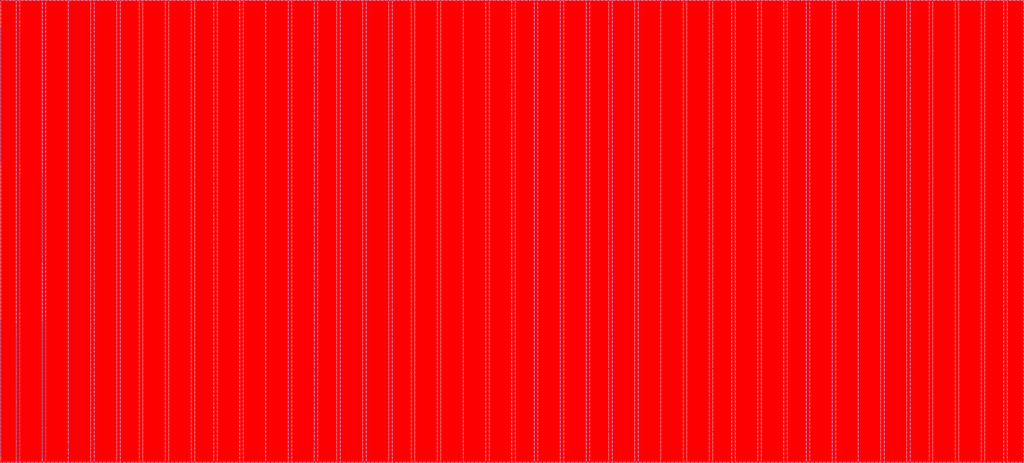
<source format=lef>
VERSION 5.7 ;
BUSBITCHARS "[]" ;
MACRO sram_256x4096_1rw
  FOREIGN sram_256x4096_1rw 0 0 ;
  SYMMETRY X Y R90 ;
  SIZE 1631.530 BY 737.800 ;
  CLASS BLOCK ;
  PIN w_mask_in[0]
    DIRECTION INPUT ;
    USE SIGNAL ;
    SHAPE ABUTMENT ;
    PORT
      LAYER metal3 ;
      RECT 0.000 1.365 0.070 1.435 ;
    END
  END w_mask_in[0]
  PIN w_mask_in[1]
    DIRECTION INPUT ;
    USE SIGNAL ;
    SHAPE ABUTMENT ;
    PORT
      LAYER metal3 ;
      RECT 0.000 2.205 0.070 2.275 ;
    END
  END w_mask_in[1]
  PIN w_mask_in[2]
    DIRECTION INPUT ;
    USE SIGNAL ;
    SHAPE ABUTMENT ;
    PORT
      LAYER metal3 ;
      RECT 0.000 3.045 0.070 3.115 ;
    END
  END w_mask_in[2]
  PIN w_mask_in[3]
    DIRECTION INPUT ;
    USE SIGNAL ;
    SHAPE ABUTMENT ;
    PORT
      LAYER metal3 ;
      RECT 0.000 3.885 0.070 3.955 ;
    END
  END w_mask_in[3]
  PIN w_mask_in[4]
    DIRECTION INPUT ;
    USE SIGNAL ;
    SHAPE ABUTMENT ;
    PORT
      LAYER metal3 ;
      RECT 0.000 4.725 0.070 4.795 ;
    END
  END w_mask_in[4]
  PIN w_mask_in[5]
    DIRECTION INPUT ;
    USE SIGNAL ;
    SHAPE ABUTMENT ;
    PORT
      LAYER metal3 ;
      RECT 0.000 5.565 0.070 5.635 ;
    END
  END w_mask_in[5]
  PIN w_mask_in[6]
    DIRECTION INPUT ;
    USE SIGNAL ;
    SHAPE ABUTMENT ;
    PORT
      LAYER metal3 ;
      RECT 0.000 6.405 0.070 6.475 ;
    END
  END w_mask_in[6]
  PIN w_mask_in[7]
    DIRECTION INPUT ;
    USE SIGNAL ;
    SHAPE ABUTMENT ;
    PORT
      LAYER metal3 ;
      RECT 0.000 7.245 0.070 7.315 ;
    END
  END w_mask_in[7]
  PIN w_mask_in[8]
    DIRECTION INPUT ;
    USE SIGNAL ;
    SHAPE ABUTMENT ;
    PORT
      LAYER metal3 ;
      RECT 0.000 8.085 0.070 8.155 ;
    END
  END w_mask_in[8]
  PIN w_mask_in[9]
    DIRECTION INPUT ;
    USE SIGNAL ;
    SHAPE ABUTMENT ;
    PORT
      LAYER metal3 ;
      RECT 0.000 8.925 0.070 8.995 ;
    END
  END w_mask_in[9]
  PIN w_mask_in[10]
    DIRECTION INPUT ;
    USE SIGNAL ;
    SHAPE ABUTMENT ;
    PORT
      LAYER metal3 ;
      RECT 0.000 9.765 0.070 9.835 ;
    END
  END w_mask_in[10]
  PIN w_mask_in[11]
    DIRECTION INPUT ;
    USE SIGNAL ;
    SHAPE ABUTMENT ;
    PORT
      LAYER metal3 ;
      RECT 0.000 10.605 0.070 10.675 ;
    END
  END w_mask_in[11]
  PIN w_mask_in[12]
    DIRECTION INPUT ;
    USE SIGNAL ;
    SHAPE ABUTMENT ;
    PORT
      LAYER metal3 ;
      RECT 0.000 11.445 0.070 11.515 ;
    END
  END w_mask_in[12]
  PIN w_mask_in[13]
    DIRECTION INPUT ;
    USE SIGNAL ;
    SHAPE ABUTMENT ;
    PORT
      LAYER metal3 ;
      RECT 0.000 12.285 0.070 12.355 ;
    END
  END w_mask_in[13]
  PIN w_mask_in[14]
    DIRECTION INPUT ;
    USE SIGNAL ;
    SHAPE ABUTMENT ;
    PORT
      LAYER metal3 ;
      RECT 0.000 13.125 0.070 13.195 ;
    END
  END w_mask_in[14]
  PIN w_mask_in[15]
    DIRECTION INPUT ;
    USE SIGNAL ;
    SHAPE ABUTMENT ;
    PORT
      LAYER metal3 ;
      RECT 0.000 13.965 0.070 14.035 ;
    END
  END w_mask_in[15]
  PIN w_mask_in[16]
    DIRECTION INPUT ;
    USE SIGNAL ;
    SHAPE ABUTMENT ;
    PORT
      LAYER metal3 ;
      RECT 0.000 14.805 0.070 14.875 ;
    END
  END w_mask_in[16]
  PIN w_mask_in[17]
    DIRECTION INPUT ;
    USE SIGNAL ;
    SHAPE ABUTMENT ;
    PORT
      LAYER metal3 ;
      RECT 0.000 15.645 0.070 15.715 ;
    END
  END w_mask_in[17]
  PIN w_mask_in[18]
    DIRECTION INPUT ;
    USE SIGNAL ;
    SHAPE ABUTMENT ;
    PORT
      LAYER metal3 ;
      RECT 0.000 16.485 0.070 16.555 ;
    END
  END w_mask_in[18]
  PIN w_mask_in[19]
    DIRECTION INPUT ;
    USE SIGNAL ;
    SHAPE ABUTMENT ;
    PORT
      LAYER metal3 ;
      RECT 0.000 17.325 0.070 17.395 ;
    END
  END w_mask_in[19]
  PIN w_mask_in[20]
    DIRECTION INPUT ;
    USE SIGNAL ;
    SHAPE ABUTMENT ;
    PORT
      LAYER metal3 ;
      RECT 0.000 18.165 0.070 18.235 ;
    END
  END w_mask_in[20]
  PIN w_mask_in[21]
    DIRECTION INPUT ;
    USE SIGNAL ;
    SHAPE ABUTMENT ;
    PORT
      LAYER metal3 ;
      RECT 0.000 19.005 0.070 19.075 ;
    END
  END w_mask_in[21]
  PIN w_mask_in[22]
    DIRECTION INPUT ;
    USE SIGNAL ;
    SHAPE ABUTMENT ;
    PORT
      LAYER metal3 ;
      RECT 0.000 19.845 0.070 19.915 ;
    END
  END w_mask_in[22]
  PIN w_mask_in[23]
    DIRECTION INPUT ;
    USE SIGNAL ;
    SHAPE ABUTMENT ;
    PORT
      LAYER metal3 ;
      RECT 0.000 20.685 0.070 20.755 ;
    END
  END w_mask_in[23]
  PIN w_mask_in[24]
    DIRECTION INPUT ;
    USE SIGNAL ;
    SHAPE ABUTMENT ;
    PORT
      LAYER metal3 ;
      RECT 0.000 21.525 0.070 21.595 ;
    END
  END w_mask_in[24]
  PIN w_mask_in[25]
    DIRECTION INPUT ;
    USE SIGNAL ;
    SHAPE ABUTMENT ;
    PORT
      LAYER metal3 ;
      RECT 0.000 22.365 0.070 22.435 ;
    END
  END w_mask_in[25]
  PIN w_mask_in[26]
    DIRECTION INPUT ;
    USE SIGNAL ;
    SHAPE ABUTMENT ;
    PORT
      LAYER metal3 ;
      RECT 0.000 23.205 0.070 23.275 ;
    END
  END w_mask_in[26]
  PIN w_mask_in[27]
    DIRECTION INPUT ;
    USE SIGNAL ;
    SHAPE ABUTMENT ;
    PORT
      LAYER metal3 ;
      RECT 0.000 24.045 0.070 24.115 ;
    END
  END w_mask_in[27]
  PIN w_mask_in[28]
    DIRECTION INPUT ;
    USE SIGNAL ;
    SHAPE ABUTMENT ;
    PORT
      LAYER metal3 ;
      RECT 0.000 24.885 0.070 24.955 ;
    END
  END w_mask_in[28]
  PIN w_mask_in[29]
    DIRECTION INPUT ;
    USE SIGNAL ;
    SHAPE ABUTMENT ;
    PORT
      LAYER metal3 ;
      RECT 0.000 25.725 0.070 25.795 ;
    END
  END w_mask_in[29]
  PIN w_mask_in[30]
    DIRECTION INPUT ;
    USE SIGNAL ;
    SHAPE ABUTMENT ;
    PORT
      LAYER metal3 ;
      RECT 0.000 26.565 0.070 26.635 ;
    END
  END w_mask_in[30]
  PIN w_mask_in[31]
    DIRECTION INPUT ;
    USE SIGNAL ;
    SHAPE ABUTMENT ;
    PORT
      LAYER metal3 ;
      RECT 0.000 27.405 0.070 27.475 ;
    END
  END w_mask_in[31]
  PIN w_mask_in[32]
    DIRECTION INPUT ;
    USE SIGNAL ;
    SHAPE ABUTMENT ;
    PORT
      LAYER metal3 ;
      RECT 0.000 28.245 0.070 28.315 ;
    END
  END w_mask_in[32]
  PIN w_mask_in[33]
    DIRECTION INPUT ;
    USE SIGNAL ;
    SHAPE ABUTMENT ;
    PORT
      LAYER metal3 ;
      RECT 0.000 29.085 0.070 29.155 ;
    END
  END w_mask_in[33]
  PIN w_mask_in[34]
    DIRECTION INPUT ;
    USE SIGNAL ;
    SHAPE ABUTMENT ;
    PORT
      LAYER metal3 ;
      RECT 0.000 29.925 0.070 29.995 ;
    END
  END w_mask_in[34]
  PIN w_mask_in[35]
    DIRECTION INPUT ;
    USE SIGNAL ;
    SHAPE ABUTMENT ;
    PORT
      LAYER metal3 ;
      RECT 0.000 30.765 0.070 30.835 ;
    END
  END w_mask_in[35]
  PIN w_mask_in[36]
    DIRECTION INPUT ;
    USE SIGNAL ;
    SHAPE ABUTMENT ;
    PORT
      LAYER metal3 ;
      RECT 0.000 31.605 0.070 31.675 ;
    END
  END w_mask_in[36]
  PIN w_mask_in[37]
    DIRECTION INPUT ;
    USE SIGNAL ;
    SHAPE ABUTMENT ;
    PORT
      LAYER metal3 ;
      RECT 0.000 32.445 0.070 32.515 ;
    END
  END w_mask_in[37]
  PIN w_mask_in[38]
    DIRECTION INPUT ;
    USE SIGNAL ;
    SHAPE ABUTMENT ;
    PORT
      LAYER metal3 ;
      RECT 0.000 33.285 0.070 33.355 ;
    END
  END w_mask_in[38]
  PIN w_mask_in[39]
    DIRECTION INPUT ;
    USE SIGNAL ;
    SHAPE ABUTMENT ;
    PORT
      LAYER metal3 ;
      RECT 0.000 34.125 0.070 34.195 ;
    END
  END w_mask_in[39]
  PIN w_mask_in[40]
    DIRECTION INPUT ;
    USE SIGNAL ;
    SHAPE ABUTMENT ;
    PORT
      LAYER metal3 ;
      RECT 0.000 34.965 0.070 35.035 ;
    END
  END w_mask_in[40]
  PIN w_mask_in[41]
    DIRECTION INPUT ;
    USE SIGNAL ;
    SHAPE ABUTMENT ;
    PORT
      LAYER metal3 ;
      RECT 0.000 35.805 0.070 35.875 ;
    END
  END w_mask_in[41]
  PIN w_mask_in[42]
    DIRECTION INPUT ;
    USE SIGNAL ;
    SHAPE ABUTMENT ;
    PORT
      LAYER metal3 ;
      RECT 0.000 36.645 0.070 36.715 ;
    END
  END w_mask_in[42]
  PIN w_mask_in[43]
    DIRECTION INPUT ;
    USE SIGNAL ;
    SHAPE ABUTMENT ;
    PORT
      LAYER metal3 ;
      RECT 0.000 37.485 0.070 37.555 ;
    END
  END w_mask_in[43]
  PIN w_mask_in[44]
    DIRECTION INPUT ;
    USE SIGNAL ;
    SHAPE ABUTMENT ;
    PORT
      LAYER metal3 ;
      RECT 0.000 38.325 0.070 38.395 ;
    END
  END w_mask_in[44]
  PIN w_mask_in[45]
    DIRECTION INPUT ;
    USE SIGNAL ;
    SHAPE ABUTMENT ;
    PORT
      LAYER metal3 ;
      RECT 0.000 39.165 0.070 39.235 ;
    END
  END w_mask_in[45]
  PIN w_mask_in[46]
    DIRECTION INPUT ;
    USE SIGNAL ;
    SHAPE ABUTMENT ;
    PORT
      LAYER metal3 ;
      RECT 0.000 40.005 0.070 40.075 ;
    END
  END w_mask_in[46]
  PIN w_mask_in[47]
    DIRECTION INPUT ;
    USE SIGNAL ;
    SHAPE ABUTMENT ;
    PORT
      LAYER metal3 ;
      RECT 0.000 40.845 0.070 40.915 ;
    END
  END w_mask_in[47]
  PIN w_mask_in[48]
    DIRECTION INPUT ;
    USE SIGNAL ;
    SHAPE ABUTMENT ;
    PORT
      LAYER metal3 ;
      RECT 0.000 41.685 0.070 41.755 ;
    END
  END w_mask_in[48]
  PIN w_mask_in[49]
    DIRECTION INPUT ;
    USE SIGNAL ;
    SHAPE ABUTMENT ;
    PORT
      LAYER metal3 ;
      RECT 0.000 42.525 0.070 42.595 ;
    END
  END w_mask_in[49]
  PIN w_mask_in[50]
    DIRECTION INPUT ;
    USE SIGNAL ;
    SHAPE ABUTMENT ;
    PORT
      LAYER metal3 ;
      RECT 0.000 43.365 0.070 43.435 ;
    END
  END w_mask_in[50]
  PIN w_mask_in[51]
    DIRECTION INPUT ;
    USE SIGNAL ;
    SHAPE ABUTMENT ;
    PORT
      LAYER metal3 ;
      RECT 0.000 44.205 0.070 44.275 ;
    END
  END w_mask_in[51]
  PIN w_mask_in[52]
    DIRECTION INPUT ;
    USE SIGNAL ;
    SHAPE ABUTMENT ;
    PORT
      LAYER metal3 ;
      RECT 0.000 45.045 0.070 45.115 ;
    END
  END w_mask_in[52]
  PIN w_mask_in[53]
    DIRECTION INPUT ;
    USE SIGNAL ;
    SHAPE ABUTMENT ;
    PORT
      LAYER metal3 ;
      RECT 0.000 45.885 0.070 45.955 ;
    END
  END w_mask_in[53]
  PIN w_mask_in[54]
    DIRECTION INPUT ;
    USE SIGNAL ;
    SHAPE ABUTMENT ;
    PORT
      LAYER metal3 ;
      RECT 0.000 46.725 0.070 46.795 ;
    END
  END w_mask_in[54]
  PIN w_mask_in[55]
    DIRECTION INPUT ;
    USE SIGNAL ;
    SHAPE ABUTMENT ;
    PORT
      LAYER metal3 ;
      RECT 0.000 47.565 0.070 47.635 ;
    END
  END w_mask_in[55]
  PIN w_mask_in[56]
    DIRECTION INPUT ;
    USE SIGNAL ;
    SHAPE ABUTMENT ;
    PORT
      LAYER metal3 ;
      RECT 0.000 48.405 0.070 48.475 ;
    END
  END w_mask_in[56]
  PIN w_mask_in[57]
    DIRECTION INPUT ;
    USE SIGNAL ;
    SHAPE ABUTMENT ;
    PORT
      LAYER metal3 ;
      RECT 0.000 49.245 0.070 49.315 ;
    END
  END w_mask_in[57]
  PIN w_mask_in[58]
    DIRECTION INPUT ;
    USE SIGNAL ;
    SHAPE ABUTMENT ;
    PORT
      LAYER metal3 ;
      RECT 0.000 50.085 0.070 50.155 ;
    END
  END w_mask_in[58]
  PIN w_mask_in[59]
    DIRECTION INPUT ;
    USE SIGNAL ;
    SHAPE ABUTMENT ;
    PORT
      LAYER metal3 ;
      RECT 0.000 50.925 0.070 50.995 ;
    END
  END w_mask_in[59]
  PIN w_mask_in[60]
    DIRECTION INPUT ;
    USE SIGNAL ;
    SHAPE ABUTMENT ;
    PORT
      LAYER metal3 ;
      RECT 0.000 51.765 0.070 51.835 ;
    END
  END w_mask_in[60]
  PIN w_mask_in[61]
    DIRECTION INPUT ;
    USE SIGNAL ;
    SHAPE ABUTMENT ;
    PORT
      LAYER metal3 ;
      RECT 0.000 52.605 0.070 52.675 ;
    END
  END w_mask_in[61]
  PIN w_mask_in[62]
    DIRECTION INPUT ;
    USE SIGNAL ;
    SHAPE ABUTMENT ;
    PORT
      LAYER metal3 ;
      RECT 0.000 53.445 0.070 53.515 ;
    END
  END w_mask_in[62]
  PIN w_mask_in[63]
    DIRECTION INPUT ;
    USE SIGNAL ;
    SHAPE ABUTMENT ;
    PORT
      LAYER metal3 ;
      RECT 0.000 54.285 0.070 54.355 ;
    END
  END w_mask_in[63]
  PIN w_mask_in[64]
    DIRECTION INPUT ;
    USE SIGNAL ;
    SHAPE ABUTMENT ;
    PORT
      LAYER metal3 ;
      RECT 0.000 55.125 0.070 55.195 ;
    END
  END w_mask_in[64]
  PIN w_mask_in[65]
    DIRECTION INPUT ;
    USE SIGNAL ;
    SHAPE ABUTMENT ;
    PORT
      LAYER metal3 ;
      RECT 0.000 55.965 0.070 56.035 ;
    END
  END w_mask_in[65]
  PIN w_mask_in[66]
    DIRECTION INPUT ;
    USE SIGNAL ;
    SHAPE ABUTMENT ;
    PORT
      LAYER metal3 ;
      RECT 0.000 56.805 0.070 56.875 ;
    END
  END w_mask_in[66]
  PIN w_mask_in[67]
    DIRECTION INPUT ;
    USE SIGNAL ;
    SHAPE ABUTMENT ;
    PORT
      LAYER metal3 ;
      RECT 0.000 57.645 0.070 57.715 ;
    END
  END w_mask_in[67]
  PIN w_mask_in[68]
    DIRECTION INPUT ;
    USE SIGNAL ;
    SHAPE ABUTMENT ;
    PORT
      LAYER metal3 ;
      RECT 0.000 58.485 0.070 58.555 ;
    END
  END w_mask_in[68]
  PIN w_mask_in[69]
    DIRECTION INPUT ;
    USE SIGNAL ;
    SHAPE ABUTMENT ;
    PORT
      LAYER metal3 ;
      RECT 0.000 59.325 0.070 59.395 ;
    END
  END w_mask_in[69]
  PIN w_mask_in[70]
    DIRECTION INPUT ;
    USE SIGNAL ;
    SHAPE ABUTMENT ;
    PORT
      LAYER metal3 ;
      RECT 0.000 60.165 0.070 60.235 ;
    END
  END w_mask_in[70]
  PIN w_mask_in[71]
    DIRECTION INPUT ;
    USE SIGNAL ;
    SHAPE ABUTMENT ;
    PORT
      LAYER metal3 ;
      RECT 0.000 61.005 0.070 61.075 ;
    END
  END w_mask_in[71]
  PIN w_mask_in[72]
    DIRECTION INPUT ;
    USE SIGNAL ;
    SHAPE ABUTMENT ;
    PORT
      LAYER metal3 ;
      RECT 0.000 61.845 0.070 61.915 ;
    END
  END w_mask_in[72]
  PIN w_mask_in[73]
    DIRECTION INPUT ;
    USE SIGNAL ;
    SHAPE ABUTMENT ;
    PORT
      LAYER metal3 ;
      RECT 0.000 62.685 0.070 62.755 ;
    END
  END w_mask_in[73]
  PIN w_mask_in[74]
    DIRECTION INPUT ;
    USE SIGNAL ;
    SHAPE ABUTMENT ;
    PORT
      LAYER metal3 ;
      RECT 0.000 63.525 0.070 63.595 ;
    END
  END w_mask_in[74]
  PIN w_mask_in[75]
    DIRECTION INPUT ;
    USE SIGNAL ;
    SHAPE ABUTMENT ;
    PORT
      LAYER metal3 ;
      RECT 0.000 64.365 0.070 64.435 ;
    END
  END w_mask_in[75]
  PIN w_mask_in[76]
    DIRECTION INPUT ;
    USE SIGNAL ;
    SHAPE ABUTMENT ;
    PORT
      LAYER metal3 ;
      RECT 0.000 65.205 0.070 65.275 ;
    END
  END w_mask_in[76]
  PIN w_mask_in[77]
    DIRECTION INPUT ;
    USE SIGNAL ;
    SHAPE ABUTMENT ;
    PORT
      LAYER metal3 ;
      RECT 0.000 66.045 0.070 66.115 ;
    END
  END w_mask_in[77]
  PIN w_mask_in[78]
    DIRECTION INPUT ;
    USE SIGNAL ;
    SHAPE ABUTMENT ;
    PORT
      LAYER metal3 ;
      RECT 0.000 66.885 0.070 66.955 ;
    END
  END w_mask_in[78]
  PIN w_mask_in[79]
    DIRECTION INPUT ;
    USE SIGNAL ;
    SHAPE ABUTMENT ;
    PORT
      LAYER metal3 ;
      RECT 0.000 67.725 0.070 67.795 ;
    END
  END w_mask_in[79]
  PIN w_mask_in[80]
    DIRECTION INPUT ;
    USE SIGNAL ;
    SHAPE ABUTMENT ;
    PORT
      LAYER metal3 ;
      RECT 0.000 68.565 0.070 68.635 ;
    END
  END w_mask_in[80]
  PIN w_mask_in[81]
    DIRECTION INPUT ;
    USE SIGNAL ;
    SHAPE ABUTMENT ;
    PORT
      LAYER metal3 ;
      RECT 0.000 69.405 0.070 69.475 ;
    END
  END w_mask_in[81]
  PIN w_mask_in[82]
    DIRECTION INPUT ;
    USE SIGNAL ;
    SHAPE ABUTMENT ;
    PORT
      LAYER metal3 ;
      RECT 0.000 70.245 0.070 70.315 ;
    END
  END w_mask_in[82]
  PIN w_mask_in[83]
    DIRECTION INPUT ;
    USE SIGNAL ;
    SHAPE ABUTMENT ;
    PORT
      LAYER metal3 ;
      RECT 0.000 71.085 0.070 71.155 ;
    END
  END w_mask_in[83]
  PIN w_mask_in[84]
    DIRECTION INPUT ;
    USE SIGNAL ;
    SHAPE ABUTMENT ;
    PORT
      LAYER metal3 ;
      RECT 0.000 71.925 0.070 71.995 ;
    END
  END w_mask_in[84]
  PIN w_mask_in[85]
    DIRECTION INPUT ;
    USE SIGNAL ;
    SHAPE ABUTMENT ;
    PORT
      LAYER metal3 ;
      RECT 0.000 72.765 0.070 72.835 ;
    END
  END w_mask_in[85]
  PIN w_mask_in[86]
    DIRECTION INPUT ;
    USE SIGNAL ;
    SHAPE ABUTMENT ;
    PORT
      LAYER metal3 ;
      RECT 0.000 73.605 0.070 73.675 ;
    END
  END w_mask_in[86]
  PIN w_mask_in[87]
    DIRECTION INPUT ;
    USE SIGNAL ;
    SHAPE ABUTMENT ;
    PORT
      LAYER metal3 ;
      RECT 0.000 74.445 0.070 74.515 ;
    END
  END w_mask_in[87]
  PIN w_mask_in[88]
    DIRECTION INPUT ;
    USE SIGNAL ;
    SHAPE ABUTMENT ;
    PORT
      LAYER metal3 ;
      RECT 0.000 75.285 0.070 75.355 ;
    END
  END w_mask_in[88]
  PIN w_mask_in[89]
    DIRECTION INPUT ;
    USE SIGNAL ;
    SHAPE ABUTMENT ;
    PORT
      LAYER metal3 ;
      RECT 0.000 76.125 0.070 76.195 ;
    END
  END w_mask_in[89]
  PIN w_mask_in[90]
    DIRECTION INPUT ;
    USE SIGNAL ;
    SHAPE ABUTMENT ;
    PORT
      LAYER metal3 ;
      RECT 0.000 76.965 0.070 77.035 ;
    END
  END w_mask_in[90]
  PIN w_mask_in[91]
    DIRECTION INPUT ;
    USE SIGNAL ;
    SHAPE ABUTMENT ;
    PORT
      LAYER metal3 ;
      RECT 0.000 77.805 0.070 77.875 ;
    END
  END w_mask_in[91]
  PIN w_mask_in[92]
    DIRECTION INPUT ;
    USE SIGNAL ;
    SHAPE ABUTMENT ;
    PORT
      LAYER metal3 ;
      RECT 0.000 78.645 0.070 78.715 ;
    END
  END w_mask_in[92]
  PIN w_mask_in[93]
    DIRECTION INPUT ;
    USE SIGNAL ;
    SHAPE ABUTMENT ;
    PORT
      LAYER metal3 ;
      RECT 0.000 79.485 0.070 79.555 ;
    END
  END w_mask_in[93]
  PIN w_mask_in[94]
    DIRECTION INPUT ;
    USE SIGNAL ;
    SHAPE ABUTMENT ;
    PORT
      LAYER metal3 ;
      RECT 0.000 80.325 0.070 80.395 ;
    END
  END w_mask_in[94]
  PIN w_mask_in[95]
    DIRECTION INPUT ;
    USE SIGNAL ;
    SHAPE ABUTMENT ;
    PORT
      LAYER metal3 ;
      RECT 0.000 81.165 0.070 81.235 ;
    END
  END w_mask_in[95]
  PIN w_mask_in[96]
    DIRECTION INPUT ;
    USE SIGNAL ;
    SHAPE ABUTMENT ;
    PORT
      LAYER metal3 ;
      RECT 0.000 82.005 0.070 82.075 ;
    END
  END w_mask_in[96]
  PIN w_mask_in[97]
    DIRECTION INPUT ;
    USE SIGNAL ;
    SHAPE ABUTMENT ;
    PORT
      LAYER metal3 ;
      RECT 0.000 82.845 0.070 82.915 ;
    END
  END w_mask_in[97]
  PIN w_mask_in[98]
    DIRECTION INPUT ;
    USE SIGNAL ;
    SHAPE ABUTMENT ;
    PORT
      LAYER metal3 ;
      RECT 0.000 83.685 0.070 83.755 ;
    END
  END w_mask_in[98]
  PIN w_mask_in[99]
    DIRECTION INPUT ;
    USE SIGNAL ;
    SHAPE ABUTMENT ;
    PORT
      LAYER metal3 ;
      RECT 0.000 84.525 0.070 84.595 ;
    END
  END w_mask_in[99]
  PIN w_mask_in[100]
    DIRECTION INPUT ;
    USE SIGNAL ;
    SHAPE ABUTMENT ;
    PORT
      LAYER metal3 ;
      RECT 0.000 85.365 0.070 85.435 ;
    END
  END w_mask_in[100]
  PIN w_mask_in[101]
    DIRECTION INPUT ;
    USE SIGNAL ;
    SHAPE ABUTMENT ;
    PORT
      LAYER metal3 ;
      RECT 0.000 86.205 0.070 86.275 ;
    END
  END w_mask_in[101]
  PIN w_mask_in[102]
    DIRECTION INPUT ;
    USE SIGNAL ;
    SHAPE ABUTMENT ;
    PORT
      LAYER metal3 ;
      RECT 0.000 87.045 0.070 87.115 ;
    END
  END w_mask_in[102]
  PIN w_mask_in[103]
    DIRECTION INPUT ;
    USE SIGNAL ;
    SHAPE ABUTMENT ;
    PORT
      LAYER metal3 ;
      RECT 0.000 87.885 0.070 87.955 ;
    END
  END w_mask_in[103]
  PIN w_mask_in[104]
    DIRECTION INPUT ;
    USE SIGNAL ;
    SHAPE ABUTMENT ;
    PORT
      LAYER metal3 ;
      RECT 0.000 88.725 0.070 88.795 ;
    END
  END w_mask_in[104]
  PIN w_mask_in[105]
    DIRECTION INPUT ;
    USE SIGNAL ;
    SHAPE ABUTMENT ;
    PORT
      LAYER metal3 ;
      RECT 0.000 89.565 0.070 89.635 ;
    END
  END w_mask_in[105]
  PIN w_mask_in[106]
    DIRECTION INPUT ;
    USE SIGNAL ;
    SHAPE ABUTMENT ;
    PORT
      LAYER metal3 ;
      RECT 0.000 90.405 0.070 90.475 ;
    END
  END w_mask_in[106]
  PIN w_mask_in[107]
    DIRECTION INPUT ;
    USE SIGNAL ;
    SHAPE ABUTMENT ;
    PORT
      LAYER metal3 ;
      RECT 0.000 91.245 0.070 91.315 ;
    END
  END w_mask_in[107]
  PIN w_mask_in[108]
    DIRECTION INPUT ;
    USE SIGNAL ;
    SHAPE ABUTMENT ;
    PORT
      LAYER metal3 ;
      RECT 0.000 92.085 0.070 92.155 ;
    END
  END w_mask_in[108]
  PIN w_mask_in[109]
    DIRECTION INPUT ;
    USE SIGNAL ;
    SHAPE ABUTMENT ;
    PORT
      LAYER metal3 ;
      RECT 0.000 92.925 0.070 92.995 ;
    END
  END w_mask_in[109]
  PIN w_mask_in[110]
    DIRECTION INPUT ;
    USE SIGNAL ;
    SHAPE ABUTMENT ;
    PORT
      LAYER metal3 ;
      RECT 0.000 93.765 0.070 93.835 ;
    END
  END w_mask_in[110]
  PIN w_mask_in[111]
    DIRECTION INPUT ;
    USE SIGNAL ;
    SHAPE ABUTMENT ;
    PORT
      LAYER metal3 ;
      RECT 0.000 94.605 0.070 94.675 ;
    END
  END w_mask_in[111]
  PIN w_mask_in[112]
    DIRECTION INPUT ;
    USE SIGNAL ;
    SHAPE ABUTMENT ;
    PORT
      LAYER metal3 ;
      RECT 0.000 95.445 0.070 95.515 ;
    END
  END w_mask_in[112]
  PIN w_mask_in[113]
    DIRECTION INPUT ;
    USE SIGNAL ;
    SHAPE ABUTMENT ;
    PORT
      LAYER metal3 ;
      RECT 0.000 96.285 0.070 96.355 ;
    END
  END w_mask_in[113]
  PIN w_mask_in[114]
    DIRECTION INPUT ;
    USE SIGNAL ;
    SHAPE ABUTMENT ;
    PORT
      LAYER metal3 ;
      RECT 0.000 97.125 0.070 97.195 ;
    END
  END w_mask_in[114]
  PIN w_mask_in[115]
    DIRECTION INPUT ;
    USE SIGNAL ;
    SHAPE ABUTMENT ;
    PORT
      LAYER metal3 ;
      RECT 0.000 97.965 0.070 98.035 ;
    END
  END w_mask_in[115]
  PIN w_mask_in[116]
    DIRECTION INPUT ;
    USE SIGNAL ;
    SHAPE ABUTMENT ;
    PORT
      LAYER metal3 ;
      RECT 0.000 98.805 0.070 98.875 ;
    END
  END w_mask_in[116]
  PIN w_mask_in[117]
    DIRECTION INPUT ;
    USE SIGNAL ;
    SHAPE ABUTMENT ;
    PORT
      LAYER metal3 ;
      RECT 0.000 99.645 0.070 99.715 ;
    END
  END w_mask_in[117]
  PIN w_mask_in[118]
    DIRECTION INPUT ;
    USE SIGNAL ;
    SHAPE ABUTMENT ;
    PORT
      LAYER metal3 ;
      RECT 0.000 100.485 0.070 100.555 ;
    END
  END w_mask_in[118]
  PIN w_mask_in[119]
    DIRECTION INPUT ;
    USE SIGNAL ;
    SHAPE ABUTMENT ;
    PORT
      LAYER metal3 ;
      RECT 0.000 101.325 0.070 101.395 ;
    END
  END w_mask_in[119]
  PIN w_mask_in[120]
    DIRECTION INPUT ;
    USE SIGNAL ;
    SHAPE ABUTMENT ;
    PORT
      LAYER metal3 ;
      RECT 0.000 102.165 0.070 102.235 ;
    END
  END w_mask_in[120]
  PIN w_mask_in[121]
    DIRECTION INPUT ;
    USE SIGNAL ;
    SHAPE ABUTMENT ;
    PORT
      LAYER metal3 ;
      RECT 0.000 103.005 0.070 103.075 ;
    END
  END w_mask_in[121]
  PIN w_mask_in[122]
    DIRECTION INPUT ;
    USE SIGNAL ;
    SHAPE ABUTMENT ;
    PORT
      LAYER metal3 ;
      RECT 0.000 103.845 0.070 103.915 ;
    END
  END w_mask_in[122]
  PIN w_mask_in[123]
    DIRECTION INPUT ;
    USE SIGNAL ;
    SHAPE ABUTMENT ;
    PORT
      LAYER metal3 ;
      RECT 0.000 104.685 0.070 104.755 ;
    END
  END w_mask_in[123]
  PIN w_mask_in[124]
    DIRECTION INPUT ;
    USE SIGNAL ;
    SHAPE ABUTMENT ;
    PORT
      LAYER metal3 ;
      RECT 0.000 105.525 0.070 105.595 ;
    END
  END w_mask_in[124]
  PIN w_mask_in[125]
    DIRECTION INPUT ;
    USE SIGNAL ;
    SHAPE ABUTMENT ;
    PORT
      LAYER metal3 ;
      RECT 0.000 106.365 0.070 106.435 ;
    END
  END w_mask_in[125]
  PIN w_mask_in[126]
    DIRECTION INPUT ;
    USE SIGNAL ;
    SHAPE ABUTMENT ;
    PORT
      LAYER metal3 ;
      RECT 0.000 107.205 0.070 107.275 ;
    END
  END w_mask_in[126]
  PIN w_mask_in[127]
    DIRECTION INPUT ;
    USE SIGNAL ;
    SHAPE ABUTMENT ;
    PORT
      LAYER metal3 ;
      RECT 0.000 108.045 0.070 108.115 ;
    END
  END w_mask_in[127]
  PIN w_mask_in[128]
    DIRECTION INPUT ;
    USE SIGNAL ;
    SHAPE ABUTMENT ;
    PORT
      LAYER metal3 ;
      RECT 0.000 108.885 0.070 108.955 ;
    END
  END w_mask_in[128]
  PIN w_mask_in[129]
    DIRECTION INPUT ;
    USE SIGNAL ;
    SHAPE ABUTMENT ;
    PORT
      LAYER metal3 ;
      RECT 0.000 109.725 0.070 109.795 ;
    END
  END w_mask_in[129]
  PIN w_mask_in[130]
    DIRECTION INPUT ;
    USE SIGNAL ;
    SHAPE ABUTMENT ;
    PORT
      LAYER metal3 ;
      RECT 0.000 110.565 0.070 110.635 ;
    END
  END w_mask_in[130]
  PIN w_mask_in[131]
    DIRECTION INPUT ;
    USE SIGNAL ;
    SHAPE ABUTMENT ;
    PORT
      LAYER metal3 ;
      RECT 0.000 111.405 0.070 111.475 ;
    END
  END w_mask_in[131]
  PIN w_mask_in[132]
    DIRECTION INPUT ;
    USE SIGNAL ;
    SHAPE ABUTMENT ;
    PORT
      LAYER metal3 ;
      RECT 0.000 112.245 0.070 112.315 ;
    END
  END w_mask_in[132]
  PIN w_mask_in[133]
    DIRECTION INPUT ;
    USE SIGNAL ;
    SHAPE ABUTMENT ;
    PORT
      LAYER metal3 ;
      RECT 0.000 113.085 0.070 113.155 ;
    END
  END w_mask_in[133]
  PIN w_mask_in[134]
    DIRECTION INPUT ;
    USE SIGNAL ;
    SHAPE ABUTMENT ;
    PORT
      LAYER metal3 ;
      RECT 0.000 113.925 0.070 113.995 ;
    END
  END w_mask_in[134]
  PIN w_mask_in[135]
    DIRECTION INPUT ;
    USE SIGNAL ;
    SHAPE ABUTMENT ;
    PORT
      LAYER metal3 ;
      RECT 0.000 114.765 0.070 114.835 ;
    END
  END w_mask_in[135]
  PIN w_mask_in[136]
    DIRECTION INPUT ;
    USE SIGNAL ;
    SHAPE ABUTMENT ;
    PORT
      LAYER metal3 ;
      RECT 0.000 115.605 0.070 115.675 ;
    END
  END w_mask_in[136]
  PIN w_mask_in[137]
    DIRECTION INPUT ;
    USE SIGNAL ;
    SHAPE ABUTMENT ;
    PORT
      LAYER metal3 ;
      RECT 0.000 116.445 0.070 116.515 ;
    END
  END w_mask_in[137]
  PIN w_mask_in[138]
    DIRECTION INPUT ;
    USE SIGNAL ;
    SHAPE ABUTMENT ;
    PORT
      LAYER metal3 ;
      RECT 0.000 117.285 0.070 117.355 ;
    END
  END w_mask_in[138]
  PIN w_mask_in[139]
    DIRECTION INPUT ;
    USE SIGNAL ;
    SHAPE ABUTMENT ;
    PORT
      LAYER metal3 ;
      RECT 0.000 118.125 0.070 118.195 ;
    END
  END w_mask_in[139]
  PIN w_mask_in[140]
    DIRECTION INPUT ;
    USE SIGNAL ;
    SHAPE ABUTMENT ;
    PORT
      LAYER metal3 ;
      RECT 0.000 118.965 0.070 119.035 ;
    END
  END w_mask_in[140]
  PIN w_mask_in[141]
    DIRECTION INPUT ;
    USE SIGNAL ;
    SHAPE ABUTMENT ;
    PORT
      LAYER metal3 ;
      RECT 0.000 119.805 0.070 119.875 ;
    END
  END w_mask_in[141]
  PIN w_mask_in[142]
    DIRECTION INPUT ;
    USE SIGNAL ;
    SHAPE ABUTMENT ;
    PORT
      LAYER metal3 ;
      RECT 0.000 120.645 0.070 120.715 ;
    END
  END w_mask_in[142]
  PIN w_mask_in[143]
    DIRECTION INPUT ;
    USE SIGNAL ;
    SHAPE ABUTMENT ;
    PORT
      LAYER metal3 ;
      RECT 0.000 121.485 0.070 121.555 ;
    END
  END w_mask_in[143]
  PIN w_mask_in[144]
    DIRECTION INPUT ;
    USE SIGNAL ;
    SHAPE ABUTMENT ;
    PORT
      LAYER metal3 ;
      RECT 0.000 122.325 0.070 122.395 ;
    END
  END w_mask_in[144]
  PIN w_mask_in[145]
    DIRECTION INPUT ;
    USE SIGNAL ;
    SHAPE ABUTMENT ;
    PORT
      LAYER metal3 ;
      RECT 0.000 123.165 0.070 123.235 ;
    END
  END w_mask_in[145]
  PIN w_mask_in[146]
    DIRECTION INPUT ;
    USE SIGNAL ;
    SHAPE ABUTMENT ;
    PORT
      LAYER metal3 ;
      RECT 0.000 124.005 0.070 124.075 ;
    END
  END w_mask_in[146]
  PIN w_mask_in[147]
    DIRECTION INPUT ;
    USE SIGNAL ;
    SHAPE ABUTMENT ;
    PORT
      LAYER metal3 ;
      RECT 0.000 124.845 0.070 124.915 ;
    END
  END w_mask_in[147]
  PIN w_mask_in[148]
    DIRECTION INPUT ;
    USE SIGNAL ;
    SHAPE ABUTMENT ;
    PORT
      LAYER metal3 ;
      RECT 0.000 125.685 0.070 125.755 ;
    END
  END w_mask_in[148]
  PIN w_mask_in[149]
    DIRECTION INPUT ;
    USE SIGNAL ;
    SHAPE ABUTMENT ;
    PORT
      LAYER metal3 ;
      RECT 0.000 126.525 0.070 126.595 ;
    END
  END w_mask_in[149]
  PIN w_mask_in[150]
    DIRECTION INPUT ;
    USE SIGNAL ;
    SHAPE ABUTMENT ;
    PORT
      LAYER metal3 ;
      RECT 0.000 127.365 0.070 127.435 ;
    END
  END w_mask_in[150]
  PIN w_mask_in[151]
    DIRECTION INPUT ;
    USE SIGNAL ;
    SHAPE ABUTMENT ;
    PORT
      LAYER metal3 ;
      RECT 0.000 128.205 0.070 128.275 ;
    END
  END w_mask_in[151]
  PIN w_mask_in[152]
    DIRECTION INPUT ;
    USE SIGNAL ;
    SHAPE ABUTMENT ;
    PORT
      LAYER metal3 ;
      RECT 0.000 129.045 0.070 129.115 ;
    END
  END w_mask_in[152]
  PIN w_mask_in[153]
    DIRECTION INPUT ;
    USE SIGNAL ;
    SHAPE ABUTMENT ;
    PORT
      LAYER metal3 ;
      RECT 0.000 129.885 0.070 129.955 ;
    END
  END w_mask_in[153]
  PIN w_mask_in[154]
    DIRECTION INPUT ;
    USE SIGNAL ;
    SHAPE ABUTMENT ;
    PORT
      LAYER metal3 ;
      RECT 0.000 130.725 0.070 130.795 ;
    END
  END w_mask_in[154]
  PIN w_mask_in[155]
    DIRECTION INPUT ;
    USE SIGNAL ;
    SHAPE ABUTMENT ;
    PORT
      LAYER metal3 ;
      RECT 0.000 131.565 0.070 131.635 ;
    END
  END w_mask_in[155]
  PIN w_mask_in[156]
    DIRECTION INPUT ;
    USE SIGNAL ;
    SHAPE ABUTMENT ;
    PORT
      LAYER metal3 ;
      RECT 0.000 132.405 0.070 132.475 ;
    END
  END w_mask_in[156]
  PIN w_mask_in[157]
    DIRECTION INPUT ;
    USE SIGNAL ;
    SHAPE ABUTMENT ;
    PORT
      LAYER metal3 ;
      RECT 0.000 133.245 0.070 133.315 ;
    END
  END w_mask_in[157]
  PIN w_mask_in[158]
    DIRECTION INPUT ;
    USE SIGNAL ;
    SHAPE ABUTMENT ;
    PORT
      LAYER metal3 ;
      RECT 0.000 134.085 0.070 134.155 ;
    END
  END w_mask_in[158]
  PIN w_mask_in[159]
    DIRECTION INPUT ;
    USE SIGNAL ;
    SHAPE ABUTMENT ;
    PORT
      LAYER metal3 ;
      RECT 0.000 134.925 0.070 134.995 ;
    END
  END w_mask_in[159]
  PIN w_mask_in[160]
    DIRECTION INPUT ;
    USE SIGNAL ;
    SHAPE ABUTMENT ;
    PORT
      LAYER metal3 ;
      RECT 0.000 135.765 0.070 135.835 ;
    END
  END w_mask_in[160]
  PIN w_mask_in[161]
    DIRECTION INPUT ;
    USE SIGNAL ;
    SHAPE ABUTMENT ;
    PORT
      LAYER metal3 ;
      RECT 0.000 136.605 0.070 136.675 ;
    END
  END w_mask_in[161]
  PIN w_mask_in[162]
    DIRECTION INPUT ;
    USE SIGNAL ;
    SHAPE ABUTMENT ;
    PORT
      LAYER metal3 ;
      RECT 0.000 137.445 0.070 137.515 ;
    END
  END w_mask_in[162]
  PIN w_mask_in[163]
    DIRECTION INPUT ;
    USE SIGNAL ;
    SHAPE ABUTMENT ;
    PORT
      LAYER metal3 ;
      RECT 0.000 138.285 0.070 138.355 ;
    END
  END w_mask_in[163]
  PIN w_mask_in[164]
    DIRECTION INPUT ;
    USE SIGNAL ;
    SHAPE ABUTMENT ;
    PORT
      LAYER metal3 ;
      RECT 0.000 139.125 0.070 139.195 ;
    END
  END w_mask_in[164]
  PIN w_mask_in[165]
    DIRECTION INPUT ;
    USE SIGNAL ;
    SHAPE ABUTMENT ;
    PORT
      LAYER metal3 ;
      RECT 0.000 139.965 0.070 140.035 ;
    END
  END w_mask_in[165]
  PIN w_mask_in[166]
    DIRECTION INPUT ;
    USE SIGNAL ;
    SHAPE ABUTMENT ;
    PORT
      LAYER metal3 ;
      RECT 0.000 140.805 0.070 140.875 ;
    END
  END w_mask_in[166]
  PIN w_mask_in[167]
    DIRECTION INPUT ;
    USE SIGNAL ;
    SHAPE ABUTMENT ;
    PORT
      LAYER metal3 ;
      RECT 0.000 141.645 0.070 141.715 ;
    END
  END w_mask_in[167]
  PIN w_mask_in[168]
    DIRECTION INPUT ;
    USE SIGNAL ;
    SHAPE ABUTMENT ;
    PORT
      LAYER metal3 ;
      RECT 0.000 142.485 0.070 142.555 ;
    END
  END w_mask_in[168]
  PIN w_mask_in[169]
    DIRECTION INPUT ;
    USE SIGNAL ;
    SHAPE ABUTMENT ;
    PORT
      LAYER metal3 ;
      RECT 0.000 143.325 0.070 143.395 ;
    END
  END w_mask_in[169]
  PIN w_mask_in[170]
    DIRECTION INPUT ;
    USE SIGNAL ;
    SHAPE ABUTMENT ;
    PORT
      LAYER metal3 ;
      RECT 0.000 144.165 0.070 144.235 ;
    END
  END w_mask_in[170]
  PIN w_mask_in[171]
    DIRECTION INPUT ;
    USE SIGNAL ;
    SHAPE ABUTMENT ;
    PORT
      LAYER metal3 ;
      RECT 0.000 145.005 0.070 145.075 ;
    END
  END w_mask_in[171]
  PIN w_mask_in[172]
    DIRECTION INPUT ;
    USE SIGNAL ;
    SHAPE ABUTMENT ;
    PORT
      LAYER metal3 ;
      RECT 0.000 145.845 0.070 145.915 ;
    END
  END w_mask_in[172]
  PIN w_mask_in[173]
    DIRECTION INPUT ;
    USE SIGNAL ;
    SHAPE ABUTMENT ;
    PORT
      LAYER metal3 ;
      RECT 0.000 146.685 0.070 146.755 ;
    END
  END w_mask_in[173]
  PIN w_mask_in[174]
    DIRECTION INPUT ;
    USE SIGNAL ;
    SHAPE ABUTMENT ;
    PORT
      LAYER metal3 ;
      RECT 0.000 147.525 0.070 147.595 ;
    END
  END w_mask_in[174]
  PIN w_mask_in[175]
    DIRECTION INPUT ;
    USE SIGNAL ;
    SHAPE ABUTMENT ;
    PORT
      LAYER metal3 ;
      RECT 0.000 148.365 0.070 148.435 ;
    END
  END w_mask_in[175]
  PIN w_mask_in[176]
    DIRECTION INPUT ;
    USE SIGNAL ;
    SHAPE ABUTMENT ;
    PORT
      LAYER metal3 ;
      RECT 0.000 149.205 0.070 149.275 ;
    END
  END w_mask_in[176]
  PIN w_mask_in[177]
    DIRECTION INPUT ;
    USE SIGNAL ;
    SHAPE ABUTMENT ;
    PORT
      LAYER metal3 ;
      RECT 0.000 150.045 0.070 150.115 ;
    END
  END w_mask_in[177]
  PIN w_mask_in[178]
    DIRECTION INPUT ;
    USE SIGNAL ;
    SHAPE ABUTMENT ;
    PORT
      LAYER metal3 ;
      RECT 0.000 150.885 0.070 150.955 ;
    END
  END w_mask_in[178]
  PIN w_mask_in[179]
    DIRECTION INPUT ;
    USE SIGNAL ;
    SHAPE ABUTMENT ;
    PORT
      LAYER metal3 ;
      RECT 0.000 151.725 0.070 151.795 ;
    END
  END w_mask_in[179]
  PIN w_mask_in[180]
    DIRECTION INPUT ;
    USE SIGNAL ;
    SHAPE ABUTMENT ;
    PORT
      LAYER metal3 ;
      RECT 0.000 152.565 0.070 152.635 ;
    END
  END w_mask_in[180]
  PIN w_mask_in[181]
    DIRECTION INPUT ;
    USE SIGNAL ;
    SHAPE ABUTMENT ;
    PORT
      LAYER metal3 ;
      RECT 0.000 153.405 0.070 153.475 ;
    END
  END w_mask_in[181]
  PIN w_mask_in[182]
    DIRECTION INPUT ;
    USE SIGNAL ;
    SHAPE ABUTMENT ;
    PORT
      LAYER metal3 ;
      RECT 0.000 154.245 0.070 154.315 ;
    END
  END w_mask_in[182]
  PIN w_mask_in[183]
    DIRECTION INPUT ;
    USE SIGNAL ;
    SHAPE ABUTMENT ;
    PORT
      LAYER metal3 ;
      RECT 0.000 155.085 0.070 155.155 ;
    END
  END w_mask_in[183]
  PIN w_mask_in[184]
    DIRECTION INPUT ;
    USE SIGNAL ;
    SHAPE ABUTMENT ;
    PORT
      LAYER metal3 ;
      RECT 0.000 155.925 0.070 155.995 ;
    END
  END w_mask_in[184]
  PIN w_mask_in[185]
    DIRECTION INPUT ;
    USE SIGNAL ;
    SHAPE ABUTMENT ;
    PORT
      LAYER metal3 ;
      RECT 0.000 156.765 0.070 156.835 ;
    END
  END w_mask_in[185]
  PIN w_mask_in[186]
    DIRECTION INPUT ;
    USE SIGNAL ;
    SHAPE ABUTMENT ;
    PORT
      LAYER metal3 ;
      RECT 0.000 157.605 0.070 157.675 ;
    END
  END w_mask_in[186]
  PIN w_mask_in[187]
    DIRECTION INPUT ;
    USE SIGNAL ;
    SHAPE ABUTMENT ;
    PORT
      LAYER metal3 ;
      RECT 0.000 158.445 0.070 158.515 ;
    END
  END w_mask_in[187]
  PIN w_mask_in[188]
    DIRECTION INPUT ;
    USE SIGNAL ;
    SHAPE ABUTMENT ;
    PORT
      LAYER metal3 ;
      RECT 0.000 159.285 0.070 159.355 ;
    END
  END w_mask_in[188]
  PIN w_mask_in[189]
    DIRECTION INPUT ;
    USE SIGNAL ;
    SHAPE ABUTMENT ;
    PORT
      LAYER metal3 ;
      RECT 0.000 160.125 0.070 160.195 ;
    END
  END w_mask_in[189]
  PIN w_mask_in[190]
    DIRECTION INPUT ;
    USE SIGNAL ;
    SHAPE ABUTMENT ;
    PORT
      LAYER metal3 ;
      RECT 0.000 160.965 0.070 161.035 ;
    END
  END w_mask_in[190]
  PIN w_mask_in[191]
    DIRECTION INPUT ;
    USE SIGNAL ;
    SHAPE ABUTMENT ;
    PORT
      LAYER metal3 ;
      RECT 0.000 161.805 0.070 161.875 ;
    END
  END w_mask_in[191]
  PIN w_mask_in[192]
    DIRECTION INPUT ;
    USE SIGNAL ;
    SHAPE ABUTMENT ;
    PORT
      LAYER metal3 ;
      RECT 0.000 162.645 0.070 162.715 ;
    END
  END w_mask_in[192]
  PIN w_mask_in[193]
    DIRECTION INPUT ;
    USE SIGNAL ;
    SHAPE ABUTMENT ;
    PORT
      LAYER metal3 ;
      RECT 0.000 163.485 0.070 163.555 ;
    END
  END w_mask_in[193]
  PIN w_mask_in[194]
    DIRECTION INPUT ;
    USE SIGNAL ;
    SHAPE ABUTMENT ;
    PORT
      LAYER metal3 ;
      RECT 0.000 164.325 0.070 164.395 ;
    END
  END w_mask_in[194]
  PIN w_mask_in[195]
    DIRECTION INPUT ;
    USE SIGNAL ;
    SHAPE ABUTMENT ;
    PORT
      LAYER metal3 ;
      RECT 0.000 165.165 0.070 165.235 ;
    END
  END w_mask_in[195]
  PIN w_mask_in[196]
    DIRECTION INPUT ;
    USE SIGNAL ;
    SHAPE ABUTMENT ;
    PORT
      LAYER metal3 ;
      RECT 0.000 166.005 0.070 166.075 ;
    END
  END w_mask_in[196]
  PIN w_mask_in[197]
    DIRECTION INPUT ;
    USE SIGNAL ;
    SHAPE ABUTMENT ;
    PORT
      LAYER metal3 ;
      RECT 0.000 166.845 0.070 166.915 ;
    END
  END w_mask_in[197]
  PIN w_mask_in[198]
    DIRECTION INPUT ;
    USE SIGNAL ;
    SHAPE ABUTMENT ;
    PORT
      LAYER metal3 ;
      RECT 0.000 167.685 0.070 167.755 ;
    END
  END w_mask_in[198]
  PIN w_mask_in[199]
    DIRECTION INPUT ;
    USE SIGNAL ;
    SHAPE ABUTMENT ;
    PORT
      LAYER metal3 ;
      RECT 0.000 168.525 0.070 168.595 ;
    END
  END w_mask_in[199]
  PIN w_mask_in[200]
    DIRECTION INPUT ;
    USE SIGNAL ;
    SHAPE ABUTMENT ;
    PORT
      LAYER metal3 ;
      RECT 0.000 169.365 0.070 169.435 ;
    END
  END w_mask_in[200]
  PIN w_mask_in[201]
    DIRECTION INPUT ;
    USE SIGNAL ;
    SHAPE ABUTMENT ;
    PORT
      LAYER metal3 ;
      RECT 0.000 170.205 0.070 170.275 ;
    END
  END w_mask_in[201]
  PIN w_mask_in[202]
    DIRECTION INPUT ;
    USE SIGNAL ;
    SHAPE ABUTMENT ;
    PORT
      LAYER metal3 ;
      RECT 0.000 171.045 0.070 171.115 ;
    END
  END w_mask_in[202]
  PIN w_mask_in[203]
    DIRECTION INPUT ;
    USE SIGNAL ;
    SHAPE ABUTMENT ;
    PORT
      LAYER metal3 ;
      RECT 0.000 171.885 0.070 171.955 ;
    END
  END w_mask_in[203]
  PIN w_mask_in[204]
    DIRECTION INPUT ;
    USE SIGNAL ;
    SHAPE ABUTMENT ;
    PORT
      LAYER metal3 ;
      RECT 0.000 172.725 0.070 172.795 ;
    END
  END w_mask_in[204]
  PIN w_mask_in[205]
    DIRECTION INPUT ;
    USE SIGNAL ;
    SHAPE ABUTMENT ;
    PORT
      LAYER metal3 ;
      RECT 0.000 173.565 0.070 173.635 ;
    END
  END w_mask_in[205]
  PIN w_mask_in[206]
    DIRECTION INPUT ;
    USE SIGNAL ;
    SHAPE ABUTMENT ;
    PORT
      LAYER metal3 ;
      RECT 0.000 174.405 0.070 174.475 ;
    END
  END w_mask_in[206]
  PIN w_mask_in[207]
    DIRECTION INPUT ;
    USE SIGNAL ;
    SHAPE ABUTMENT ;
    PORT
      LAYER metal3 ;
      RECT 0.000 175.245 0.070 175.315 ;
    END
  END w_mask_in[207]
  PIN w_mask_in[208]
    DIRECTION INPUT ;
    USE SIGNAL ;
    SHAPE ABUTMENT ;
    PORT
      LAYER metal3 ;
      RECT 0.000 176.085 0.070 176.155 ;
    END
  END w_mask_in[208]
  PIN w_mask_in[209]
    DIRECTION INPUT ;
    USE SIGNAL ;
    SHAPE ABUTMENT ;
    PORT
      LAYER metal3 ;
      RECT 0.000 176.925 0.070 176.995 ;
    END
  END w_mask_in[209]
  PIN w_mask_in[210]
    DIRECTION INPUT ;
    USE SIGNAL ;
    SHAPE ABUTMENT ;
    PORT
      LAYER metal3 ;
      RECT 0.000 177.765 0.070 177.835 ;
    END
  END w_mask_in[210]
  PIN w_mask_in[211]
    DIRECTION INPUT ;
    USE SIGNAL ;
    SHAPE ABUTMENT ;
    PORT
      LAYER metal3 ;
      RECT 0.000 178.605 0.070 178.675 ;
    END
  END w_mask_in[211]
  PIN w_mask_in[212]
    DIRECTION INPUT ;
    USE SIGNAL ;
    SHAPE ABUTMENT ;
    PORT
      LAYER metal3 ;
      RECT 0.000 179.445 0.070 179.515 ;
    END
  END w_mask_in[212]
  PIN w_mask_in[213]
    DIRECTION INPUT ;
    USE SIGNAL ;
    SHAPE ABUTMENT ;
    PORT
      LAYER metal3 ;
      RECT 0.000 180.285 0.070 180.355 ;
    END
  END w_mask_in[213]
  PIN w_mask_in[214]
    DIRECTION INPUT ;
    USE SIGNAL ;
    SHAPE ABUTMENT ;
    PORT
      LAYER metal3 ;
      RECT 0.000 181.125 0.070 181.195 ;
    END
  END w_mask_in[214]
  PIN w_mask_in[215]
    DIRECTION INPUT ;
    USE SIGNAL ;
    SHAPE ABUTMENT ;
    PORT
      LAYER metal3 ;
      RECT 0.000 181.965 0.070 182.035 ;
    END
  END w_mask_in[215]
  PIN w_mask_in[216]
    DIRECTION INPUT ;
    USE SIGNAL ;
    SHAPE ABUTMENT ;
    PORT
      LAYER metal3 ;
      RECT 0.000 182.805 0.070 182.875 ;
    END
  END w_mask_in[216]
  PIN w_mask_in[217]
    DIRECTION INPUT ;
    USE SIGNAL ;
    SHAPE ABUTMENT ;
    PORT
      LAYER metal3 ;
      RECT 0.000 183.645 0.070 183.715 ;
    END
  END w_mask_in[217]
  PIN w_mask_in[218]
    DIRECTION INPUT ;
    USE SIGNAL ;
    SHAPE ABUTMENT ;
    PORT
      LAYER metal3 ;
      RECT 0.000 184.485 0.070 184.555 ;
    END
  END w_mask_in[218]
  PIN w_mask_in[219]
    DIRECTION INPUT ;
    USE SIGNAL ;
    SHAPE ABUTMENT ;
    PORT
      LAYER metal3 ;
      RECT 0.000 185.325 0.070 185.395 ;
    END
  END w_mask_in[219]
  PIN w_mask_in[220]
    DIRECTION INPUT ;
    USE SIGNAL ;
    SHAPE ABUTMENT ;
    PORT
      LAYER metal3 ;
      RECT 0.000 186.165 0.070 186.235 ;
    END
  END w_mask_in[220]
  PIN w_mask_in[221]
    DIRECTION INPUT ;
    USE SIGNAL ;
    SHAPE ABUTMENT ;
    PORT
      LAYER metal3 ;
      RECT 0.000 187.005 0.070 187.075 ;
    END
  END w_mask_in[221]
  PIN w_mask_in[222]
    DIRECTION INPUT ;
    USE SIGNAL ;
    SHAPE ABUTMENT ;
    PORT
      LAYER metal3 ;
      RECT 0.000 187.845 0.070 187.915 ;
    END
  END w_mask_in[222]
  PIN w_mask_in[223]
    DIRECTION INPUT ;
    USE SIGNAL ;
    SHAPE ABUTMENT ;
    PORT
      LAYER metal3 ;
      RECT 0.000 188.685 0.070 188.755 ;
    END
  END w_mask_in[223]
  PIN w_mask_in[224]
    DIRECTION INPUT ;
    USE SIGNAL ;
    SHAPE ABUTMENT ;
    PORT
      LAYER metal3 ;
      RECT 0.000 189.525 0.070 189.595 ;
    END
  END w_mask_in[224]
  PIN w_mask_in[225]
    DIRECTION INPUT ;
    USE SIGNAL ;
    SHAPE ABUTMENT ;
    PORT
      LAYER metal3 ;
      RECT 0.000 190.365 0.070 190.435 ;
    END
  END w_mask_in[225]
  PIN w_mask_in[226]
    DIRECTION INPUT ;
    USE SIGNAL ;
    SHAPE ABUTMENT ;
    PORT
      LAYER metal3 ;
      RECT 0.000 191.205 0.070 191.275 ;
    END
  END w_mask_in[226]
  PIN w_mask_in[227]
    DIRECTION INPUT ;
    USE SIGNAL ;
    SHAPE ABUTMENT ;
    PORT
      LAYER metal3 ;
      RECT 0.000 192.045 0.070 192.115 ;
    END
  END w_mask_in[227]
  PIN w_mask_in[228]
    DIRECTION INPUT ;
    USE SIGNAL ;
    SHAPE ABUTMENT ;
    PORT
      LAYER metal3 ;
      RECT 0.000 192.885 0.070 192.955 ;
    END
  END w_mask_in[228]
  PIN w_mask_in[229]
    DIRECTION INPUT ;
    USE SIGNAL ;
    SHAPE ABUTMENT ;
    PORT
      LAYER metal3 ;
      RECT 0.000 193.725 0.070 193.795 ;
    END
  END w_mask_in[229]
  PIN w_mask_in[230]
    DIRECTION INPUT ;
    USE SIGNAL ;
    SHAPE ABUTMENT ;
    PORT
      LAYER metal3 ;
      RECT 0.000 194.565 0.070 194.635 ;
    END
  END w_mask_in[230]
  PIN w_mask_in[231]
    DIRECTION INPUT ;
    USE SIGNAL ;
    SHAPE ABUTMENT ;
    PORT
      LAYER metal3 ;
      RECT 0.000 195.405 0.070 195.475 ;
    END
  END w_mask_in[231]
  PIN w_mask_in[232]
    DIRECTION INPUT ;
    USE SIGNAL ;
    SHAPE ABUTMENT ;
    PORT
      LAYER metal3 ;
      RECT 0.000 196.245 0.070 196.315 ;
    END
  END w_mask_in[232]
  PIN w_mask_in[233]
    DIRECTION INPUT ;
    USE SIGNAL ;
    SHAPE ABUTMENT ;
    PORT
      LAYER metal3 ;
      RECT 0.000 197.085 0.070 197.155 ;
    END
  END w_mask_in[233]
  PIN w_mask_in[234]
    DIRECTION INPUT ;
    USE SIGNAL ;
    SHAPE ABUTMENT ;
    PORT
      LAYER metal3 ;
      RECT 0.000 197.925 0.070 197.995 ;
    END
  END w_mask_in[234]
  PIN w_mask_in[235]
    DIRECTION INPUT ;
    USE SIGNAL ;
    SHAPE ABUTMENT ;
    PORT
      LAYER metal3 ;
      RECT 0.000 198.765 0.070 198.835 ;
    END
  END w_mask_in[235]
  PIN w_mask_in[236]
    DIRECTION INPUT ;
    USE SIGNAL ;
    SHAPE ABUTMENT ;
    PORT
      LAYER metal3 ;
      RECT 0.000 199.605 0.070 199.675 ;
    END
  END w_mask_in[236]
  PIN w_mask_in[237]
    DIRECTION INPUT ;
    USE SIGNAL ;
    SHAPE ABUTMENT ;
    PORT
      LAYER metal3 ;
      RECT 0.000 200.445 0.070 200.515 ;
    END
  END w_mask_in[237]
  PIN w_mask_in[238]
    DIRECTION INPUT ;
    USE SIGNAL ;
    SHAPE ABUTMENT ;
    PORT
      LAYER metal3 ;
      RECT 0.000 201.285 0.070 201.355 ;
    END
  END w_mask_in[238]
  PIN w_mask_in[239]
    DIRECTION INPUT ;
    USE SIGNAL ;
    SHAPE ABUTMENT ;
    PORT
      LAYER metal3 ;
      RECT 0.000 202.125 0.070 202.195 ;
    END
  END w_mask_in[239]
  PIN w_mask_in[240]
    DIRECTION INPUT ;
    USE SIGNAL ;
    SHAPE ABUTMENT ;
    PORT
      LAYER metal3 ;
      RECT 0.000 202.965 0.070 203.035 ;
    END
  END w_mask_in[240]
  PIN w_mask_in[241]
    DIRECTION INPUT ;
    USE SIGNAL ;
    SHAPE ABUTMENT ;
    PORT
      LAYER metal3 ;
      RECT 0.000 203.805 0.070 203.875 ;
    END
  END w_mask_in[241]
  PIN w_mask_in[242]
    DIRECTION INPUT ;
    USE SIGNAL ;
    SHAPE ABUTMENT ;
    PORT
      LAYER metal3 ;
      RECT 0.000 204.645 0.070 204.715 ;
    END
  END w_mask_in[242]
  PIN w_mask_in[243]
    DIRECTION INPUT ;
    USE SIGNAL ;
    SHAPE ABUTMENT ;
    PORT
      LAYER metal3 ;
      RECT 0.000 205.485 0.070 205.555 ;
    END
  END w_mask_in[243]
  PIN w_mask_in[244]
    DIRECTION INPUT ;
    USE SIGNAL ;
    SHAPE ABUTMENT ;
    PORT
      LAYER metal3 ;
      RECT 0.000 206.325 0.070 206.395 ;
    END
  END w_mask_in[244]
  PIN w_mask_in[245]
    DIRECTION INPUT ;
    USE SIGNAL ;
    SHAPE ABUTMENT ;
    PORT
      LAYER metal3 ;
      RECT 0.000 207.165 0.070 207.235 ;
    END
  END w_mask_in[245]
  PIN w_mask_in[246]
    DIRECTION INPUT ;
    USE SIGNAL ;
    SHAPE ABUTMENT ;
    PORT
      LAYER metal3 ;
      RECT 0.000 208.005 0.070 208.075 ;
    END
  END w_mask_in[246]
  PIN w_mask_in[247]
    DIRECTION INPUT ;
    USE SIGNAL ;
    SHAPE ABUTMENT ;
    PORT
      LAYER metal3 ;
      RECT 0.000 208.845 0.070 208.915 ;
    END
  END w_mask_in[247]
  PIN w_mask_in[248]
    DIRECTION INPUT ;
    USE SIGNAL ;
    SHAPE ABUTMENT ;
    PORT
      LAYER metal3 ;
      RECT 0.000 209.685 0.070 209.755 ;
    END
  END w_mask_in[248]
  PIN w_mask_in[249]
    DIRECTION INPUT ;
    USE SIGNAL ;
    SHAPE ABUTMENT ;
    PORT
      LAYER metal3 ;
      RECT 0.000 210.525 0.070 210.595 ;
    END
  END w_mask_in[249]
  PIN w_mask_in[250]
    DIRECTION INPUT ;
    USE SIGNAL ;
    SHAPE ABUTMENT ;
    PORT
      LAYER metal3 ;
      RECT 0.000 211.365 0.070 211.435 ;
    END
  END w_mask_in[250]
  PIN w_mask_in[251]
    DIRECTION INPUT ;
    USE SIGNAL ;
    SHAPE ABUTMENT ;
    PORT
      LAYER metal3 ;
      RECT 0.000 212.205 0.070 212.275 ;
    END
  END w_mask_in[251]
  PIN w_mask_in[252]
    DIRECTION INPUT ;
    USE SIGNAL ;
    SHAPE ABUTMENT ;
    PORT
      LAYER metal3 ;
      RECT 0.000 213.045 0.070 213.115 ;
    END
  END w_mask_in[252]
  PIN w_mask_in[253]
    DIRECTION INPUT ;
    USE SIGNAL ;
    SHAPE ABUTMENT ;
    PORT
      LAYER metal3 ;
      RECT 0.000 213.885 0.070 213.955 ;
    END
  END w_mask_in[253]
  PIN w_mask_in[254]
    DIRECTION INPUT ;
    USE SIGNAL ;
    SHAPE ABUTMENT ;
    PORT
      LAYER metal3 ;
      RECT 0.000 214.725 0.070 214.795 ;
    END
  END w_mask_in[254]
  PIN w_mask_in[255]
    DIRECTION INPUT ;
    USE SIGNAL ;
    SHAPE ABUTMENT ;
    PORT
      LAYER metal3 ;
      RECT 0.000 215.565 0.070 215.635 ;
    END
  END w_mask_in[255]
  PIN rd_out[0]
    DIRECTION OUTPUT ;
    USE SIGNAL ;
    SHAPE ABUTMENT ;
    PORT
      LAYER metal3 ;
      RECT 0.000 234.745 0.070 234.815 ;
    END
  END rd_out[0]
  PIN rd_out[1]
    DIRECTION OUTPUT ;
    USE SIGNAL ;
    SHAPE ABUTMENT ;
    PORT
      LAYER metal3 ;
      RECT 0.000 235.585 0.070 235.655 ;
    END
  END rd_out[1]
  PIN rd_out[2]
    DIRECTION OUTPUT ;
    USE SIGNAL ;
    SHAPE ABUTMENT ;
    PORT
      LAYER metal3 ;
      RECT 0.000 236.425 0.070 236.495 ;
    END
  END rd_out[2]
  PIN rd_out[3]
    DIRECTION OUTPUT ;
    USE SIGNAL ;
    SHAPE ABUTMENT ;
    PORT
      LAYER metal3 ;
      RECT 0.000 237.265 0.070 237.335 ;
    END
  END rd_out[3]
  PIN rd_out[4]
    DIRECTION OUTPUT ;
    USE SIGNAL ;
    SHAPE ABUTMENT ;
    PORT
      LAYER metal3 ;
      RECT 0.000 238.105 0.070 238.175 ;
    END
  END rd_out[4]
  PIN rd_out[5]
    DIRECTION OUTPUT ;
    USE SIGNAL ;
    SHAPE ABUTMENT ;
    PORT
      LAYER metal3 ;
      RECT 0.000 238.945 0.070 239.015 ;
    END
  END rd_out[5]
  PIN rd_out[6]
    DIRECTION OUTPUT ;
    USE SIGNAL ;
    SHAPE ABUTMENT ;
    PORT
      LAYER metal3 ;
      RECT 0.000 239.785 0.070 239.855 ;
    END
  END rd_out[6]
  PIN rd_out[7]
    DIRECTION OUTPUT ;
    USE SIGNAL ;
    SHAPE ABUTMENT ;
    PORT
      LAYER metal3 ;
      RECT 0.000 240.625 0.070 240.695 ;
    END
  END rd_out[7]
  PIN rd_out[8]
    DIRECTION OUTPUT ;
    USE SIGNAL ;
    SHAPE ABUTMENT ;
    PORT
      LAYER metal3 ;
      RECT 0.000 241.465 0.070 241.535 ;
    END
  END rd_out[8]
  PIN rd_out[9]
    DIRECTION OUTPUT ;
    USE SIGNAL ;
    SHAPE ABUTMENT ;
    PORT
      LAYER metal3 ;
      RECT 0.000 242.305 0.070 242.375 ;
    END
  END rd_out[9]
  PIN rd_out[10]
    DIRECTION OUTPUT ;
    USE SIGNAL ;
    SHAPE ABUTMENT ;
    PORT
      LAYER metal3 ;
      RECT 0.000 243.145 0.070 243.215 ;
    END
  END rd_out[10]
  PIN rd_out[11]
    DIRECTION OUTPUT ;
    USE SIGNAL ;
    SHAPE ABUTMENT ;
    PORT
      LAYER metal3 ;
      RECT 0.000 243.985 0.070 244.055 ;
    END
  END rd_out[11]
  PIN rd_out[12]
    DIRECTION OUTPUT ;
    USE SIGNAL ;
    SHAPE ABUTMENT ;
    PORT
      LAYER metal3 ;
      RECT 0.000 244.825 0.070 244.895 ;
    END
  END rd_out[12]
  PIN rd_out[13]
    DIRECTION OUTPUT ;
    USE SIGNAL ;
    SHAPE ABUTMENT ;
    PORT
      LAYER metal3 ;
      RECT 0.000 245.665 0.070 245.735 ;
    END
  END rd_out[13]
  PIN rd_out[14]
    DIRECTION OUTPUT ;
    USE SIGNAL ;
    SHAPE ABUTMENT ;
    PORT
      LAYER metal3 ;
      RECT 0.000 246.505 0.070 246.575 ;
    END
  END rd_out[14]
  PIN rd_out[15]
    DIRECTION OUTPUT ;
    USE SIGNAL ;
    SHAPE ABUTMENT ;
    PORT
      LAYER metal3 ;
      RECT 0.000 247.345 0.070 247.415 ;
    END
  END rd_out[15]
  PIN rd_out[16]
    DIRECTION OUTPUT ;
    USE SIGNAL ;
    SHAPE ABUTMENT ;
    PORT
      LAYER metal3 ;
      RECT 0.000 248.185 0.070 248.255 ;
    END
  END rd_out[16]
  PIN rd_out[17]
    DIRECTION OUTPUT ;
    USE SIGNAL ;
    SHAPE ABUTMENT ;
    PORT
      LAYER metal3 ;
      RECT 0.000 249.025 0.070 249.095 ;
    END
  END rd_out[17]
  PIN rd_out[18]
    DIRECTION OUTPUT ;
    USE SIGNAL ;
    SHAPE ABUTMENT ;
    PORT
      LAYER metal3 ;
      RECT 0.000 249.865 0.070 249.935 ;
    END
  END rd_out[18]
  PIN rd_out[19]
    DIRECTION OUTPUT ;
    USE SIGNAL ;
    SHAPE ABUTMENT ;
    PORT
      LAYER metal3 ;
      RECT 0.000 250.705 0.070 250.775 ;
    END
  END rd_out[19]
  PIN rd_out[20]
    DIRECTION OUTPUT ;
    USE SIGNAL ;
    SHAPE ABUTMENT ;
    PORT
      LAYER metal3 ;
      RECT 0.000 251.545 0.070 251.615 ;
    END
  END rd_out[20]
  PIN rd_out[21]
    DIRECTION OUTPUT ;
    USE SIGNAL ;
    SHAPE ABUTMENT ;
    PORT
      LAYER metal3 ;
      RECT 0.000 252.385 0.070 252.455 ;
    END
  END rd_out[21]
  PIN rd_out[22]
    DIRECTION OUTPUT ;
    USE SIGNAL ;
    SHAPE ABUTMENT ;
    PORT
      LAYER metal3 ;
      RECT 0.000 253.225 0.070 253.295 ;
    END
  END rd_out[22]
  PIN rd_out[23]
    DIRECTION OUTPUT ;
    USE SIGNAL ;
    SHAPE ABUTMENT ;
    PORT
      LAYER metal3 ;
      RECT 0.000 254.065 0.070 254.135 ;
    END
  END rd_out[23]
  PIN rd_out[24]
    DIRECTION OUTPUT ;
    USE SIGNAL ;
    SHAPE ABUTMENT ;
    PORT
      LAYER metal3 ;
      RECT 0.000 254.905 0.070 254.975 ;
    END
  END rd_out[24]
  PIN rd_out[25]
    DIRECTION OUTPUT ;
    USE SIGNAL ;
    SHAPE ABUTMENT ;
    PORT
      LAYER metal3 ;
      RECT 0.000 255.745 0.070 255.815 ;
    END
  END rd_out[25]
  PIN rd_out[26]
    DIRECTION OUTPUT ;
    USE SIGNAL ;
    SHAPE ABUTMENT ;
    PORT
      LAYER metal3 ;
      RECT 0.000 256.585 0.070 256.655 ;
    END
  END rd_out[26]
  PIN rd_out[27]
    DIRECTION OUTPUT ;
    USE SIGNAL ;
    SHAPE ABUTMENT ;
    PORT
      LAYER metal3 ;
      RECT 0.000 257.425 0.070 257.495 ;
    END
  END rd_out[27]
  PIN rd_out[28]
    DIRECTION OUTPUT ;
    USE SIGNAL ;
    SHAPE ABUTMENT ;
    PORT
      LAYER metal3 ;
      RECT 0.000 258.265 0.070 258.335 ;
    END
  END rd_out[28]
  PIN rd_out[29]
    DIRECTION OUTPUT ;
    USE SIGNAL ;
    SHAPE ABUTMENT ;
    PORT
      LAYER metal3 ;
      RECT 0.000 259.105 0.070 259.175 ;
    END
  END rd_out[29]
  PIN rd_out[30]
    DIRECTION OUTPUT ;
    USE SIGNAL ;
    SHAPE ABUTMENT ;
    PORT
      LAYER metal3 ;
      RECT 0.000 259.945 0.070 260.015 ;
    END
  END rd_out[30]
  PIN rd_out[31]
    DIRECTION OUTPUT ;
    USE SIGNAL ;
    SHAPE ABUTMENT ;
    PORT
      LAYER metal3 ;
      RECT 0.000 260.785 0.070 260.855 ;
    END
  END rd_out[31]
  PIN rd_out[32]
    DIRECTION OUTPUT ;
    USE SIGNAL ;
    SHAPE ABUTMENT ;
    PORT
      LAYER metal3 ;
      RECT 0.000 261.625 0.070 261.695 ;
    END
  END rd_out[32]
  PIN rd_out[33]
    DIRECTION OUTPUT ;
    USE SIGNAL ;
    SHAPE ABUTMENT ;
    PORT
      LAYER metal3 ;
      RECT 0.000 262.465 0.070 262.535 ;
    END
  END rd_out[33]
  PIN rd_out[34]
    DIRECTION OUTPUT ;
    USE SIGNAL ;
    SHAPE ABUTMENT ;
    PORT
      LAYER metal3 ;
      RECT 0.000 263.305 0.070 263.375 ;
    END
  END rd_out[34]
  PIN rd_out[35]
    DIRECTION OUTPUT ;
    USE SIGNAL ;
    SHAPE ABUTMENT ;
    PORT
      LAYER metal3 ;
      RECT 0.000 264.145 0.070 264.215 ;
    END
  END rd_out[35]
  PIN rd_out[36]
    DIRECTION OUTPUT ;
    USE SIGNAL ;
    SHAPE ABUTMENT ;
    PORT
      LAYER metal3 ;
      RECT 0.000 264.985 0.070 265.055 ;
    END
  END rd_out[36]
  PIN rd_out[37]
    DIRECTION OUTPUT ;
    USE SIGNAL ;
    SHAPE ABUTMENT ;
    PORT
      LAYER metal3 ;
      RECT 0.000 265.825 0.070 265.895 ;
    END
  END rd_out[37]
  PIN rd_out[38]
    DIRECTION OUTPUT ;
    USE SIGNAL ;
    SHAPE ABUTMENT ;
    PORT
      LAYER metal3 ;
      RECT 0.000 266.665 0.070 266.735 ;
    END
  END rd_out[38]
  PIN rd_out[39]
    DIRECTION OUTPUT ;
    USE SIGNAL ;
    SHAPE ABUTMENT ;
    PORT
      LAYER metal3 ;
      RECT 0.000 267.505 0.070 267.575 ;
    END
  END rd_out[39]
  PIN rd_out[40]
    DIRECTION OUTPUT ;
    USE SIGNAL ;
    SHAPE ABUTMENT ;
    PORT
      LAYER metal3 ;
      RECT 0.000 268.345 0.070 268.415 ;
    END
  END rd_out[40]
  PIN rd_out[41]
    DIRECTION OUTPUT ;
    USE SIGNAL ;
    SHAPE ABUTMENT ;
    PORT
      LAYER metal3 ;
      RECT 0.000 269.185 0.070 269.255 ;
    END
  END rd_out[41]
  PIN rd_out[42]
    DIRECTION OUTPUT ;
    USE SIGNAL ;
    SHAPE ABUTMENT ;
    PORT
      LAYER metal3 ;
      RECT 0.000 270.025 0.070 270.095 ;
    END
  END rd_out[42]
  PIN rd_out[43]
    DIRECTION OUTPUT ;
    USE SIGNAL ;
    SHAPE ABUTMENT ;
    PORT
      LAYER metal3 ;
      RECT 0.000 270.865 0.070 270.935 ;
    END
  END rd_out[43]
  PIN rd_out[44]
    DIRECTION OUTPUT ;
    USE SIGNAL ;
    SHAPE ABUTMENT ;
    PORT
      LAYER metal3 ;
      RECT 0.000 271.705 0.070 271.775 ;
    END
  END rd_out[44]
  PIN rd_out[45]
    DIRECTION OUTPUT ;
    USE SIGNAL ;
    SHAPE ABUTMENT ;
    PORT
      LAYER metal3 ;
      RECT 0.000 272.545 0.070 272.615 ;
    END
  END rd_out[45]
  PIN rd_out[46]
    DIRECTION OUTPUT ;
    USE SIGNAL ;
    SHAPE ABUTMENT ;
    PORT
      LAYER metal3 ;
      RECT 0.000 273.385 0.070 273.455 ;
    END
  END rd_out[46]
  PIN rd_out[47]
    DIRECTION OUTPUT ;
    USE SIGNAL ;
    SHAPE ABUTMENT ;
    PORT
      LAYER metal3 ;
      RECT 0.000 274.225 0.070 274.295 ;
    END
  END rd_out[47]
  PIN rd_out[48]
    DIRECTION OUTPUT ;
    USE SIGNAL ;
    SHAPE ABUTMENT ;
    PORT
      LAYER metal3 ;
      RECT 0.000 275.065 0.070 275.135 ;
    END
  END rd_out[48]
  PIN rd_out[49]
    DIRECTION OUTPUT ;
    USE SIGNAL ;
    SHAPE ABUTMENT ;
    PORT
      LAYER metal3 ;
      RECT 0.000 275.905 0.070 275.975 ;
    END
  END rd_out[49]
  PIN rd_out[50]
    DIRECTION OUTPUT ;
    USE SIGNAL ;
    SHAPE ABUTMENT ;
    PORT
      LAYER metal3 ;
      RECT 0.000 276.745 0.070 276.815 ;
    END
  END rd_out[50]
  PIN rd_out[51]
    DIRECTION OUTPUT ;
    USE SIGNAL ;
    SHAPE ABUTMENT ;
    PORT
      LAYER metal3 ;
      RECT 0.000 277.585 0.070 277.655 ;
    END
  END rd_out[51]
  PIN rd_out[52]
    DIRECTION OUTPUT ;
    USE SIGNAL ;
    SHAPE ABUTMENT ;
    PORT
      LAYER metal3 ;
      RECT 0.000 278.425 0.070 278.495 ;
    END
  END rd_out[52]
  PIN rd_out[53]
    DIRECTION OUTPUT ;
    USE SIGNAL ;
    SHAPE ABUTMENT ;
    PORT
      LAYER metal3 ;
      RECT 0.000 279.265 0.070 279.335 ;
    END
  END rd_out[53]
  PIN rd_out[54]
    DIRECTION OUTPUT ;
    USE SIGNAL ;
    SHAPE ABUTMENT ;
    PORT
      LAYER metal3 ;
      RECT 0.000 280.105 0.070 280.175 ;
    END
  END rd_out[54]
  PIN rd_out[55]
    DIRECTION OUTPUT ;
    USE SIGNAL ;
    SHAPE ABUTMENT ;
    PORT
      LAYER metal3 ;
      RECT 0.000 280.945 0.070 281.015 ;
    END
  END rd_out[55]
  PIN rd_out[56]
    DIRECTION OUTPUT ;
    USE SIGNAL ;
    SHAPE ABUTMENT ;
    PORT
      LAYER metal3 ;
      RECT 0.000 281.785 0.070 281.855 ;
    END
  END rd_out[56]
  PIN rd_out[57]
    DIRECTION OUTPUT ;
    USE SIGNAL ;
    SHAPE ABUTMENT ;
    PORT
      LAYER metal3 ;
      RECT 0.000 282.625 0.070 282.695 ;
    END
  END rd_out[57]
  PIN rd_out[58]
    DIRECTION OUTPUT ;
    USE SIGNAL ;
    SHAPE ABUTMENT ;
    PORT
      LAYER metal3 ;
      RECT 0.000 283.465 0.070 283.535 ;
    END
  END rd_out[58]
  PIN rd_out[59]
    DIRECTION OUTPUT ;
    USE SIGNAL ;
    SHAPE ABUTMENT ;
    PORT
      LAYER metal3 ;
      RECT 0.000 284.305 0.070 284.375 ;
    END
  END rd_out[59]
  PIN rd_out[60]
    DIRECTION OUTPUT ;
    USE SIGNAL ;
    SHAPE ABUTMENT ;
    PORT
      LAYER metal3 ;
      RECT 0.000 285.145 0.070 285.215 ;
    END
  END rd_out[60]
  PIN rd_out[61]
    DIRECTION OUTPUT ;
    USE SIGNAL ;
    SHAPE ABUTMENT ;
    PORT
      LAYER metal3 ;
      RECT 0.000 285.985 0.070 286.055 ;
    END
  END rd_out[61]
  PIN rd_out[62]
    DIRECTION OUTPUT ;
    USE SIGNAL ;
    SHAPE ABUTMENT ;
    PORT
      LAYER metal3 ;
      RECT 0.000 286.825 0.070 286.895 ;
    END
  END rd_out[62]
  PIN rd_out[63]
    DIRECTION OUTPUT ;
    USE SIGNAL ;
    SHAPE ABUTMENT ;
    PORT
      LAYER metal3 ;
      RECT 0.000 287.665 0.070 287.735 ;
    END
  END rd_out[63]
  PIN rd_out[64]
    DIRECTION OUTPUT ;
    USE SIGNAL ;
    SHAPE ABUTMENT ;
    PORT
      LAYER metal3 ;
      RECT 0.000 288.505 0.070 288.575 ;
    END
  END rd_out[64]
  PIN rd_out[65]
    DIRECTION OUTPUT ;
    USE SIGNAL ;
    SHAPE ABUTMENT ;
    PORT
      LAYER metal3 ;
      RECT 0.000 289.345 0.070 289.415 ;
    END
  END rd_out[65]
  PIN rd_out[66]
    DIRECTION OUTPUT ;
    USE SIGNAL ;
    SHAPE ABUTMENT ;
    PORT
      LAYER metal3 ;
      RECT 0.000 290.185 0.070 290.255 ;
    END
  END rd_out[66]
  PIN rd_out[67]
    DIRECTION OUTPUT ;
    USE SIGNAL ;
    SHAPE ABUTMENT ;
    PORT
      LAYER metal3 ;
      RECT 0.000 291.025 0.070 291.095 ;
    END
  END rd_out[67]
  PIN rd_out[68]
    DIRECTION OUTPUT ;
    USE SIGNAL ;
    SHAPE ABUTMENT ;
    PORT
      LAYER metal3 ;
      RECT 0.000 291.865 0.070 291.935 ;
    END
  END rd_out[68]
  PIN rd_out[69]
    DIRECTION OUTPUT ;
    USE SIGNAL ;
    SHAPE ABUTMENT ;
    PORT
      LAYER metal3 ;
      RECT 0.000 292.705 0.070 292.775 ;
    END
  END rd_out[69]
  PIN rd_out[70]
    DIRECTION OUTPUT ;
    USE SIGNAL ;
    SHAPE ABUTMENT ;
    PORT
      LAYER metal3 ;
      RECT 0.000 293.545 0.070 293.615 ;
    END
  END rd_out[70]
  PIN rd_out[71]
    DIRECTION OUTPUT ;
    USE SIGNAL ;
    SHAPE ABUTMENT ;
    PORT
      LAYER metal3 ;
      RECT 0.000 294.385 0.070 294.455 ;
    END
  END rd_out[71]
  PIN rd_out[72]
    DIRECTION OUTPUT ;
    USE SIGNAL ;
    SHAPE ABUTMENT ;
    PORT
      LAYER metal3 ;
      RECT 0.000 295.225 0.070 295.295 ;
    END
  END rd_out[72]
  PIN rd_out[73]
    DIRECTION OUTPUT ;
    USE SIGNAL ;
    SHAPE ABUTMENT ;
    PORT
      LAYER metal3 ;
      RECT 0.000 296.065 0.070 296.135 ;
    END
  END rd_out[73]
  PIN rd_out[74]
    DIRECTION OUTPUT ;
    USE SIGNAL ;
    SHAPE ABUTMENT ;
    PORT
      LAYER metal3 ;
      RECT 0.000 296.905 0.070 296.975 ;
    END
  END rd_out[74]
  PIN rd_out[75]
    DIRECTION OUTPUT ;
    USE SIGNAL ;
    SHAPE ABUTMENT ;
    PORT
      LAYER metal3 ;
      RECT 0.000 297.745 0.070 297.815 ;
    END
  END rd_out[75]
  PIN rd_out[76]
    DIRECTION OUTPUT ;
    USE SIGNAL ;
    SHAPE ABUTMENT ;
    PORT
      LAYER metal3 ;
      RECT 0.000 298.585 0.070 298.655 ;
    END
  END rd_out[76]
  PIN rd_out[77]
    DIRECTION OUTPUT ;
    USE SIGNAL ;
    SHAPE ABUTMENT ;
    PORT
      LAYER metal3 ;
      RECT 0.000 299.425 0.070 299.495 ;
    END
  END rd_out[77]
  PIN rd_out[78]
    DIRECTION OUTPUT ;
    USE SIGNAL ;
    SHAPE ABUTMENT ;
    PORT
      LAYER metal3 ;
      RECT 0.000 300.265 0.070 300.335 ;
    END
  END rd_out[78]
  PIN rd_out[79]
    DIRECTION OUTPUT ;
    USE SIGNAL ;
    SHAPE ABUTMENT ;
    PORT
      LAYER metal3 ;
      RECT 0.000 301.105 0.070 301.175 ;
    END
  END rd_out[79]
  PIN rd_out[80]
    DIRECTION OUTPUT ;
    USE SIGNAL ;
    SHAPE ABUTMENT ;
    PORT
      LAYER metal3 ;
      RECT 0.000 301.945 0.070 302.015 ;
    END
  END rd_out[80]
  PIN rd_out[81]
    DIRECTION OUTPUT ;
    USE SIGNAL ;
    SHAPE ABUTMENT ;
    PORT
      LAYER metal3 ;
      RECT 0.000 302.785 0.070 302.855 ;
    END
  END rd_out[81]
  PIN rd_out[82]
    DIRECTION OUTPUT ;
    USE SIGNAL ;
    SHAPE ABUTMENT ;
    PORT
      LAYER metal3 ;
      RECT 0.000 303.625 0.070 303.695 ;
    END
  END rd_out[82]
  PIN rd_out[83]
    DIRECTION OUTPUT ;
    USE SIGNAL ;
    SHAPE ABUTMENT ;
    PORT
      LAYER metal3 ;
      RECT 0.000 304.465 0.070 304.535 ;
    END
  END rd_out[83]
  PIN rd_out[84]
    DIRECTION OUTPUT ;
    USE SIGNAL ;
    SHAPE ABUTMENT ;
    PORT
      LAYER metal3 ;
      RECT 0.000 305.305 0.070 305.375 ;
    END
  END rd_out[84]
  PIN rd_out[85]
    DIRECTION OUTPUT ;
    USE SIGNAL ;
    SHAPE ABUTMENT ;
    PORT
      LAYER metal3 ;
      RECT 0.000 306.145 0.070 306.215 ;
    END
  END rd_out[85]
  PIN rd_out[86]
    DIRECTION OUTPUT ;
    USE SIGNAL ;
    SHAPE ABUTMENT ;
    PORT
      LAYER metal3 ;
      RECT 0.000 306.985 0.070 307.055 ;
    END
  END rd_out[86]
  PIN rd_out[87]
    DIRECTION OUTPUT ;
    USE SIGNAL ;
    SHAPE ABUTMENT ;
    PORT
      LAYER metal3 ;
      RECT 0.000 307.825 0.070 307.895 ;
    END
  END rd_out[87]
  PIN rd_out[88]
    DIRECTION OUTPUT ;
    USE SIGNAL ;
    SHAPE ABUTMENT ;
    PORT
      LAYER metal3 ;
      RECT 0.000 308.665 0.070 308.735 ;
    END
  END rd_out[88]
  PIN rd_out[89]
    DIRECTION OUTPUT ;
    USE SIGNAL ;
    SHAPE ABUTMENT ;
    PORT
      LAYER metal3 ;
      RECT 0.000 309.505 0.070 309.575 ;
    END
  END rd_out[89]
  PIN rd_out[90]
    DIRECTION OUTPUT ;
    USE SIGNAL ;
    SHAPE ABUTMENT ;
    PORT
      LAYER metal3 ;
      RECT 0.000 310.345 0.070 310.415 ;
    END
  END rd_out[90]
  PIN rd_out[91]
    DIRECTION OUTPUT ;
    USE SIGNAL ;
    SHAPE ABUTMENT ;
    PORT
      LAYER metal3 ;
      RECT 0.000 311.185 0.070 311.255 ;
    END
  END rd_out[91]
  PIN rd_out[92]
    DIRECTION OUTPUT ;
    USE SIGNAL ;
    SHAPE ABUTMENT ;
    PORT
      LAYER metal3 ;
      RECT 0.000 312.025 0.070 312.095 ;
    END
  END rd_out[92]
  PIN rd_out[93]
    DIRECTION OUTPUT ;
    USE SIGNAL ;
    SHAPE ABUTMENT ;
    PORT
      LAYER metal3 ;
      RECT 0.000 312.865 0.070 312.935 ;
    END
  END rd_out[93]
  PIN rd_out[94]
    DIRECTION OUTPUT ;
    USE SIGNAL ;
    SHAPE ABUTMENT ;
    PORT
      LAYER metal3 ;
      RECT 0.000 313.705 0.070 313.775 ;
    END
  END rd_out[94]
  PIN rd_out[95]
    DIRECTION OUTPUT ;
    USE SIGNAL ;
    SHAPE ABUTMENT ;
    PORT
      LAYER metal3 ;
      RECT 0.000 314.545 0.070 314.615 ;
    END
  END rd_out[95]
  PIN rd_out[96]
    DIRECTION OUTPUT ;
    USE SIGNAL ;
    SHAPE ABUTMENT ;
    PORT
      LAYER metal3 ;
      RECT 0.000 315.385 0.070 315.455 ;
    END
  END rd_out[96]
  PIN rd_out[97]
    DIRECTION OUTPUT ;
    USE SIGNAL ;
    SHAPE ABUTMENT ;
    PORT
      LAYER metal3 ;
      RECT 0.000 316.225 0.070 316.295 ;
    END
  END rd_out[97]
  PIN rd_out[98]
    DIRECTION OUTPUT ;
    USE SIGNAL ;
    SHAPE ABUTMENT ;
    PORT
      LAYER metal3 ;
      RECT 0.000 317.065 0.070 317.135 ;
    END
  END rd_out[98]
  PIN rd_out[99]
    DIRECTION OUTPUT ;
    USE SIGNAL ;
    SHAPE ABUTMENT ;
    PORT
      LAYER metal3 ;
      RECT 0.000 317.905 0.070 317.975 ;
    END
  END rd_out[99]
  PIN rd_out[100]
    DIRECTION OUTPUT ;
    USE SIGNAL ;
    SHAPE ABUTMENT ;
    PORT
      LAYER metal3 ;
      RECT 0.000 318.745 0.070 318.815 ;
    END
  END rd_out[100]
  PIN rd_out[101]
    DIRECTION OUTPUT ;
    USE SIGNAL ;
    SHAPE ABUTMENT ;
    PORT
      LAYER metal3 ;
      RECT 0.000 319.585 0.070 319.655 ;
    END
  END rd_out[101]
  PIN rd_out[102]
    DIRECTION OUTPUT ;
    USE SIGNAL ;
    SHAPE ABUTMENT ;
    PORT
      LAYER metal3 ;
      RECT 0.000 320.425 0.070 320.495 ;
    END
  END rd_out[102]
  PIN rd_out[103]
    DIRECTION OUTPUT ;
    USE SIGNAL ;
    SHAPE ABUTMENT ;
    PORT
      LAYER metal3 ;
      RECT 0.000 321.265 0.070 321.335 ;
    END
  END rd_out[103]
  PIN rd_out[104]
    DIRECTION OUTPUT ;
    USE SIGNAL ;
    SHAPE ABUTMENT ;
    PORT
      LAYER metal3 ;
      RECT 0.000 322.105 0.070 322.175 ;
    END
  END rd_out[104]
  PIN rd_out[105]
    DIRECTION OUTPUT ;
    USE SIGNAL ;
    SHAPE ABUTMENT ;
    PORT
      LAYER metal3 ;
      RECT 0.000 322.945 0.070 323.015 ;
    END
  END rd_out[105]
  PIN rd_out[106]
    DIRECTION OUTPUT ;
    USE SIGNAL ;
    SHAPE ABUTMENT ;
    PORT
      LAYER metal3 ;
      RECT 0.000 323.785 0.070 323.855 ;
    END
  END rd_out[106]
  PIN rd_out[107]
    DIRECTION OUTPUT ;
    USE SIGNAL ;
    SHAPE ABUTMENT ;
    PORT
      LAYER metal3 ;
      RECT 0.000 324.625 0.070 324.695 ;
    END
  END rd_out[107]
  PIN rd_out[108]
    DIRECTION OUTPUT ;
    USE SIGNAL ;
    SHAPE ABUTMENT ;
    PORT
      LAYER metal3 ;
      RECT 0.000 325.465 0.070 325.535 ;
    END
  END rd_out[108]
  PIN rd_out[109]
    DIRECTION OUTPUT ;
    USE SIGNAL ;
    SHAPE ABUTMENT ;
    PORT
      LAYER metal3 ;
      RECT 0.000 326.305 0.070 326.375 ;
    END
  END rd_out[109]
  PIN rd_out[110]
    DIRECTION OUTPUT ;
    USE SIGNAL ;
    SHAPE ABUTMENT ;
    PORT
      LAYER metal3 ;
      RECT 0.000 327.145 0.070 327.215 ;
    END
  END rd_out[110]
  PIN rd_out[111]
    DIRECTION OUTPUT ;
    USE SIGNAL ;
    SHAPE ABUTMENT ;
    PORT
      LAYER metal3 ;
      RECT 0.000 327.985 0.070 328.055 ;
    END
  END rd_out[111]
  PIN rd_out[112]
    DIRECTION OUTPUT ;
    USE SIGNAL ;
    SHAPE ABUTMENT ;
    PORT
      LAYER metal3 ;
      RECT 0.000 328.825 0.070 328.895 ;
    END
  END rd_out[112]
  PIN rd_out[113]
    DIRECTION OUTPUT ;
    USE SIGNAL ;
    SHAPE ABUTMENT ;
    PORT
      LAYER metal3 ;
      RECT 0.000 329.665 0.070 329.735 ;
    END
  END rd_out[113]
  PIN rd_out[114]
    DIRECTION OUTPUT ;
    USE SIGNAL ;
    SHAPE ABUTMENT ;
    PORT
      LAYER metal3 ;
      RECT 0.000 330.505 0.070 330.575 ;
    END
  END rd_out[114]
  PIN rd_out[115]
    DIRECTION OUTPUT ;
    USE SIGNAL ;
    SHAPE ABUTMENT ;
    PORT
      LAYER metal3 ;
      RECT 0.000 331.345 0.070 331.415 ;
    END
  END rd_out[115]
  PIN rd_out[116]
    DIRECTION OUTPUT ;
    USE SIGNAL ;
    SHAPE ABUTMENT ;
    PORT
      LAYER metal3 ;
      RECT 0.000 332.185 0.070 332.255 ;
    END
  END rd_out[116]
  PIN rd_out[117]
    DIRECTION OUTPUT ;
    USE SIGNAL ;
    SHAPE ABUTMENT ;
    PORT
      LAYER metal3 ;
      RECT 0.000 333.025 0.070 333.095 ;
    END
  END rd_out[117]
  PIN rd_out[118]
    DIRECTION OUTPUT ;
    USE SIGNAL ;
    SHAPE ABUTMENT ;
    PORT
      LAYER metal3 ;
      RECT 0.000 333.865 0.070 333.935 ;
    END
  END rd_out[118]
  PIN rd_out[119]
    DIRECTION OUTPUT ;
    USE SIGNAL ;
    SHAPE ABUTMENT ;
    PORT
      LAYER metal3 ;
      RECT 0.000 334.705 0.070 334.775 ;
    END
  END rd_out[119]
  PIN rd_out[120]
    DIRECTION OUTPUT ;
    USE SIGNAL ;
    SHAPE ABUTMENT ;
    PORT
      LAYER metal3 ;
      RECT 0.000 335.545 0.070 335.615 ;
    END
  END rd_out[120]
  PIN rd_out[121]
    DIRECTION OUTPUT ;
    USE SIGNAL ;
    SHAPE ABUTMENT ;
    PORT
      LAYER metal3 ;
      RECT 0.000 336.385 0.070 336.455 ;
    END
  END rd_out[121]
  PIN rd_out[122]
    DIRECTION OUTPUT ;
    USE SIGNAL ;
    SHAPE ABUTMENT ;
    PORT
      LAYER metal3 ;
      RECT 0.000 337.225 0.070 337.295 ;
    END
  END rd_out[122]
  PIN rd_out[123]
    DIRECTION OUTPUT ;
    USE SIGNAL ;
    SHAPE ABUTMENT ;
    PORT
      LAYER metal3 ;
      RECT 0.000 338.065 0.070 338.135 ;
    END
  END rd_out[123]
  PIN rd_out[124]
    DIRECTION OUTPUT ;
    USE SIGNAL ;
    SHAPE ABUTMENT ;
    PORT
      LAYER metal3 ;
      RECT 0.000 338.905 0.070 338.975 ;
    END
  END rd_out[124]
  PIN rd_out[125]
    DIRECTION OUTPUT ;
    USE SIGNAL ;
    SHAPE ABUTMENT ;
    PORT
      LAYER metal3 ;
      RECT 0.000 339.745 0.070 339.815 ;
    END
  END rd_out[125]
  PIN rd_out[126]
    DIRECTION OUTPUT ;
    USE SIGNAL ;
    SHAPE ABUTMENT ;
    PORT
      LAYER metal3 ;
      RECT 0.000 340.585 0.070 340.655 ;
    END
  END rd_out[126]
  PIN rd_out[127]
    DIRECTION OUTPUT ;
    USE SIGNAL ;
    SHAPE ABUTMENT ;
    PORT
      LAYER metal3 ;
      RECT 0.000 341.425 0.070 341.495 ;
    END
  END rd_out[127]
  PIN rd_out[128]
    DIRECTION OUTPUT ;
    USE SIGNAL ;
    SHAPE ABUTMENT ;
    PORT
      LAYER metal3 ;
      RECT 0.000 342.265 0.070 342.335 ;
    END
  END rd_out[128]
  PIN rd_out[129]
    DIRECTION OUTPUT ;
    USE SIGNAL ;
    SHAPE ABUTMENT ;
    PORT
      LAYER metal3 ;
      RECT 0.000 343.105 0.070 343.175 ;
    END
  END rd_out[129]
  PIN rd_out[130]
    DIRECTION OUTPUT ;
    USE SIGNAL ;
    SHAPE ABUTMENT ;
    PORT
      LAYER metal3 ;
      RECT 0.000 343.945 0.070 344.015 ;
    END
  END rd_out[130]
  PIN rd_out[131]
    DIRECTION OUTPUT ;
    USE SIGNAL ;
    SHAPE ABUTMENT ;
    PORT
      LAYER metal3 ;
      RECT 0.000 344.785 0.070 344.855 ;
    END
  END rd_out[131]
  PIN rd_out[132]
    DIRECTION OUTPUT ;
    USE SIGNAL ;
    SHAPE ABUTMENT ;
    PORT
      LAYER metal3 ;
      RECT 0.000 345.625 0.070 345.695 ;
    END
  END rd_out[132]
  PIN rd_out[133]
    DIRECTION OUTPUT ;
    USE SIGNAL ;
    SHAPE ABUTMENT ;
    PORT
      LAYER metal3 ;
      RECT 0.000 346.465 0.070 346.535 ;
    END
  END rd_out[133]
  PIN rd_out[134]
    DIRECTION OUTPUT ;
    USE SIGNAL ;
    SHAPE ABUTMENT ;
    PORT
      LAYER metal3 ;
      RECT 0.000 347.305 0.070 347.375 ;
    END
  END rd_out[134]
  PIN rd_out[135]
    DIRECTION OUTPUT ;
    USE SIGNAL ;
    SHAPE ABUTMENT ;
    PORT
      LAYER metal3 ;
      RECT 0.000 348.145 0.070 348.215 ;
    END
  END rd_out[135]
  PIN rd_out[136]
    DIRECTION OUTPUT ;
    USE SIGNAL ;
    SHAPE ABUTMENT ;
    PORT
      LAYER metal3 ;
      RECT 0.000 348.985 0.070 349.055 ;
    END
  END rd_out[136]
  PIN rd_out[137]
    DIRECTION OUTPUT ;
    USE SIGNAL ;
    SHAPE ABUTMENT ;
    PORT
      LAYER metal3 ;
      RECT 0.000 349.825 0.070 349.895 ;
    END
  END rd_out[137]
  PIN rd_out[138]
    DIRECTION OUTPUT ;
    USE SIGNAL ;
    SHAPE ABUTMENT ;
    PORT
      LAYER metal3 ;
      RECT 0.000 350.665 0.070 350.735 ;
    END
  END rd_out[138]
  PIN rd_out[139]
    DIRECTION OUTPUT ;
    USE SIGNAL ;
    SHAPE ABUTMENT ;
    PORT
      LAYER metal3 ;
      RECT 0.000 351.505 0.070 351.575 ;
    END
  END rd_out[139]
  PIN rd_out[140]
    DIRECTION OUTPUT ;
    USE SIGNAL ;
    SHAPE ABUTMENT ;
    PORT
      LAYER metal3 ;
      RECT 0.000 352.345 0.070 352.415 ;
    END
  END rd_out[140]
  PIN rd_out[141]
    DIRECTION OUTPUT ;
    USE SIGNAL ;
    SHAPE ABUTMENT ;
    PORT
      LAYER metal3 ;
      RECT 0.000 353.185 0.070 353.255 ;
    END
  END rd_out[141]
  PIN rd_out[142]
    DIRECTION OUTPUT ;
    USE SIGNAL ;
    SHAPE ABUTMENT ;
    PORT
      LAYER metal3 ;
      RECT 0.000 354.025 0.070 354.095 ;
    END
  END rd_out[142]
  PIN rd_out[143]
    DIRECTION OUTPUT ;
    USE SIGNAL ;
    SHAPE ABUTMENT ;
    PORT
      LAYER metal3 ;
      RECT 0.000 354.865 0.070 354.935 ;
    END
  END rd_out[143]
  PIN rd_out[144]
    DIRECTION OUTPUT ;
    USE SIGNAL ;
    SHAPE ABUTMENT ;
    PORT
      LAYER metal3 ;
      RECT 0.000 355.705 0.070 355.775 ;
    END
  END rd_out[144]
  PIN rd_out[145]
    DIRECTION OUTPUT ;
    USE SIGNAL ;
    SHAPE ABUTMENT ;
    PORT
      LAYER metal3 ;
      RECT 0.000 356.545 0.070 356.615 ;
    END
  END rd_out[145]
  PIN rd_out[146]
    DIRECTION OUTPUT ;
    USE SIGNAL ;
    SHAPE ABUTMENT ;
    PORT
      LAYER metal3 ;
      RECT 0.000 357.385 0.070 357.455 ;
    END
  END rd_out[146]
  PIN rd_out[147]
    DIRECTION OUTPUT ;
    USE SIGNAL ;
    SHAPE ABUTMENT ;
    PORT
      LAYER metal3 ;
      RECT 0.000 358.225 0.070 358.295 ;
    END
  END rd_out[147]
  PIN rd_out[148]
    DIRECTION OUTPUT ;
    USE SIGNAL ;
    SHAPE ABUTMENT ;
    PORT
      LAYER metal3 ;
      RECT 0.000 359.065 0.070 359.135 ;
    END
  END rd_out[148]
  PIN rd_out[149]
    DIRECTION OUTPUT ;
    USE SIGNAL ;
    SHAPE ABUTMENT ;
    PORT
      LAYER metal3 ;
      RECT 0.000 359.905 0.070 359.975 ;
    END
  END rd_out[149]
  PIN rd_out[150]
    DIRECTION OUTPUT ;
    USE SIGNAL ;
    SHAPE ABUTMENT ;
    PORT
      LAYER metal3 ;
      RECT 0.000 360.745 0.070 360.815 ;
    END
  END rd_out[150]
  PIN rd_out[151]
    DIRECTION OUTPUT ;
    USE SIGNAL ;
    SHAPE ABUTMENT ;
    PORT
      LAYER metal3 ;
      RECT 0.000 361.585 0.070 361.655 ;
    END
  END rd_out[151]
  PIN rd_out[152]
    DIRECTION OUTPUT ;
    USE SIGNAL ;
    SHAPE ABUTMENT ;
    PORT
      LAYER metal3 ;
      RECT 0.000 362.425 0.070 362.495 ;
    END
  END rd_out[152]
  PIN rd_out[153]
    DIRECTION OUTPUT ;
    USE SIGNAL ;
    SHAPE ABUTMENT ;
    PORT
      LAYER metal3 ;
      RECT 0.000 363.265 0.070 363.335 ;
    END
  END rd_out[153]
  PIN rd_out[154]
    DIRECTION OUTPUT ;
    USE SIGNAL ;
    SHAPE ABUTMENT ;
    PORT
      LAYER metal3 ;
      RECT 0.000 364.105 0.070 364.175 ;
    END
  END rd_out[154]
  PIN rd_out[155]
    DIRECTION OUTPUT ;
    USE SIGNAL ;
    SHAPE ABUTMENT ;
    PORT
      LAYER metal3 ;
      RECT 0.000 364.945 0.070 365.015 ;
    END
  END rd_out[155]
  PIN rd_out[156]
    DIRECTION OUTPUT ;
    USE SIGNAL ;
    SHAPE ABUTMENT ;
    PORT
      LAYER metal3 ;
      RECT 0.000 365.785 0.070 365.855 ;
    END
  END rd_out[156]
  PIN rd_out[157]
    DIRECTION OUTPUT ;
    USE SIGNAL ;
    SHAPE ABUTMENT ;
    PORT
      LAYER metal3 ;
      RECT 0.000 366.625 0.070 366.695 ;
    END
  END rd_out[157]
  PIN rd_out[158]
    DIRECTION OUTPUT ;
    USE SIGNAL ;
    SHAPE ABUTMENT ;
    PORT
      LAYER metal3 ;
      RECT 0.000 367.465 0.070 367.535 ;
    END
  END rd_out[158]
  PIN rd_out[159]
    DIRECTION OUTPUT ;
    USE SIGNAL ;
    SHAPE ABUTMENT ;
    PORT
      LAYER metal3 ;
      RECT 0.000 368.305 0.070 368.375 ;
    END
  END rd_out[159]
  PIN rd_out[160]
    DIRECTION OUTPUT ;
    USE SIGNAL ;
    SHAPE ABUTMENT ;
    PORT
      LAYER metal3 ;
      RECT 0.000 369.145 0.070 369.215 ;
    END
  END rd_out[160]
  PIN rd_out[161]
    DIRECTION OUTPUT ;
    USE SIGNAL ;
    SHAPE ABUTMENT ;
    PORT
      LAYER metal3 ;
      RECT 0.000 369.985 0.070 370.055 ;
    END
  END rd_out[161]
  PIN rd_out[162]
    DIRECTION OUTPUT ;
    USE SIGNAL ;
    SHAPE ABUTMENT ;
    PORT
      LAYER metal3 ;
      RECT 0.000 370.825 0.070 370.895 ;
    END
  END rd_out[162]
  PIN rd_out[163]
    DIRECTION OUTPUT ;
    USE SIGNAL ;
    SHAPE ABUTMENT ;
    PORT
      LAYER metal3 ;
      RECT 0.000 371.665 0.070 371.735 ;
    END
  END rd_out[163]
  PIN rd_out[164]
    DIRECTION OUTPUT ;
    USE SIGNAL ;
    SHAPE ABUTMENT ;
    PORT
      LAYER metal3 ;
      RECT 0.000 372.505 0.070 372.575 ;
    END
  END rd_out[164]
  PIN rd_out[165]
    DIRECTION OUTPUT ;
    USE SIGNAL ;
    SHAPE ABUTMENT ;
    PORT
      LAYER metal3 ;
      RECT 0.000 373.345 0.070 373.415 ;
    END
  END rd_out[165]
  PIN rd_out[166]
    DIRECTION OUTPUT ;
    USE SIGNAL ;
    SHAPE ABUTMENT ;
    PORT
      LAYER metal3 ;
      RECT 0.000 374.185 0.070 374.255 ;
    END
  END rd_out[166]
  PIN rd_out[167]
    DIRECTION OUTPUT ;
    USE SIGNAL ;
    SHAPE ABUTMENT ;
    PORT
      LAYER metal3 ;
      RECT 0.000 375.025 0.070 375.095 ;
    END
  END rd_out[167]
  PIN rd_out[168]
    DIRECTION OUTPUT ;
    USE SIGNAL ;
    SHAPE ABUTMENT ;
    PORT
      LAYER metal3 ;
      RECT 0.000 375.865 0.070 375.935 ;
    END
  END rd_out[168]
  PIN rd_out[169]
    DIRECTION OUTPUT ;
    USE SIGNAL ;
    SHAPE ABUTMENT ;
    PORT
      LAYER metal3 ;
      RECT 0.000 376.705 0.070 376.775 ;
    END
  END rd_out[169]
  PIN rd_out[170]
    DIRECTION OUTPUT ;
    USE SIGNAL ;
    SHAPE ABUTMENT ;
    PORT
      LAYER metal3 ;
      RECT 0.000 377.545 0.070 377.615 ;
    END
  END rd_out[170]
  PIN rd_out[171]
    DIRECTION OUTPUT ;
    USE SIGNAL ;
    SHAPE ABUTMENT ;
    PORT
      LAYER metal3 ;
      RECT 0.000 378.385 0.070 378.455 ;
    END
  END rd_out[171]
  PIN rd_out[172]
    DIRECTION OUTPUT ;
    USE SIGNAL ;
    SHAPE ABUTMENT ;
    PORT
      LAYER metal3 ;
      RECT 0.000 379.225 0.070 379.295 ;
    END
  END rd_out[172]
  PIN rd_out[173]
    DIRECTION OUTPUT ;
    USE SIGNAL ;
    SHAPE ABUTMENT ;
    PORT
      LAYER metal3 ;
      RECT 0.000 380.065 0.070 380.135 ;
    END
  END rd_out[173]
  PIN rd_out[174]
    DIRECTION OUTPUT ;
    USE SIGNAL ;
    SHAPE ABUTMENT ;
    PORT
      LAYER metal3 ;
      RECT 0.000 380.905 0.070 380.975 ;
    END
  END rd_out[174]
  PIN rd_out[175]
    DIRECTION OUTPUT ;
    USE SIGNAL ;
    SHAPE ABUTMENT ;
    PORT
      LAYER metal3 ;
      RECT 0.000 381.745 0.070 381.815 ;
    END
  END rd_out[175]
  PIN rd_out[176]
    DIRECTION OUTPUT ;
    USE SIGNAL ;
    SHAPE ABUTMENT ;
    PORT
      LAYER metal3 ;
      RECT 0.000 382.585 0.070 382.655 ;
    END
  END rd_out[176]
  PIN rd_out[177]
    DIRECTION OUTPUT ;
    USE SIGNAL ;
    SHAPE ABUTMENT ;
    PORT
      LAYER metal3 ;
      RECT 0.000 383.425 0.070 383.495 ;
    END
  END rd_out[177]
  PIN rd_out[178]
    DIRECTION OUTPUT ;
    USE SIGNAL ;
    SHAPE ABUTMENT ;
    PORT
      LAYER metal3 ;
      RECT 0.000 384.265 0.070 384.335 ;
    END
  END rd_out[178]
  PIN rd_out[179]
    DIRECTION OUTPUT ;
    USE SIGNAL ;
    SHAPE ABUTMENT ;
    PORT
      LAYER metal3 ;
      RECT 0.000 385.105 0.070 385.175 ;
    END
  END rd_out[179]
  PIN rd_out[180]
    DIRECTION OUTPUT ;
    USE SIGNAL ;
    SHAPE ABUTMENT ;
    PORT
      LAYER metal3 ;
      RECT 0.000 385.945 0.070 386.015 ;
    END
  END rd_out[180]
  PIN rd_out[181]
    DIRECTION OUTPUT ;
    USE SIGNAL ;
    SHAPE ABUTMENT ;
    PORT
      LAYER metal3 ;
      RECT 0.000 386.785 0.070 386.855 ;
    END
  END rd_out[181]
  PIN rd_out[182]
    DIRECTION OUTPUT ;
    USE SIGNAL ;
    SHAPE ABUTMENT ;
    PORT
      LAYER metal3 ;
      RECT 0.000 387.625 0.070 387.695 ;
    END
  END rd_out[182]
  PIN rd_out[183]
    DIRECTION OUTPUT ;
    USE SIGNAL ;
    SHAPE ABUTMENT ;
    PORT
      LAYER metal3 ;
      RECT 0.000 388.465 0.070 388.535 ;
    END
  END rd_out[183]
  PIN rd_out[184]
    DIRECTION OUTPUT ;
    USE SIGNAL ;
    SHAPE ABUTMENT ;
    PORT
      LAYER metal3 ;
      RECT 0.000 389.305 0.070 389.375 ;
    END
  END rd_out[184]
  PIN rd_out[185]
    DIRECTION OUTPUT ;
    USE SIGNAL ;
    SHAPE ABUTMENT ;
    PORT
      LAYER metal3 ;
      RECT 0.000 390.145 0.070 390.215 ;
    END
  END rd_out[185]
  PIN rd_out[186]
    DIRECTION OUTPUT ;
    USE SIGNAL ;
    SHAPE ABUTMENT ;
    PORT
      LAYER metal3 ;
      RECT 0.000 390.985 0.070 391.055 ;
    END
  END rd_out[186]
  PIN rd_out[187]
    DIRECTION OUTPUT ;
    USE SIGNAL ;
    SHAPE ABUTMENT ;
    PORT
      LAYER metal3 ;
      RECT 0.000 391.825 0.070 391.895 ;
    END
  END rd_out[187]
  PIN rd_out[188]
    DIRECTION OUTPUT ;
    USE SIGNAL ;
    SHAPE ABUTMENT ;
    PORT
      LAYER metal3 ;
      RECT 0.000 392.665 0.070 392.735 ;
    END
  END rd_out[188]
  PIN rd_out[189]
    DIRECTION OUTPUT ;
    USE SIGNAL ;
    SHAPE ABUTMENT ;
    PORT
      LAYER metal3 ;
      RECT 0.000 393.505 0.070 393.575 ;
    END
  END rd_out[189]
  PIN rd_out[190]
    DIRECTION OUTPUT ;
    USE SIGNAL ;
    SHAPE ABUTMENT ;
    PORT
      LAYER metal3 ;
      RECT 0.000 394.345 0.070 394.415 ;
    END
  END rd_out[190]
  PIN rd_out[191]
    DIRECTION OUTPUT ;
    USE SIGNAL ;
    SHAPE ABUTMENT ;
    PORT
      LAYER metal3 ;
      RECT 0.000 395.185 0.070 395.255 ;
    END
  END rd_out[191]
  PIN rd_out[192]
    DIRECTION OUTPUT ;
    USE SIGNAL ;
    SHAPE ABUTMENT ;
    PORT
      LAYER metal3 ;
      RECT 0.000 396.025 0.070 396.095 ;
    END
  END rd_out[192]
  PIN rd_out[193]
    DIRECTION OUTPUT ;
    USE SIGNAL ;
    SHAPE ABUTMENT ;
    PORT
      LAYER metal3 ;
      RECT 0.000 396.865 0.070 396.935 ;
    END
  END rd_out[193]
  PIN rd_out[194]
    DIRECTION OUTPUT ;
    USE SIGNAL ;
    SHAPE ABUTMENT ;
    PORT
      LAYER metal3 ;
      RECT 0.000 397.705 0.070 397.775 ;
    END
  END rd_out[194]
  PIN rd_out[195]
    DIRECTION OUTPUT ;
    USE SIGNAL ;
    SHAPE ABUTMENT ;
    PORT
      LAYER metal3 ;
      RECT 0.000 398.545 0.070 398.615 ;
    END
  END rd_out[195]
  PIN rd_out[196]
    DIRECTION OUTPUT ;
    USE SIGNAL ;
    SHAPE ABUTMENT ;
    PORT
      LAYER metal3 ;
      RECT 0.000 399.385 0.070 399.455 ;
    END
  END rd_out[196]
  PIN rd_out[197]
    DIRECTION OUTPUT ;
    USE SIGNAL ;
    SHAPE ABUTMENT ;
    PORT
      LAYER metal3 ;
      RECT 0.000 400.225 0.070 400.295 ;
    END
  END rd_out[197]
  PIN rd_out[198]
    DIRECTION OUTPUT ;
    USE SIGNAL ;
    SHAPE ABUTMENT ;
    PORT
      LAYER metal3 ;
      RECT 0.000 401.065 0.070 401.135 ;
    END
  END rd_out[198]
  PIN rd_out[199]
    DIRECTION OUTPUT ;
    USE SIGNAL ;
    SHAPE ABUTMENT ;
    PORT
      LAYER metal3 ;
      RECT 0.000 401.905 0.070 401.975 ;
    END
  END rd_out[199]
  PIN rd_out[200]
    DIRECTION OUTPUT ;
    USE SIGNAL ;
    SHAPE ABUTMENT ;
    PORT
      LAYER metal3 ;
      RECT 0.000 402.745 0.070 402.815 ;
    END
  END rd_out[200]
  PIN rd_out[201]
    DIRECTION OUTPUT ;
    USE SIGNAL ;
    SHAPE ABUTMENT ;
    PORT
      LAYER metal3 ;
      RECT 0.000 403.585 0.070 403.655 ;
    END
  END rd_out[201]
  PIN rd_out[202]
    DIRECTION OUTPUT ;
    USE SIGNAL ;
    SHAPE ABUTMENT ;
    PORT
      LAYER metal3 ;
      RECT 0.000 404.425 0.070 404.495 ;
    END
  END rd_out[202]
  PIN rd_out[203]
    DIRECTION OUTPUT ;
    USE SIGNAL ;
    SHAPE ABUTMENT ;
    PORT
      LAYER metal3 ;
      RECT 0.000 405.265 0.070 405.335 ;
    END
  END rd_out[203]
  PIN rd_out[204]
    DIRECTION OUTPUT ;
    USE SIGNAL ;
    SHAPE ABUTMENT ;
    PORT
      LAYER metal3 ;
      RECT 0.000 406.105 0.070 406.175 ;
    END
  END rd_out[204]
  PIN rd_out[205]
    DIRECTION OUTPUT ;
    USE SIGNAL ;
    SHAPE ABUTMENT ;
    PORT
      LAYER metal3 ;
      RECT 0.000 406.945 0.070 407.015 ;
    END
  END rd_out[205]
  PIN rd_out[206]
    DIRECTION OUTPUT ;
    USE SIGNAL ;
    SHAPE ABUTMENT ;
    PORT
      LAYER metal3 ;
      RECT 0.000 407.785 0.070 407.855 ;
    END
  END rd_out[206]
  PIN rd_out[207]
    DIRECTION OUTPUT ;
    USE SIGNAL ;
    SHAPE ABUTMENT ;
    PORT
      LAYER metal3 ;
      RECT 0.000 408.625 0.070 408.695 ;
    END
  END rd_out[207]
  PIN rd_out[208]
    DIRECTION OUTPUT ;
    USE SIGNAL ;
    SHAPE ABUTMENT ;
    PORT
      LAYER metal3 ;
      RECT 0.000 409.465 0.070 409.535 ;
    END
  END rd_out[208]
  PIN rd_out[209]
    DIRECTION OUTPUT ;
    USE SIGNAL ;
    SHAPE ABUTMENT ;
    PORT
      LAYER metal3 ;
      RECT 0.000 410.305 0.070 410.375 ;
    END
  END rd_out[209]
  PIN rd_out[210]
    DIRECTION OUTPUT ;
    USE SIGNAL ;
    SHAPE ABUTMENT ;
    PORT
      LAYER metal3 ;
      RECT 0.000 411.145 0.070 411.215 ;
    END
  END rd_out[210]
  PIN rd_out[211]
    DIRECTION OUTPUT ;
    USE SIGNAL ;
    SHAPE ABUTMENT ;
    PORT
      LAYER metal3 ;
      RECT 0.000 411.985 0.070 412.055 ;
    END
  END rd_out[211]
  PIN rd_out[212]
    DIRECTION OUTPUT ;
    USE SIGNAL ;
    SHAPE ABUTMENT ;
    PORT
      LAYER metal3 ;
      RECT 0.000 412.825 0.070 412.895 ;
    END
  END rd_out[212]
  PIN rd_out[213]
    DIRECTION OUTPUT ;
    USE SIGNAL ;
    SHAPE ABUTMENT ;
    PORT
      LAYER metal3 ;
      RECT 0.000 413.665 0.070 413.735 ;
    END
  END rd_out[213]
  PIN rd_out[214]
    DIRECTION OUTPUT ;
    USE SIGNAL ;
    SHAPE ABUTMENT ;
    PORT
      LAYER metal3 ;
      RECT 0.000 414.505 0.070 414.575 ;
    END
  END rd_out[214]
  PIN rd_out[215]
    DIRECTION OUTPUT ;
    USE SIGNAL ;
    SHAPE ABUTMENT ;
    PORT
      LAYER metal3 ;
      RECT 0.000 415.345 0.070 415.415 ;
    END
  END rd_out[215]
  PIN rd_out[216]
    DIRECTION OUTPUT ;
    USE SIGNAL ;
    SHAPE ABUTMENT ;
    PORT
      LAYER metal3 ;
      RECT 0.000 416.185 0.070 416.255 ;
    END
  END rd_out[216]
  PIN rd_out[217]
    DIRECTION OUTPUT ;
    USE SIGNAL ;
    SHAPE ABUTMENT ;
    PORT
      LAYER metal3 ;
      RECT 0.000 417.025 0.070 417.095 ;
    END
  END rd_out[217]
  PIN rd_out[218]
    DIRECTION OUTPUT ;
    USE SIGNAL ;
    SHAPE ABUTMENT ;
    PORT
      LAYER metal3 ;
      RECT 0.000 417.865 0.070 417.935 ;
    END
  END rd_out[218]
  PIN rd_out[219]
    DIRECTION OUTPUT ;
    USE SIGNAL ;
    SHAPE ABUTMENT ;
    PORT
      LAYER metal3 ;
      RECT 0.000 418.705 0.070 418.775 ;
    END
  END rd_out[219]
  PIN rd_out[220]
    DIRECTION OUTPUT ;
    USE SIGNAL ;
    SHAPE ABUTMENT ;
    PORT
      LAYER metal3 ;
      RECT 0.000 419.545 0.070 419.615 ;
    END
  END rd_out[220]
  PIN rd_out[221]
    DIRECTION OUTPUT ;
    USE SIGNAL ;
    SHAPE ABUTMENT ;
    PORT
      LAYER metal3 ;
      RECT 0.000 420.385 0.070 420.455 ;
    END
  END rd_out[221]
  PIN rd_out[222]
    DIRECTION OUTPUT ;
    USE SIGNAL ;
    SHAPE ABUTMENT ;
    PORT
      LAYER metal3 ;
      RECT 0.000 421.225 0.070 421.295 ;
    END
  END rd_out[222]
  PIN rd_out[223]
    DIRECTION OUTPUT ;
    USE SIGNAL ;
    SHAPE ABUTMENT ;
    PORT
      LAYER metal3 ;
      RECT 0.000 422.065 0.070 422.135 ;
    END
  END rd_out[223]
  PIN rd_out[224]
    DIRECTION OUTPUT ;
    USE SIGNAL ;
    SHAPE ABUTMENT ;
    PORT
      LAYER metal3 ;
      RECT 0.000 422.905 0.070 422.975 ;
    END
  END rd_out[224]
  PIN rd_out[225]
    DIRECTION OUTPUT ;
    USE SIGNAL ;
    SHAPE ABUTMENT ;
    PORT
      LAYER metal3 ;
      RECT 0.000 423.745 0.070 423.815 ;
    END
  END rd_out[225]
  PIN rd_out[226]
    DIRECTION OUTPUT ;
    USE SIGNAL ;
    SHAPE ABUTMENT ;
    PORT
      LAYER metal3 ;
      RECT 0.000 424.585 0.070 424.655 ;
    END
  END rd_out[226]
  PIN rd_out[227]
    DIRECTION OUTPUT ;
    USE SIGNAL ;
    SHAPE ABUTMENT ;
    PORT
      LAYER metal3 ;
      RECT 0.000 425.425 0.070 425.495 ;
    END
  END rd_out[227]
  PIN rd_out[228]
    DIRECTION OUTPUT ;
    USE SIGNAL ;
    SHAPE ABUTMENT ;
    PORT
      LAYER metal3 ;
      RECT 0.000 426.265 0.070 426.335 ;
    END
  END rd_out[228]
  PIN rd_out[229]
    DIRECTION OUTPUT ;
    USE SIGNAL ;
    SHAPE ABUTMENT ;
    PORT
      LAYER metal3 ;
      RECT 0.000 427.105 0.070 427.175 ;
    END
  END rd_out[229]
  PIN rd_out[230]
    DIRECTION OUTPUT ;
    USE SIGNAL ;
    SHAPE ABUTMENT ;
    PORT
      LAYER metal3 ;
      RECT 0.000 427.945 0.070 428.015 ;
    END
  END rd_out[230]
  PIN rd_out[231]
    DIRECTION OUTPUT ;
    USE SIGNAL ;
    SHAPE ABUTMENT ;
    PORT
      LAYER metal3 ;
      RECT 0.000 428.785 0.070 428.855 ;
    END
  END rd_out[231]
  PIN rd_out[232]
    DIRECTION OUTPUT ;
    USE SIGNAL ;
    SHAPE ABUTMENT ;
    PORT
      LAYER metal3 ;
      RECT 0.000 429.625 0.070 429.695 ;
    END
  END rd_out[232]
  PIN rd_out[233]
    DIRECTION OUTPUT ;
    USE SIGNAL ;
    SHAPE ABUTMENT ;
    PORT
      LAYER metal3 ;
      RECT 0.000 430.465 0.070 430.535 ;
    END
  END rd_out[233]
  PIN rd_out[234]
    DIRECTION OUTPUT ;
    USE SIGNAL ;
    SHAPE ABUTMENT ;
    PORT
      LAYER metal3 ;
      RECT 0.000 431.305 0.070 431.375 ;
    END
  END rd_out[234]
  PIN rd_out[235]
    DIRECTION OUTPUT ;
    USE SIGNAL ;
    SHAPE ABUTMENT ;
    PORT
      LAYER metal3 ;
      RECT 0.000 432.145 0.070 432.215 ;
    END
  END rd_out[235]
  PIN rd_out[236]
    DIRECTION OUTPUT ;
    USE SIGNAL ;
    SHAPE ABUTMENT ;
    PORT
      LAYER metal3 ;
      RECT 0.000 432.985 0.070 433.055 ;
    END
  END rd_out[236]
  PIN rd_out[237]
    DIRECTION OUTPUT ;
    USE SIGNAL ;
    SHAPE ABUTMENT ;
    PORT
      LAYER metal3 ;
      RECT 0.000 433.825 0.070 433.895 ;
    END
  END rd_out[237]
  PIN rd_out[238]
    DIRECTION OUTPUT ;
    USE SIGNAL ;
    SHAPE ABUTMENT ;
    PORT
      LAYER metal3 ;
      RECT 0.000 434.665 0.070 434.735 ;
    END
  END rd_out[238]
  PIN rd_out[239]
    DIRECTION OUTPUT ;
    USE SIGNAL ;
    SHAPE ABUTMENT ;
    PORT
      LAYER metal3 ;
      RECT 0.000 435.505 0.070 435.575 ;
    END
  END rd_out[239]
  PIN rd_out[240]
    DIRECTION OUTPUT ;
    USE SIGNAL ;
    SHAPE ABUTMENT ;
    PORT
      LAYER metal3 ;
      RECT 0.000 436.345 0.070 436.415 ;
    END
  END rd_out[240]
  PIN rd_out[241]
    DIRECTION OUTPUT ;
    USE SIGNAL ;
    SHAPE ABUTMENT ;
    PORT
      LAYER metal3 ;
      RECT 0.000 437.185 0.070 437.255 ;
    END
  END rd_out[241]
  PIN rd_out[242]
    DIRECTION OUTPUT ;
    USE SIGNAL ;
    SHAPE ABUTMENT ;
    PORT
      LAYER metal3 ;
      RECT 0.000 438.025 0.070 438.095 ;
    END
  END rd_out[242]
  PIN rd_out[243]
    DIRECTION OUTPUT ;
    USE SIGNAL ;
    SHAPE ABUTMENT ;
    PORT
      LAYER metal3 ;
      RECT 0.000 438.865 0.070 438.935 ;
    END
  END rd_out[243]
  PIN rd_out[244]
    DIRECTION OUTPUT ;
    USE SIGNAL ;
    SHAPE ABUTMENT ;
    PORT
      LAYER metal3 ;
      RECT 0.000 439.705 0.070 439.775 ;
    END
  END rd_out[244]
  PIN rd_out[245]
    DIRECTION OUTPUT ;
    USE SIGNAL ;
    SHAPE ABUTMENT ;
    PORT
      LAYER metal3 ;
      RECT 0.000 440.545 0.070 440.615 ;
    END
  END rd_out[245]
  PIN rd_out[246]
    DIRECTION OUTPUT ;
    USE SIGNAL ;
    SHAPE ABUTMENT ;
    PORT
      LAYER metal3 ;
      RECT 0.000 441.385 0.070 441.455 ;
    END
  END rd_out[246]
  PIN rd_out[247]
    DIRECTION OUTPUT ;
    USE SIGNAL ;
    SHAPE ABUTMENT ;
    PORT
      LAYER metal3 ;
      RECT 0.000 442.225 0.070 442.295 ;
    END
  END rd_out[247]
  PIN rd_out[248]
    DIRECTION OUTPUT ;
    USE SIGNAL ;
    SHAPE ABUTMENT ;
    PORT
      LAYER metal3 ;
      RECT 0.000 443.065 0.070 443.135 ;
    END
  END rd_out[248]
  PIN rd_out[249]
    DIRECTION OUTPUT ;
    USE SIGNAL ;
    SHAPE ABUTMENT ;
    PORT
      LAYER metal3 ;
      RECT 0.000 443.905 0.070 443.975 ;
    END
  END rd_out[249]
  PIN rd_out[250]
    DIRECTION OUTPUT ;
    USE SIGNAL ;
    SHAPE ABUTMENT ;
    PORT
      LAYER metal3 ;
      RECT 0.000 444.745 0.070 444.815 ;
    END
  END rd_out[250]
  PIN rd_out[251]
    DIRECTION OUTPUT ;
    USE SIGNAL ;
    SHAPE ABUTMENT ;
    PORT
      LAYER metal3 ;
      RECT 0.000 445.585 0.070 445.655 ;
    END
  END rd_out[251]
  PIN rd_out[252]
    DIRECTION OUTPUT ;
    USE SIGNAL ;
    SHAPE ABUTMENT ;
    PORT
      LAYER metal3 ;
      RECT 0.000 446.425 0.070 446.495 ;
    END
  END rd_out[252]
  PIN rd_out[253]
    DIRECTION OUTPUT ;
    USE SIGNAL ;
    SHAPE ABUTMENT ;
    PORT
      LAYER metal3 ;
      RECT 0.000 447.265 0.070 447.335 ;
    END
  END rd_out[253]
  PIN rd_out[254]
    DIRECTION OUTPUT ;
    USE SIGNAL ;
    SHAPE ABUTMENT ;
    PORT
      LAYER metal3 ;
      RECT 0.000 448.105 0.070 448.175 ;
    END
  END rd_out[254]
  PIN rd_out[255]
    DIRECTION OUTPUT ;
    USE SIGNAL ;
    SHAPE ABUTMENT ;
    PORT
      LAYER metal3 ;
      RECT 0.000 448.945 0.070 449.015 ;
    END
  END rd_out[255]
  PIN wd_in[0]
    DIRECTION INPUT ;
    USE SIGNAL ;
    SHAPE ABUTMENT ;
    PORT
      LAYER metal3 ;
      RECT 0.000 468.125 0.070 468.195 ;
    END
  END wd_in[0]
  PIN wd_in[1]
    DIRECTION INPUT ;
    USE SIGNAL ;
    SHAPE ABUTMENT ;
    PORT
      LAYER metal3 ;
      RECT 0.000 468.965 0.070 469.035 ;
    END
  END wd_in[1]
  PIN wd_in[2]
    DIRECTION INPUT ;
    USE SIGNAL ;
    SHAPE ABUTMENT ;
    PORT
      LAYER metal3 ;
      RECT 0.000 469.805 0.070 469.875 ;
    END
  END wd_in[2]
  PIN wd_in[3]
    DIRECTION INPUT ;
    USE SIGNAL ;
    SHAPE ABUTMENT ;
    PORT
      LAYER metal3 ;
      RECT 0.000 470.645 0.070 470.715 ;
    END
  END wd_in[3]
  PIN wd_in[4]
    DIRECTION INPUT ;
    USE SIGNAL ;
    SHAPE ABUTMENT ;
    PORT
      LAYER metal3 ;
      RECT 0.000 471.485 0.070 471.555 ;
    END
  END wd_in[4]
  PIN wd_in[5]
    DIRECTION INPUT ;
    USE SIGNAL ;
    SHAPE ABUTMENT ;
    PORT
      LAYER metal3 ;
      RECT 0.000 472.325 0.070 472.395 ;
    END
  END wd_in[5]
  PIN wd_in[6]
    DIRECTION INPUT ;
    USE SIGNAL ;
    SHAPE ABUTMENT ;
    PORT
      LAYER metal3 ;
      RECT 0.000 473.165 0.070 473.235 ;
    END
  END wd_in[6]
  PIN wd_in[7]
    DIRECTION INPUT ;
    USE SIGNAL ;
    SHAPE ABUTMENT ;
    PORT
      LAYER metal3 ;
      RECT 0.000 474.005 0.070 474.075 ;
    END
  END wd_in[7]
  PIN wd_in[8]
    DIRECTION INPUT ;
    USE SIGNAL ;
    SHAPE ABUTMENT ;
    PORT
      LAYER metal3 ;
      RECT 0.000 474.845 0.070 474.915 ;
    END
  END wd_in[8]
  PIN wd_in[9]
    DIRECTION INPUT ;
    USE SIGNAL ;
    SHAPE ABUTMENT ;
    PORT
      LAYER metal3 ;
      RECT 0.000 475.685 0.070 475.755 ;
    END
  END wd_in[9]
  PIN wd_in[10]
    DIRECTION INPUT ;
    USE SIGNAL ;
    SHAPE ABUTMENT ;
    PORT
      LAYER metal3 ;
      RECT 0.000 476.525 0.070 476.595 ;
    END
  END wd_in[10]
  PIN wd_in[11]
    DIRECTION INPUT ;
    USE SIGNAL ;
    SHAPE ABUTMENT ;
    PORT
      LAYER metal3 ;
      RECT 0.000 477.365 0.070 477.435 ;
    END
  END wd_in[11]
  PIN wd_in[12]
    DIRECTION INPUT ;
    USE SIGNAL ;
    SHAPE ABUTMENT ;
    PORT
      LAYER metal3 ;
      RECT 0.000 478.205 0.070 478.275 ;
    END
  END wd_in[12]
  PIN wd_in[13]
    DIRECTION INPUT ;
    USE SIGNAL ;
    SHAPE ABUTMENT ;
    PORT
      LAYER metal3 ;
      RECT 0.000 479.045 0.070 479.115 ;
    END
  END wd_in[13]
  PIN wd_in[14]
    DIRECTION INPUT ;
    USE SIGNAL ;
    SHAPE ABUTMENT ;
    PORT
      LAYER metal3 ;
      RECT 0.000 479.885 0.070 479.955 ;
    END
  END wd_in[14]
  PIN wd_in[15]
    DIRECTION INPUT ;
    USE SIGNAL ;
    SHAPE ABUTMENT ;
    PORT
      LAYER metal3 ;
      RECT 0.000 480.725 0.070 480.795 ;
    END
  END wd_in[15]
  PIN wd_in[16]
    DIRECTION INPUT ;
    USE SIGNAL ;
    SHAPE ABUTMENT ;
    PORT
      LAYER metal3 ;
      RECT 0.000 481.565 0.070 481.635 ;
    END
  END wd_in[16]
  PIN wd_in[17]
    DIRECTION INPUT ;
    USE SIGNAL ;
    SHAPE ABUTMENT ;
    PORT
      LAYER metal3 ;
      RECT 0.000 482.405 0.070 482.475 ;
    END
  END wd_in[17]
  PIN wd_in[18]
    DIRECTION INPUT ;
    USE SIGNAL ;
    SHAPE ABUTMENT ;
    PORT
      LAYER metal3 ;
      RECT 0.000 483.245 0.070 483.315 ;
    END
  END wd_in[18]
  PIN wd_in[19]
    DIRECTION INPUT ;
    USE SIGNAL ;
    SHAPE ABUTMENT ;
    PORT
      LAYER metal3 ;
      RECT 0.000 484.085 0.070 484.155 ;
    END
  END wd_in[19]
  PIN wd_in[20]
    DIRECTION INPUT ;
    USE SIGNAL ;
    SHAPE ABUTMENT ;
    PORT
      LAYER metal3 ;
      RECT 0.000 484.925 0.070 484.995 ;
    END
  END wd_in[20]
  PIN wd_in[21]
    DIRECTION INPUT ;
    USE SIGNAL ;
    SHAPE ABUTMENT ;
    PORT
      LAYER metal3 ;
      RECT 0.000 485.765 0.070 485.835 ;
    END
  END wd_in[21]
  PIN wd_in[22]
    DIRECTION INPUT ;
    USE SIGNAL ;
    SHAPE ABUTMENT ;
    PORT
      LAYER metal3 ;
      RECT 0.000 486.605 0.070 486.675 ;
    END
  END wd_in[22]
  PIN wd_in[23]
    DIRECTION INPUT ;
    USE SIGNAL ;
    SHAPE ABUTMENT ;
    PORT
      LAYER metal3 ;
      RECT 0.000 487.445 0.070 487.515 ;
    END
  END wd_in[23]
  PIN wd_in[24]
    DIRECTION INPUT ;
    USE SIGNAL ;
    SHAPE ABUTMENT ;
    PORT
      LAYER metal3 ;
      RECT 0.000 488.285 0.070 488.355 ;
    END
  END wd_in[24]
  PIN wd_in[25]
    DIRECTION INPUT ;
    USE SIGNAL ;
    SHAPE ABUTMENT ;
    PORT
      LAYER metal3 ;
      RECT 0.000 489.125 0.070 489.195 ;
    END
  END wd_in[25]
  PIN wd_in[26]
    DIRECTION INPUT ;
    USE SIGNAL ;
    SHAPE ABUTMENT ;
    PORT
      LAYER metal3 ;
      RECT 0.000 489.965 0.070 490.035 ;
    END
  END wd_in[26]
  PIN wd_in[27]
    DIRECTION INPUT ;
    USE SIGNAL ;
    SHAPE ABUTMENT ;
    PORT
      LAYER metal3 ;
      RECT 0.000 490.805 0.070 490.875 ;
    END
  END wd_in[27]
  PIN wd_in[28]
    DIRECTION INPUT ;
    USE SIGNAL ;
    SHAPE ABUTMENT ;
    PORT
      LAYER metal3 ;
      RECT 0.000 491.645 0.070 491.715 ;
    END
  END wd_in[28]
  PIN wd_in[29]
    DIRECTION INPUT ;
    USE SIGNAL ;
    SHAPE ABUTMENT ;
    PORT
      LAYER metal3 ;
      RECT 0.000 492.485 0.070 492.555 ;
    END
  END wd_in[29]
  PIN wd_in[30]
    DIRECTION INPUT ;
    USE SIGNAL ;
    SHAPE ABUTMENT ;
    PORT
      LAYER metal3 ;
      RECT 0.000 493.325 0.070 493.395 ;
    END
  END wd_in[30]
  PIN wd_in[31]
    DIRECTION INPUT ;
    USE SIGNAL ;
    SHAPE ABUTMENT ;
    PORT
      LAYER metal3 ;
      RECT 0.000 494.165 0.070 494.235 ;
    END
  END wd_in[31]
  PIN wd_in[32]
    DIRECTION INPUT ;
    USE SIGNAL ;
    SHAPE ABUTMENT ;
    PORT
      LAYER metal3 ;
      RECT 0.000 495.005 0.070 495.075 ;
    END
  END wd_in[32]
  PIN wd_in[33]
    DIRECTION INPUT ;
    USE SIGNAL ;
    SHAPE ABUTMENT ;
    PORT
      LAYER metal3 ;
      RECT 0.000 495.845 0.070 495.915 ;
    END
  END wd_in[33]
  PIN wd_in[34]
    DIRECTION INPUT ;
    USE SIGNAL ;
    SHAPE ABUTMENT ;
    PORT
      LAYER metal3 ;
      RECT 0.000 496.685 0.070 496.755 ;
    END
  END wd_in[34]
  PIN wd_in[35]
    DIRECTION INPUT ;
    USE SIGNAL ;
    SHAPE ABUTMENT ;
    PORT
      LAYER metal3 ;
      RECT 0.000 497.525 0.070 497.595 ;
    END
  END wd_in[35]
  PIN wd_in[36]
    DIRECTION INPUT ;
    USE SIGNAL ;
    SHAPE ABUTMENT ;
    PORT
      LAYER metal3 ;
      RECT 0.000 498.365 0.070 498.435 ;
    END
  END wd_in[36]
  PIN wd_in[37]
    DIRECTION INPUT ;
    USE SIGNAL ;
    SHAPE ABUTMENT ;
    PORT
      LAYER metal3 ;
      RECT 0.000 499.205 0.070 499.275 ;
    END
  END wd_in[37]
  PIN wd_in[38]
    DIRECTION INPUT ;
    USE SIGNAL ;
    SHAPE ABUTMENT ;
    PORT
      LAYER metal3 ;
      RECT 0.000 500.045 0.070 500.115 ;
    END
  END wd_in[38]
  PIN wd_in[39]
    DIRECTION INPUT ;
    USE SIGNAL ;
    SHAPE ABUTMENT ;
    PORT
      LAYER metal3 ;
      RECT 0.000 500.885 0.070 500.955 ;
    END
  END wd_in[39]
  PIN wd_in[40]
    DIRECTION INPUT ;
    USE SIGNAL ;
    SHAPE ABUTMENT ;
    PORT
      LAYER metal3 ;
      RECT 0.000 501.725 0.070 501.795 ;
    END
  END wd_in[40]
  PIN wd_in[41]
    DIRECTION INPUT ;
    USE SIGNAL ;
    SHAPE ABUTMENT ;
    PORT
      LAYER metal3 ;
      RECT 0.000 502.565 0.070 502.635 ;
    END
  END wd_in[41]
  PIN wd_in[42]
    DIRECTION INPUT ;
    USE SIGNAL ;
    SHAPE ABUTMENT ;
    PORT
      LAYER metal3 ;
      RECT 0.000 503.405 0.070 503.475 ;
    END
  END wd_in[42]
  PIN wd_in[43]
    DIRECTION INPUT ;
    USE SIGNAL ;
    SHAPE ABUTMENT ;
    PORT
      LAYER metal3 ;
      RECT 0.000 504.245 0.070 504.315 ;
    END
  END wd_in[43]
  PIN wd_in[44]
    DIRECTION INPUT ;
    USE SIGNAL ;
    SHAPE ABUTMENT ;
    PORT
      LAYER metal3 ;
      RECT 0.000 505.085 0.070 505.155 ;
    END
  END wd_in[44]
  PIN wd_in[45]
    DIRECTION INPUT ;
    USE SIGNAL ;
    SHAPE ABUTMENT ;
    PORT
      LAYER metal3 ;
      RECT 0.000 505.925 0.070 505.995 ;
    END
  END wd_in[45]
  PIN wd_in[46]
    DIRECTION INPUT ;
    USE SIGNAL ;
    SHAPE ABUTMENT ;
    PORT
      LAYER metal3 ;
      RECT 0.000 506.765 0.070 506.835 ;
    END
  END wd_in[46]
  PIN wd_in[47]
    DIRECTION INPUT ;
    USE SIGNAL ;
    SHAPE ABUTMENT ;
    PORT
      LAYER metal3 ;
      RECT 0.000 507.605 0.070 507.675 ;
    END
  END wd_in[47]
  PIN wd_in[48]
    DIRECTION INPUT ;
    USE SIGNAL ;
    SHAPE ABUTMENT ;
    PORT
      LAYER metal3 ;
      RECT 0.000 508.445 0.070 508.515 ;
    END
  END wd_in[48]
  PIN wd_in[49]
    DIRECTION INPUT ;
    USE SIGNAL ;
    SHAPE ABUTMENT ;
    PORT
      LAYER metal3 ;
      RECT 0.000 509.285 0.070 509.355 ;
    END
  END wd_in[49]
  PIN wd_in[50]
    DIRECTION INPUT ;
    USE SIGNAL ;
    SHAPE ABUTMENT ;
    PORT
      LAYER metal3 ;
      RECT 0.000 510.125 0.070 510.195 ;
    END
  END wd_in[50]
  PIN wd_in[51]
    DIRECTION INPUT ;
    USE SIGNAL ;
    SHAPE ABUTMENT ;
    PORT
      LAYER metal3 ;
      RECT 0.000 510.965 0.070 511.035 ;
    END
  END wd_in[51]
  PIN wd_in[52]
    DIRECTION INPUT ;
    USE SIGNAL ;
    SHAPE ABUTMENT ;
    PORT
      LAYER metal3 ;
      RECT 0.000 511.805 0.070 511.875 ;
    END
  END wd_in[52]
  PIN wd_in[53]
    DIRECTION INPUT ;
    USE SIGNAL ;
    SHAPE ABUTMENT ;
    PORT
      LAYER metal3 ;
      RECT 0.000 512.645 0.070 512.715 ;
    END
  END wd_in[53]
  PIN wd_in[54]
    DIRECTION INPUT ;
    USE SIGNAL ;
    SHAPE ABUTMENT ;
    PORT
      LAYER metal3 ;
      RECT 0.000 513.485 0.070 513.555 ;
    END
  END wd_in[54]
  PIN wd_in[55]
    DIRECTION INPUT ;
    USE SIGNAL ;
    SHAPE ABUTMENT ;
    PORT
      LAYER metal3 ;
      RECT 0.000 514.325 0.070 514.395 ;
    END
  END wd_in[55]
  PIN wd_in[56]
    DIRECTION INPUT ;
    USE SIGNAL ;
    SHAPE ABUTMENT ;
    PORT
      LAYER metal3 ;
      RECT 0.000 515.165 0.070 515.235 ;
    END
  END wd_in[56]
  PIN wd_in[57]
    DIRECTION INPUT ;
    USE SIGNAL ;
    SHAPE ABUTMENT ;
    PORT
      LAYER metal3 ;
      RECT 0.000 516.005 0.070 516.075 ;
    END
  END wd_in[57]
  PIN wd_in[58]
    DIRECTION INPUT ;
    USE SIGNAL ;
    SHAPE ABUTMENT ;
    PORT
      LAYER metal3 ;
      RECT 0.000 516.845 0.070 516.915 ;
    END
  END wd_in[58]
  PIN wd_in[59]
    DIRECTION INPUT ;
    USE SIGNAL ;
    SHAPE ABUTMENT ;
    PORT
      LAYER metal3 ;
      RECT 0.000 517.685 0.070 517.755 ;
    END
  END wd_in[59]
  PIN wd_in[60]
    DIRECTION INPUT ;
    USE SIGNAL ;
    SHAPE ABUTMENT ;
    PORT
      LAYER metal3 ;
      RECT 0.000 518.525 0.070 518.595 ;
    END
  END wd_in[60]
  PIN wd_in[61]
    DIRECTION INPUT ;
    USE SIGNAL ;
    SHAPE ABUTMENT ;
    PORT
      LAYER metal3 ;
      RECT 0.000 519.365 0.070 519.435 ;
    END
  END wd_in[61]
  PIN wd_in[62]
    DIRECTION INPUT ;
    USE SIGNAL ;
    SHAPE ABUTMENT ;
    PORT
      LAYER metal3 ;
      RECT 0.000 520.205 0.070 520.275 ;
    END
  END wd_in[62]
  PIN wd_in[63]
    DIRECTION INPUT ;
    USE SIGNAL ;
    SHAPE ABUTMENT ;
    PORT
      LAYER metal3 ;
      RECT 0.000 521.045 0.070 521.115 ;
    END
  END wd_in[63]
  PIN wd_in[64]
    DIRECTION INPUT ;
    USE SIGNAL ;
    SHAPE ABUTMENT ;
    PORT
      LAYER metal3 ;
      RECT 0.000 521.885 0.070 521.955 ;
    END
  END wd_in[64]
  PIN wd_in[65]
    DIRECTION INPUT ;
    USE SIGNAL ;
    SHAPE ABUTMENT ;
    PORT
      LAYER metal3 ;
      RECT 0.000 522.725 0.070 522.795 ;
    END
  END wd_in[65]
  PIN wd_in[66]
    DIRECTION INPUT ;
    USE SIGNAL ;
    SHAPE ABUTMENT ;
    PORT
      LAYER metal3 ;
      RECT 0.000 523.565 0.070 523.635 ;
    END
  END wd_in[66]
  PIN wd_in[67]
    DIRECTION INPUT ;
    USE SIGNAL ;
    SHAPE ABUTMENT ;
    PORT
      LAYER metal3 ;
      RECT 0.000 524.405 0.070 524.475 ;
    END
  END wd_in[67]
  PIN wd_in[68]
    DIRECTION INPUT ;
    USE SIGNAL ;
    SHAPE ABUTMENT ;
    PORT
      LAYER metal3 ;
      RECT 0.000 525.245 0.070 525.315 ;
    END
  END wd_in[68]
  PIN wd_in[69]
    DIRECTION INPUT ;
    USE SIGNAL ;
    SHAPE ABUTMENT ;
    PORT
      LAYER metal3 ;
      RECT 0.000 526.085 0.070 526.155 ;
    END
  END wd_in[69]
  PIN wd_in[70]
    DIRECTION INPUT ;
    USE SIGNAL ;
    SHAPE ABUTMENT ;
    PORT
      LAYER metal3 ;
      RECT 0.000 526.925 0.070 526.995 ;
    END
  END wd_in[70]
  PIN wd_in[71]
    DIRECTION INPUT ;
    USE SIGNAL ;
    SHAPE ABUTMENT ;
    PORT
      LAYER metal3 ;
      RECT 0.000 527.765 0.070 527.835 ;
    END
  END wd_in[71]
  PIN wd_in[72]
    DIRECTION INPUT ;
    USE SIGNAL ;
    SHAPE ABUTMENT ;
    PORT
      LAYER metal3 ;
      RECT 0.000 528.605 0.070 528.675 ;
    END
  END wd_in[72]
  PIN wd_in[73]
    DIRECTION INPUT ;
    USE SIGNAL ;
    SHAPE ABUTMENT ;
    PORT
      LAYER metal3 ;
      RECT 0.000 529.445 0.070 529.515 ;
    END
  END wd_in[73]
  PIN wd_in[74]
    DIRECTION INPUT ;
    USE SIGNAL ;
    SHAPE ABUTMENT ;
    PORT
      LAYER metal3 ;
      RECT 0.000 530.285 0.070 530.355 ;
    END
  END wd_in[74]
  PIN wd_in[75]
    DIRECTION INPUT ;
    USE SIGNAL ;
    SHAPE ABUTMENT ;
    PORT
      LAYER metal3 ;
      RECT 0.000 531.125 0.070 531.195 ;
    END
  END wd_in[75]
  PIN wd_in[76]
    DIRECTION INPUT ;
    USE SIGNAL ;
    SHAPE ABUTMENT ;
    PORT
      LAYER metal3 ;
      RECT 0.000 531.965 0.070 532.035 ;
    END
  END wd_in[76]
  PIN wd_in[77]
    DIRECTION INPUT ;
    USE SIGNAL ;
    SHAPE ABUTMENT ;
    PORT
      LAYER metal3 ;
      RECT 0.000 532.805 0.070 532.875 ;
    END
  END wd_in[77]
  PIN wd_in[78]
    DIRECTION INPUT ;
    USE SIGNAL ;
    SHAPE ABUTMENT ;
    PORT
      LAYER metal3 ;
      RECT 0.000 533.645 0.070 533.715 ;
    END
  END wd_in[78]
  PIN wd_in[79]
    DIRECTION INPUT ;
    USE SIGNAL ;
    SHAPE ABUTMENT ;
    PORT
      LAYER metal3 ;
      RECT 0.000 534.485 0.070 534.555 ;
    END
  END wd_in[79]
  PIN wd_in[80]
    DIRECTION INPUT ;
    USE SIGNAL ;
    SHAPE ABUTMENT ;
    PORT
      LAYER metal3 ;
      RECT 0.000 535.325 0.070 535.395 ;
    END
  END wd_in[80]
  PIN wd_in[81]
    DIRECTION INPUT ;
    USE SIGNAL ;
    SHAPE ABUTMENT ;
    PORT
      LAYER metal3 ;
      RECT 0.000 536.165 0.070 536.235 ;
    END
  END wd_in[81]
  PIN wd_in[82]
    DIRECTION INPUT ;
    USE SIGNAL ;
    SHAPE ABUTMENT ;
    PORT
      LAYER metal3 ;
      RECT 0.000 537.005 0.070 537.075 ;
    END
  END wd_in[82]
  PIN wd_in[83]
    DIRECTION INPUT ;
    USE SIGNAL ;
    SHAPE ABUTMENT ;
    PORT
      LAYER metal3 ;
      RECT 0.000 537.845 0.070 537.915 ;
    END
  END wd_in[83]
  PIN wd_in[84]
    DIRECTION INPUT ;
    USE SIGNAL ;
    SHAPE ABUTMENT ;
    PORT
      LAYER metal3 ;
      RECT 0.000 538.685 0.070 538.755 ;
    END
  END wd_in[84]
  PIN wd_in[85]
    DIRECTION INPUT ;
    USE SIGNAL ;
    SHAPE ABUTMENT ;
    PORT
      LAYER metal3 ;
      RECT 0.000 539.525 0.070 539.595 ;
    END
  END wd_in[85]
  PIN wd_in[86]
    DIRECTION INPUT ;
    USE SIGNAL ;
    SHAPE ABUTMENT ;
    PORT
      LAYER metal3 ;
      RECT 0.000 540.365 0.070 540.435 ;
    END
  END wd_in[86]
  PIN wd_in[87]
    DIRECTION INPUT ;
    USE SIGNAL ;
    SHAPE ABUTMENT ;
    PORT
      LAYER metal3 ;
      RECT 0.000 541.205 0.070 541.275 ;
    END
  END wd_in[87]
  PIN wd_in[88]
    DIRECTION INPUT ;
    USE SIGNAL ;
    SHAPE ABUTMENT ;
    PORT
      LAYER metal3 ;
      RECT 0.000 542.045 0.070 542.115 ;
    END
  END wd_in[88]
  PIN wd_in[89]
    DIRECTION INPUT ;
    USE SIGNAL ;
    SHAPE ABUTMENT ;
    PORT
      LAYER metal3 ;
      RECT 0.000 542.885 0.070 542.955 ;
    END
  END wd_in[89]
  PIN wd_in[90]
    DIRECTION INPUT ;
    USE SIGNAL ;
    SHAPE ABUTMENT ;
    PORT
      LAYER metal3 ;
      RECT 0.000 543.725 0.070 543.795 ;
    END
  END wd_in[90]
  PIN wd_in[91]
    DIRECTION INPUT ;
    USE SIGNAL ;
    SHAPE ABUTMENT ;
    PORT
      LAYER metal3 ;
      RECT 0.000 544.565 0.070 544.635 ;
    END
  END wd_in[91]
  PIN wd_in[92]
    DIRECTION INPUT ;
    USE SIGNAL ;
    SHAPE ABUTMENT ;
    PORT
      LAYER metal3 ;
      RECT 0.000 545.405 0.070 545.475 ;
    END
  END wd_in[92]
  PIN wd_in[93]
    DIRECTION INPUT ;
    USE SIGNAL ;
    SHAPE ABUTMENT ;
    PORT
      LAYER metal3 ;
      RECT 0.000 546.245 0.070 546.315 ;
    END
  END wd_in[93]
  PIN wd_in[94]
    DIRECTION INPUT ;
    USE SIGNAL ;
    SHAPE ABUTMENT ;
    PORT
      LAYER metal3 ;
      RECT 0.000 547.085 0.070 547.155 ;
    END
  END wd_in[94]
  PIN wd_in[95]
    DIRECTION INPUT ;
    USE SIGNAL ;
    SHAPE ABUTMENT ;
    PORT
      LAYER metal3 ;
      RECT 0.000 547.925 0.070 547.995 ;
    END
  END wd_in[95]
  PIN wd_in[96]
    DIRECTION INPUT ;
    USE SIGNAL ;
    SHAPE ABUTMENT ;
    PORT
      LAYER metal3 ;
      RECT 0.000 548.765 0.070 548.835 ;
    END
  END wd_in[96]
  PIN wd_in[97]
    DIRECTION INPUT ;
    USE SIGNAL ;
    SHAPE ABUTMENT ;
    PORT
      LAYER metal3 ;
      RECT 0.000 549.605 0.070 549.675 ;
    END
  END wd_in[97]
  PIN wd_in[98]
    DIRECTION INPUT ;
    USE SIGNAL ;
    SHAPE ABUTMENT ;
    PORT
      LAYER metal3 ;
      RECT 0.000 550.445 0.070 550.515 ;
    END
  END wd_in[98]
  PIN wd_in[99]
    DIRECTION INPUT ;
    USE SIGNAL ;
    SHAPE ABUTMENT ;
    PORT
      LAYER metal3 ;
      RECT 0.000 551.285 0.070 551.355 ;
    END
  END wd_in[99]
  PIN wd_in[100]
    DIRECTION INPUT ;
    USE SIGNAL ;
    SHAPE ABUTMENT ;
    PORT
      LAYER metal3 ;
      RECT 0.000 552.125 0.070 552.195 ;
    END
  END wd_in[100]
  PIN wd_in[101]
    DIRECTION INPUT ;
    USE SIGNAL ;
    SHAPE ABUTMENT ;
    PORT
      LAYER metal3 ;
      RECT 0.000 552.965 0.070 553.035 ;
    END
  END wd_in[101]
  PIN wd_in[102]
    DIRECTION INPUT ;
    USE SIGNAL ;
    SHAPE ABUTMENT ;
    PORT
      LAYER metal3 ;
      RECT 0.000 553.805 0.070 553.875 ;
    END
  END wd_in[102]
  PIN wd_in[103]
    DIRECTION INPUT ;
    USE SIGNAL ;
    SHAPE ABUTMENT ;
    PORT
      LAYER metal3 ;
      RECT 0.000 554.645 0.070 554.715 ;
    END
  END wd_in[103]
  PIN wd_in[104]
    DIRECTION INPUT ;
    USE SIGNAL ;
    SHAPE ABUTMENT ;
    PORT
      LAYER metal3 ;
      RECT 0.000 555.485 0.070 555.555 ;
    END
  END wd_in[104]
  PIN wd_in[105]
    DIRECTION INPUT ;
    USE SIGNAL ;
    SHAPE ABUTMENT ;
    PORT
      LAYER metal3 ;
      RECT 0.000 556.325 0.070 556.395 ;
    END
  END wd_in[105]
  PIN wd_in[106]
    DIRECTION INPUT ;
    USE SIGNAL ;
    SHAPE ABUTMENT ;
    PORT
      LAYER metal3 ;
      RECT 0.000 557.165 0.070 557.235 ;
    END
  END wd_in[106]
  PIN wd_in[107]
    DIRECTION INPUT ;
    USE SIGNAL ;
    SHAPE ABUTMENT ;
    PORT
      LAYER metal3 ;
      RECT 0.000 558.005 0.070 558.075 ;
    END
  END wd_in[107]
  PIN wd_in[108]
    DIRECTION INPUT ;
    USE SIGNAL ;
    SHAPE ABUTMENT ;
    PORT
      LAYER metal3 ;
      RECT 0.000 558.845 0.070 558.915 ;
    END
  END wd_in[108]
  PIN wd_in[109]
    DIRECTION INPUT ;
    USE SIGNAL ;
    SHAPE ABUTMENT ;
    PORT
      LAYER metal3 ;
      RECT 0.000 559.685 0.070 559.755 ;
    END
  END wd_in[109]
  PIN wd_in[110]
    DIRECTION INPUT ;
    USE SIGNAL ;
    SHAPE ABUTMENT ;
    PORT
      LAYER metal3 ;
      RECT 0.000 560.525 0.070 560.595 ;
    END
  END wd_in[110]
  PIN wd_in[111]
    DIRECTION INPUT ;
    USE SIGNAL ;
    SHAPE ABUTMENT ;
    PORT
      LAYER metal3 ;
      RECT 0.000 561.365 0.070 561.435 ;
    END
  END wd_in[111]
  PIN wd_in[112]
    DIRECTION INPUT ;
    USE SIGNAL ;
    SHAPE ABUTMENT ;
    PORT
      LAYER metal3 ;
      RECT 0.000 562.205 0.070 562.275 ;
    END
  END wd_in[112]
  PIN wd_in[113]
    DIRECTION INPUT ;
    USE SIGNAL ;
    SHAPE ABUTMENT ;
    PORT
      LAYER metal3 ;
      RECT 0.000 563.045 0.070 563.115 ;
    END
  END wd_in[113]
  PIN wd_in[114]
    DIRECTION INPUT ;
    USE SIGNAL ;
    SHAPE ABUTMENT ;
    PORT
      LAYER metal3 ;
      RECT 0.000 563.885 0.070 563.955 ;
    END
  END wd_in[114]
  PIN wd_in[115]
    DIRECTION INPUT ;
    USE SIGNAL ;
    SHAPE ABUTMENT ;
    PORT
      LAYER metal3 ;
      RECT 0.000 564.725 0.070 564.795 ;
    END
  END wd_in[115]
  PIN wd_in[116]
    DIRECTION INPUT ;
    USE SIGNAL ;
    SHAPE ABUTMENT ;
    PORT
      LAYER metal3 ;
      RECT 0.000 565.565 0.070 565.635 ;
    END
  END wd_in[116]
  PIN wd_in[117]
    DIRECTION INPUT ;
    USE SIGNAL ;
    SHAPE ABUTMENT ;
    PORT
      LAYER metal3 ;
      RECT 0.000 566.405 0.070 566.475 ;
    END
  END wd_in[117]
  PIN wd_in[118]
    DIRECTION INPUT ;
    USE SIGNAL ;
    SHAPE ABUTMENT ;
    PORT
      LAYER metal3 ;
      RECT 0.000 567.245 0.070 567.315 ;
    END
  END wd_in[118]
  PIN wd_in[119]
    DIRECTION INPUT ;
    USE SIGNAL ;
    SHAPE ABUTMENT ;
    PORT
      LAYER metal3 ;
      RECT 0.000 568.085 0.070 568.155 ;
    END
  END wd_in[119]
  PIN wd_in[120]
    DIRECTION INPUT ;
    USE SIGNAL ;
    SHAPE ABUTMENT ;
    PORT
      LAYER metal3 ;
      RECT 0.000 568.925 0.070 568.995 ;
    END
  END wd_in[120]
  PIN wd_in[121]
    DIRECTION INPUT ;
    USE SIGNAL ;
    SHAPE ABUTMENT ;
    PORT
      LAYER metal3 ;
      RECT 0.000 569.765 0.070 569.835 ;
    END
  END wd_in[121]
  PIN wd_in[122]
    DIRECTION INPUT ;
    USE SIGNAL ;
    SHAPE ABUTMENT ;
    PORT
      LAYER metal3 ;
      RECT 0.000 570.605 0.070 570.675 ;
    END
  END wd_in[122]
  PIN wd_in[123]
    DIRECTION INPUT ;
    USE SIGNAL ;
    SHAPE ABUTMENT ;
    PORT
      LAYER metal3 ;
      RECT 0.000 571.445 0.070 571.515 ;
    END
  END wd_in[123]
  PIN wd_in[124]
    DIRECTION INPUT ;
    USE SIGNAL ;
    SHAPE ABUTMENT ;
    PORT
      LAYER metal3 ;
      RECT 0.000 572.285 0.070 572.355 ;
    END
  END wd_in[124]
  PIN wd_in[125]
    DIRECTION INPUT ;
    USE SIGNAL ;
    SHAPE ABUTMENT ;
    PORT
      LAYER metal3 ;
      RECT 0.000 573.125 0.070 573.195 ;
    END
  END wd_in[125]
  PIN wd_in[126]
    DIRECTION INPUT ;
    USE SIGNAL ;
    SHAPE ABUTMENT ;
    PORT
      LAYER metal3 ;
      RECT 0.000 573.965 0.070 574.035 ;
    END
  END wd_in[126]
  PIN wd_in[127]
    DIRECTION INPUT ;
    USE SIGNAL ;
    SHAPE ABUTMENT ;
    PORT
      LAYER metal3 ;
      RECT 0.000 574.805 0.070 574.875 ;
    END
  END wd_in[127]
  PIN wd_in[128]
    DIRECTION INPUT ;
    USE SIGNAL ;
    SHAPE ABUTMENT ;
    PORT
      LAYER metal3 ;
      RECT 0.000 575.645 0.070 575.715 ;
    END
  END wd_in[128]
  PIN wd_in[129]
    DIRECTION INPUT ;
    USE SIGNAL ;
    SHAPE ABUTMENT ;
    PORT
      LAYER metal3 ;
      RECT 0.000 576.485 0.070 576.555 ;
    END
  END wd_in[129]
  PIN wd_in[130]
    DIRECTION INPUT ;
    USE SIGNAL ;
    SHAPE ABUTMENT ;
    PORT
      LAYER metal3 ;
      RECT 0.000 577.325 0.070 577.395 ;
    END
  END wd_in[130]
  PIN wd_in[131]
    DIRECTION INPUT ;
    USE SIGNAL ;
    SHAPE ABUTMENT ;
    PORT
      LAYER metal3 ;
      RECT 0.000 578.165 0.070 578.235 ;
    END
  END wd_in[131]
  PIN wd_in[132]
    DIRECTION INPUT ;
    USE SIGNAL ;
    SHAPE ABUTMENT ;
    PORT
      LAYER metal3 ;
      RECT 0.000 579.005 0.070 579.075 ;
    END
  END wd_in[132]
  PIN wd_in[133]
    DIRECTION INPUT ;
    USE SIGNAL ;
    SHAPE ABUTMENT ;
    PORT
      LAYER metal3 ;
      RECT 0.000 579.845 0.070 579.915 ;
    END
  END wd_in[133]
  PIN wd_in[134]
    DIRECTION INPUT ;
    USE SIGNAL ;
    SHAPE ABUTMENT ;
    PORT
      LAYER metal3 ;
      RECT 0.000 580.685 0.070 580.755 ;
    END
  END wd_in[134]
  PIN wd_in[135]
    DIRECTION INPUT ;
    USE SIGNAL ;
    SHAPE ABUTMENT ;
    PORT
      LAYER metal3 ;
      RECT 0.000 581.525 0.070 581.595 ;
    END
  END wd_in[135]
  PIN wd_in[136]
    DIRECTION INPUT ;
    USE SIGNAL ;
    SHAPE ABUTMENT ;
    PORT
      LAYER metal3 ;
      RECT 0.000 582.365 0.070 582.435 ;
    END
  END wd_in[136]
  PIN wd_in[137]
    DIRECTION INPUT ;
    USE SIGNAL ;
    SHAPE ABUTMENT ;
    PORT
      LAYER metal3 ;
      RECT 0.000 583.205 0.070 583.275 ;
    END
  END wd_in[137]
  PIN wd_in[138]
    DIRECTION INPUT ;
    USE SIGNAL ;
    SHAPE ABUTMENT ;
    PORT
      LAYER metal3 ;
      RECT 0.000 584.045 0.070 584.115 ;
    END
  END wd_in[138]
  PIN wd_in[139]
    DIRECTION INPUT ;
    USE SIGNAL ;
    SHAPE ABUTMENT ;
    PORT
      LAYER metal3 ;
      RECT 0.000 584.885 0.070 584.955 ;
    END
  END wd_in[139]
  PIN wd_in[140]
    DIRECTION INPUT ;
    USE SIGNAL ;
    SHAPE ABUTMENT ;
    PORT
      LAYER metal3 ;
      RECT 0.000 585.725 0.070 585.795 ;
    END
  END wd_in[140]
  PIN wd_in[141]
    DIRECTION INPUT ;
    USE SIGNAL ;
    SHAPE ABUTMENT ;
    PORT
      LAYER metal3 ;
      RECT 0.000 586.565 0.070 586.635 ;
    END
  END wd_in[141]
  PIN wd_in[142]
    DIRECTION INPUT ;
    USE SIGNAL ;
    SHAPE ABUTMENT ;
    PORT
      LAYER metal3 ;
      RECT 0.000 587.405 0.070 587.475 ;
    END
  END wd_in[142]
  PIN wd_in[143]
    DIRECTION INPUT ;
    USE SIGNAL ;
    SHAPE ABUTMENT ;
    PORT
      LAYER metal3 ;
      RECT 0.000 588.245 0.070 588.315 ;
    END
  END wd_in[143]
  PIN wd_in[144]
    DIRECTION INPUT ;
    USE SIGNAL ;
    SHAPE ABUTMENT ;
    PORT
      LAYER metal3 ;
      RECT 0.000 589.085 0.070 589.155 ;
    END
  END wd_in[144]
  PIN wd_in[145]
    DIRECTION INPUT ;
    USE SIGNAL ;
    SHAPE ABUTMENT ;
    PORT
      LAYER metal3 ;
      RECT 0.000 589.925 0.070 589.995 ;
    END
  END wd_in[145]
  PIN wd_in[146]
    DIRECTION INPUT ;
    USE SIGNAL ;
    SHAPE ABUTMENT ;
    PORT
      LAYER metal3 ;
      RECT 0.000 590.765 0.070 590.835 ;
    END
  END wd_in[146]
  PIN wd_in[147]
    DIRECTION INPUT ;
    USE SIGNAL ;
    SHAPE ABUTMENT ;
    PORT
      LAYER metal3 ;
      RECT 0.000 591.605 0.070 591.675 ;
    END
  END wd_in[147]
  PIN wd_in[148]
    DIRECTION INPUT ;
    USE SIGNAL ;
    SHAPE ABUTMENT ;
    PORT
      LAYER metal3 ;
      RECT 0.000 592.445 0.070 592.515 ;
    END
  END wd_in[148]
  PIN wd_in[149]
    DIRECTION INPUT ;
    USE SIGNAL ;
    SHAPE ABUTMENT ;
    PORT
      LAYER metal3 ;
      RECT 0.000 593.285 0.070 593.355 ;
    END
  END wd_in[149]
  PIN wd_in[150]
    DIRECTION INPUT ;
    USE SIGNAL ;
    SHAPE ABUTMENT ;
    PORT
      LAYER metal3 ;
      RECT 0.000 594.125 0.070 594.195 ;
    END
  END wd_in[150]
  PIN wd_in[151]
    DIRECTION INPUT ;
    USE SIGNAL ;
    SHAPE ABUTMENT ;
    PORT
      LAYER metal3 ;
      RECT 0.000 594.965 0.070 595.035 ;
    END
  END wd_in[151]
  PIN wd_in[152]
    DIRECTION INPUT ;
    USE SIGNAL ;
    SHAPE ABUTMENT ;
    PORT
      LAYER metal3 ;
      RECT 0.000 595.805 0.070 595.875 ;
    END
  END wd_in[152]
  PIN wd_in[153]
    DIRECTION INPUT ;
    USE SIGNAL ;
    SHAPE ABUTMENT ;
    PORT
      LAYER metal3 ;
      RECT 0.000 596.645 0.070 596.715 ;
    END
  END wd_in[153]
  PIN wd_in[154]
    DIRECTION INPUT ;
    USE SIGNAL ;
    SHAPE ABUTMENT ;
    PORT
      LAYER metal3 ;
      RECT 0.000 597.485 0.070 597.555 ;
    END
  END wd_in[154]
  PIN wd_in[155]
    DIRECTION INPUT ;
    USE SIGNAL ;
    SHAPE ABUTMENT ;
    PORT
      LAYER metal3 ;
      RECT 0.000 598.325 0.070 598.395 ;
    END
  END wd_in[155]
  PIN wd_in[156]
    DIRECTION INPUT ;
    USE SIGNAL ;
    SHAPE ABUTMENT ;
    PORT
      LAYER metal3 ;
      RECT 0.000 599.165 0.070 599.235 ;
    END
  END wd_in[156]
  PIN wd_in[157]
    DIRECTION INPUT ;
    USE SIGNAL ;
    SHAPE ABUTMENT ;
    PORT
      LAYER metal3 ;
      RECT 0.000 600.005 0.070 600.075 ;
    END
  END wd_in[157]
  PIN wd_in[158]
    DIRECTION INPUT ;
    USE SIGNAL ;
    SHAPE ABUTMENT ;
    PORT
      LAYER metal3 ;
      RECT 0.000 600.845 0.070 600.915 ;
    END
  END wd_in[158]
  PIN wd_in[159]
    DIRECTION INPUT ;
    USE SIGNAL ;
    SHAPE ABUTMENT ;
    PORT
      LAYER metal3 ;
      RECT 0.000 601.685 0.070 601.755 ;
    END
  END wd_in[159]
  PIN wd_in[160]
    DIRECTION INPUT ;
    USE SIGNAL ;
    SHAPE ABUTMENT ;
    PORT
      LAYER metal3 ;
      RECT 0.000 602.525 0.070 602.595 ;
    END
  END wd_in[160]
  PIN wd_in[161]
    DIRECTION INPUT ;
    USE SIGNAL ;
    SHAPE ABUTMENT ;
    PORT
      LAYER metal3 ;
      RECT 0.000 603.365 0.070 603.435 ;
    END
  END wd_in[161]
  PIN wd_in[162]
    DIRECTION INPUT ;
    USE SIGNAL ;
    SHAPE ABUTMENT ;
    PORT
      LAYER metal3 ;
      RECT 0.000 604.205 0.070 604.275 ;
    END
  END wd_in[162]
  PIN wd_in[163]
    DIRECTION INPUT ;
    USE SIGNAL ;
    SHAPE ABUTMENT ;
    PORT
      LAYER metal3 ;
      RECT 0.000 605.045 0.070 605.115 ;
    END
  END wd_in[163]
  PIN wd_in[164]
    DIRECTION INPUT ;
    USE SIGNAL ;
    SHAPE ABUTMENT ;
    PORT
      LAYER metal3 ;
      RECT 0.000 605.885 0.070 605.955 ;
    END
  END wd_in[164]
  PIN wd_in[165]
    DIRECTION INPUT ;
    USE SIGNAL ;
    SHAPE ABUTMENT ;
    PORT
      LAYER metal3 ;
      RECT 0.000 606.725 0.070 606.795 ;
    END
  END wd_in[165]
  PIN wd_in[166]
    DIRECTION INPUT ;
    USE SIGNAL ;
    SHAPE ABUTMENT ;
    PORT
      LAYER metal3 ;
      RECT 0.000 607.565 0.070 607.635 ;
    END
  END wd_in[166]
  PIN wd_in[167]
    DIRECTION INPUT ;
    USE SIGNAL ;
    SHAPE ABUTMENT ;
    PORT
      LAYER metal3 ;
      RECT 0.000 608.405 0.070 608.475 ;
    END
  END wd_in[167]
  PIN wd_in[168]
    DIRECTION INPUT ;
    USE SIGNAL ;
    SHAPE ABUTMENT ;
    PORT
      LAYER metal3 ;
      RECT 0.000 609.245 0.070 609.315 ;
    END
  END wd_in[168]
  PIN wd_in[169]
    DIRECTION INPUT ;
    USE SIGNAL ;
    SHAPE ABUTMENT ;
    PORT
      LAYER metal3 ;
      RECT 0.000 610.085 0.070 610.155 ;
    END
  END wd_in[169]
  PIN wd_in[170]
    DIRECTION INPUT ;
    USE SIGNAL ;
    SHAPE ABUTMENT ;
    PORT
      LAYER metal3 ;
      RECT 0.000 610.925 0.070 610.995 ;
    END
  END wd_in[170]
  PIN wd_in[171]
    DIRECTION INPUT ;
    USE SIGNAL ;
    SHAPE ABUTMENT ;
    PORT
      LAYER metal3 ;
      RECT 0.000 611.765 0.070 611.835 ;
    END
  END wd_in[171]
  PIN wd_in[172]
    DIRECTION INPUT ;
    USE SIGNAL ;
    SHAPE ABUTMENT ;
    PORT
      LAYER metal3 ;
      RECT 0.000 612.605 0.070 612.675 ;
    END
  END wd_in[172]
  PIN wd_in[173]
    DIRECTION INPUT ;
    USE SIGNAL ;
    SHAPE ABUTMENT ;
    PORT
      LAYER metal3 ;
      RECT 0.000 613.445 0.070 613.515 ;
    END
  END wd_in[173]
  PIN wd_in[174]
    DIRECTION INPUT ;
    USE SIGNAL ;
    SHAPE ABUTMENT ;
    PORT
      LAYER metal3 ;
      RECT 0.000 614.285 0.070 614.355 ;
    END
  END wd_in[174]
  PIN wd_in[175]
    DIRECTION INPUT ;
    USE SIGNAL ;
    SHAPE ABUTMENT ;
    PORT
      LAYER metal3 ;
      RECT 0.000 615.125 0.070 615.195 ;
    END
  END wd_in[175]
  PIN wd_in[176]
    DIRECTION INPUT ;
    USE SIGNAL ;
    SHAPE ABUTMENT ;
    PORT
      LAYER metal3 ;
      RECT 0.000 615.965 0.070 616.035 ;
    END
  END wd_in[176]
  PIN wd_in[177]
    DIRECTION INPUT ;
    USE SIGNAL ;
    SHAPE ABUTMENT ;
    PORT
      LAYER metal3 ;
      RECT 0.000 616.805 0.070 616.875 ;
    END
  END wd_in[177]
  PIN wd_in[178]
    DIRECTION INPUT ;
    USE SIGNAL ;
    SHAPE ABUTMENT ;
    PORT
      LAYER metal3 ;
      RECT 0.000 617.645 0.070 617.715 ;
    END
  END wd_in[178]
  PIN wd_in[179]
    DIRECTION INPUT ;
    USE SIGNAL ;
    SHAPE ABUTMENT ;
    PORT
      LAYER metal3 ;
      RECT 0.000 618.485 0.070 618.555 ;
    END
  END wd_in[179]
  PIN wd_in[180]
    DIRECTION INPUT ;
    USE SIGNAL ;
    SHAPE ABUTMENT ;
    PORT
      LAYER metal3 ;
      RECT 0.000 619.325 0.070 619.395 ;
    END
  END wd_in[180]
  PIN wd_in[181]
    DIRECTION INPUT ;
    USE SIGNAL ;
    SHAPE ABUTMENT ;
    PORT
      LAYER metal3 ;
      RECT 0.000 620.165 0.070 620.235 ;
    END
  END wd_in[181]
  PIN wd_in[182]
    DIRECTION INPUT ;
    USE SIGNAL ;
    SHAPE ABUTMENT ;
    PORT
      LAYER metal3 ;
      RECT 0.000 621.005 0.070 621.075 ;
    END
  END wd_in[182]
  PIN wd_in[183]
    DIRECTION INPUT ;
    USE SIGNAL ;
    SHAPE ABUTMENT ;
    PORT
      LAYER metal3 ;
      RECT 0.000 621.845 0.070 621.915 ;
    END
  END wd_in[183]
  PIN wd_in[184]
    DIRECTION INPUT ;
    USE SIGNAL ;
    SHAPE ABUTMENT ;
    PORT
      LAYER metal3 ;
      RECT 0.000 622.685 0.070 622.755 ;
    END
  END wd_in[184]
  PIN wd_in[185]
    DIRECTION INPUT ;
    USE SIGNAL ;
    SHAPE ABUTMENT ;
    PORT
      LAYER metal3 ;
      RECT 0.000 623.525 0.070 623.595 ;
    END
  END wd_in[185]
  PIN wd_in[186]
    DIRECTION INPUT ;
    USE SIGNAL ;
    SHAPE ABUTMENT ;
    PORT
      LAYER metal3 ;
      RECT 0.000 624.365 0.070 624.435 ;
    END
  END wd_in[186]
  PIN wd_in[187]
    DIRECTION INPUT ;
    USE SIGNAL ;
    SHAPE ABUTMENT ;
    PORT
      LAYER metal3 ;
      RECT 0.000 625.205 0.070 625.275 ;
    END
  END wd_in[187]
  PIN wd_in[188]
    DIRECTION INPUT ;
    USE SIGNAL ;
    SHAPE ABUTMENT ;
    PORT
      LAYER metal3 ;
      RECT 0.000 626.045 0.070 626.115 ;
    END
  END wd_in[188]
  PIN wd_in[189]
    DIRECTION INPUT ;
    USE SIGNAL ;
    SHAPE ABUTMENT ;
    PORT
      LAYER metal3 ;
      RECT 0.000 626.885 0.070 626.955 ;
    END
  END wd_in[189]
  PIN wd_in[190]
    DIRECTION INPUT ;
    USE SIGNAL ;
    SHAPE ABUTMENT ;
    PORT
      LAYER metal3 ;
      RECT 0.000 627.725 0.070 627.795 ;
    END
  END wd_in[190]
  PIN wd_in[191]
    DIRECTION INPUT ;
    USE SIGNAL ;
    SHAPE ABUTMENT ;
    PORT
      LAYER metal3 ;
      RECT 0.000 628.565 0.070 628.635 ;
    END
  END wd_in[191]
  PIN wd_in[192]
    DIRECTION INPUT ;
    USE SIGNAL ;
    SHAPE ABUTMENT ;
    PORT
      LAYER metal3 ;
      RECT 0.000 629.405 0.070 629.475 ;
    END
  END wd_in[192]
  PIN wd_in[193]
    DIRECTION INPUT ;
    USE SIGNAL ;
    SHAPE ABUTMENT ;
    PORT
      LAYER metal3 ;
      RECT 0.000 630.245 0.070 630.315 ;
    END
  END wd_in[193]
  PIN wd_in[194]
    DIRECTION INPUT ;
    USE SIGNAL ;
    SHAPE ABUTMENT ;
    PORT
      LAYER metal3 ;
      RECT 0.000 631.085 0.070 631.155 ;
    END
  END wd_in[194]
  PIN wd_in[195]
    DIRECTION INPUT ;
    USE SIGNAL ;
    SHAPE ABUTMENT ;
    PORT
      LAYER metal3 ;
      RECT 0.000 631.925 0.070 631.995 ;
    END
  END wd_in[195]
  PIN wd_in[196]
    DIRECTION INPUT ;
    USE SIGNAL ;
    SHAPE ABUTMENT ;
    PORT
      LAYER metal3 ;
      RECT 0.000 632.765 0.070 632.835 ;
    END
  END wd_in[196]
  PIN wd_in[197]
    DIRECTION INPUT ;
    USE SIGNAL ;
    SHAPE ABUTMENT ;
    PORT
      LAYER metal3 ;
      RECT 0.000 633.605 0.070 633.675 ;
    END
  END wd_in[197]
  PIN wd_in[198]
    DIRECTION INPUT ;
    USE SIGNAL ;
    SHAPE ABUTMENT ;
    PORT
      LAYER metal3 ;
      RECT 0.000 634.445 0.070 634.515 ;
    END
  END wd_in[198]
  PIN wd_in[199]
    DIRECTION INPUT ;
    USE SIGNAL ;
    SHAPE ABUTMENT ;
    PORT
      LAYER metal3 ;
      RECT 0.000 635.285 0.070 635.355 ;
    END
  END wd_in[199]
  PIN wd_in[200]
    DIRECTION INPUT ;
    USE SIGNAL ;
    SHAPE ABUTMENT ;
    PORT
      LAYER metal3 ;
      RECT 0.000 636.125 0.070 636.195 ;
    END
  END wd_in[200]
  PIN wd_in[201]
    DIRECTION INPUT ;
    USE SIGNAL ;
    SHAPE ABUTMENT ;
    PORT
      LAYER metal3 ;
      RECT 0.000 636.965 0.070 637.035 ;
    END
  END wd_in[201]
  PIN wd_in[202]
    DIRECTION INPUT ;
    USE SIGNAL ;
    SHAPE ABUTMENT ;
    PORT
      LAYER metal3 ;
      RECT 0.000 637.805 0.070 637.875 ;
    END
  END wd_in[202]
  PIN wd_in[203]
    DIRECTION INPUT ;
    USE SIGNAL ;
    SHAPE ABUTMENT ;
    PORT
      LAYER metal3 ;
      RECT 0.000 638.645 0.070 638.715 ;
    END
  END wd_in[203]
  PIN wd_in[204]
    DIRECTION INPUT ;
    USE SIGNAL ;
    SHAPE ABUTMENT ;
    PORT
      LAYER metal3 ;
      RECT 0.000 639.485 0.070 639.555 ;
    END
  END wd_in[204]
  PIN wd_in[205]
    DIRECTION INPUT ;
    USE SIGNAL ;
    SHAPE ABUTMENT ;
    PORT
      LAYER metal3 ;
      RECT 0.000 640.325 0.070 640.395 ;
    END
  END wd_in[205]
  PIN wd_in[206]
    DIRECTION INPUT ;
    USE SIGNAL ;
    SHAPE ABUTMENT ;
    PORT
      LAYER metal3 ;
      RECT 0.000 641.165 0.070 641.235 ;
    END
  END wd_in[206]
  PIN wd_in[207]
    DIRECTION INPUT ;
    USE SIGNAL ;
    SHAPE ABUTMENT ;
    PORT
      LAYER metal3 ;
      RECT 0.000 642.005 0.070 642.075 ;
    END
  END wd_in[207]
  PIN wd_in[208]
    DIRECTION INPUT ;
    USE SIGNAL ;
    SHAPE ABUTMENT ;
    PORT
      LAYER metal3 ;
      RECT 0.000 642.845 0.070 642.915 ;
    END
  END wd_in[208]
  PIN wd_in[209]
    DIRECTION INPUT ;
    USE SIGNAL ;
    SHAPE ABUTMENT ;
    PORT
      LAYER metal3 ;
      RECT 0.000 643.685 0.070 643.755 ;
    END
  END wd_in[209]
  PIN wd_in[210]
    DIRECTION INPUT ;
    USE SIGNAL ;
    SHAPE ABUTMENT ;
    PORT
      LAYER metal3 ;
      RECT 0.000 644.525 0.070 644.595 ;
    END
  END wd_in[210]
  PIN wd_in[211]
    DIRECTION INPUT ;
    USE SIGNAL ;
    SHAPE ABUTMENT ;
    PORT
      LAYER metal3 ;
      RECT 0.000 645.365 0.070 645.435 ;
    END
  END wd_in[211]
  PIN wd_in[212]
    DIRECTION INPUT ;
    USE SIGNAL ;
    SHAPE ABUTMENT ;
    PORT
      LAYER metal3 ;
      RECT 0.000 646.205 0.070 646.275 ;
    END
  END wd_in[212]
  PIN wd_in[213]
    DIRECTION INPUT ;
    USE SIGNAL ;
    SHAPE ABUTMENT ;
    PORT
      LAYER metal3 ;
      RECT 0.000 647.045 0.070 647.115 ;
    END
  END wd_in[213]
  PIN wd_in[214]
    DIRECTION INPUT ;
    USE SIGNAL ;
    SHAPE ABUTMENT ;
    PORT
      LAYER metal3 ;
      RECT 0.000 647.885 0.070 647.955 ;
    END
  END wd_in[214]
  PIN wd_in[215]
    DIRECTION INPUT ;
    USE SIGNAL ;
    SHAPE ABUTMENT ;
    PORT
      LAYER metal3 ;
      RECT 0.000 648.725 0.070 648.795 ;
    END
  END wd_in[215]
  PIN wd_in[216]
    DIRECTION INPUT ;
    USE SIGNAL ;
    SHAPE ABUTMENT ;
    PORT
      LAYER metal3 ;
      RECT 0.000 649.565 0.070 649.635 ;
    END
  END wd_in[216]
  PIN wd_in[217]
    DIRECTION INPUT ;
    USE SIGNAL ;
    SHAPE ABUTMENT ;
    PORT
      LAYER metal3 ;
      RECT 0.000 650.405 0.070 650.475 ;
    END
  END wd_in[217]
  PIN wd_in[218]
    DIRECTION INPUT ;
    USE SIGNAL ;
    SHAPE ABUTMENT ;
    PORT
      LAYER metal3 ;
      RECT 0.000 651.245 0.070 651.315 ;
    END
  END wd_in[218]
  PIN wd_in[219]
    DIRECTION INPUT ;
    USE SIGNAL ;
    SHAPE ABUTMENT ;
    PORT
      LAYER metal3 ;
      RECT 0.000 652.085 0.070 652.155 ;
    END
  END wd_in[219]
  PIN wd_in[220]
    DIRECTION INPUT ;
    USE SIGNAL ;
    SHAPE ABUTMENT ;
    PORT
      LAYER metal3 ;
      RECT 0.000 652.925 0.070 652.995 ;
    END
  END wd_in[220]
  PIN wd_in[221]
    DIRECTION INPUT ;
    USE SIGNAL ;
    SHAPE ABUTMENT ;
    PORT
      LAYER metal3 ;
      RECT 0.000 653.765 0.070 653.835 ;
    END
  END wd_in[221]
  PIN wd_in[222]
    DIRECTION INPUT ;
    USE SIGNAL ;
    SHAPE ABUTMENT ;
    PORT
      LAYER metal3 ;
      RECT 0.000 654.605 0.070 654.675 ;
    END
  END wd_in[222]
  PIN wd_in[223]
    DIRECTION INPUT ;
    USE SIGNAL ;
    SHAPE ABUTMENT ;
    PORT
      LAYER metal3 ;
      RECT 0.000 655.445 0.070 655.515 ;
    END
  END wd_in[223]
  PIN wd_in[224]
    DIRECTION INPUT ;
    USE SIGNAL ;
    SHAPE ABUTMENT ;
    PORT
      LAYER metal3 ;
      RECT 0.000 656.285 0.070 656.355 ;
    END
  END wd_in[224]
  PIN wd_in[225]
    DIRECTION INPUT ;
    USE SIGNAL ;
    SHAPE ABUTMENT ;
    PORT
      LAYER metal3 ;
      RECT 0.000 657.125 0.070 657.195 ;
    END
  END wd_in[225]
  PIN wd_in[226]
    DIRECTION INPUT ;
    USE SIGNAL ;
    SHAPE ABUTMENT ;
    PORT
      LAYER metal3 ;
      RECT 0.000 657.965 0.070 658.035 ;
    END
  END wd_in[226]
  PIN wd_in[227]
    DIRECTION INPUT ;
    USE SIGNAL ;
    SHAPE ABUTMENT ;
    PORT
      LAYER metal3 ;
      RECT 0.000 658.805 0.070 658.875 ;
    END
  END wd_in[227]
  PIN wd_in[228]
    DIRECTION INPUT ;
    USE SIGNAL ;
    SHAPE ABUTMENT ;
    PORT
      LAYER metal3 ;
      RECT 0.000 659.645 0.070 659.715 ;
    END
  END wd_in[228]
  PIN wd_in[229]
    DIRECTION INPUT ;
    USE SIGNAL ;
    SHAPE ABUTMENT ;
    PORT
      LAYER metal3 ;
      RECT 0.000 660.485 0.070 660.555 ;
    END
  END wd_in[229]
  PIN wd_in[230]
    DIRECTION INPUT ;
    USE SIGNAL ;
    SHAPE ABUTMENT ;
    PORT
      LAYER metal3 ;
      RECT 0.000 661.325 0.070 661.395 ;
    END
  END wd_in[230]
  PIN wd_in[231]
    DIRECTION INPUT ;
    USE SIGNAL ;
    SHAPE ABUTMENT ;
    PORT
      LAYER metal3 ;
      RECT 0.000 662.165 0.070 662.235 ;
    END
  END wd_in[231]
  PIN wd_in[232]
    DIRECTION INPUT ;
    USE SIGNAL ;
    SHAPE ABUTMENT ;
    PORT
      LAYER metal3 ;
      RECT 0.000 663.005 0.070 663.075 ;
    END
  END wd_in[232]
  PIN wd_in[233]
    DIRECTION INPUT ;
    USE SIGNAL ;
    SHAPE ABUTMENT ;
    PORT
      LAYER metal3 ;
      RECT 0.000 663.845 0.070 663.915 ;
    END
  END wd_in[233]
  PIN wd_in[234]
    DIRECTION INPUT ;
    USE SIGNAL ;
    SHAPE ABUTMENT ;
    PORT
      LAYER metal3 ;
      RECT 0.000 664.685 0.070 664.755 ;
    END
  END wd_in[234]
  PIN wd_in[235]
    DIRECTION INPUT ;
    USE SIGNAL ;
    SHAPE ABUTMENT ;
    PORT
      LAYER metal3 ;
      RECT 0.000 665.525 0.070 665.595 ;
    END
  END wd_in[235]
  PIN wd_in[236]
    DIRECTION INPUT ;
    USE SIGNAL ;
    SHAPE ABUTMENT ;
    PORT
      LAYER metal3 ;
      RECT 0.000 666.365 0.070 666.435 ;
    END
  END wd_in[236]
  PIN wd_in[237]
    DIRECTION INPUT ;
    USE SIGNAL ;
    SHAPE ABUTMENT ;
    PORT
      LAYER metal3 ;
      RECT 0.000 667.205 0.070 667.275 ;
    END
  END wd_in[237]
  PIN wd_in[238]
    DIRECTION INPUT ;
    USE SIGNAL ;
    SHAPE ABUTMENT ;
    PORT
      LAYER metal3 ;
      RECT 0.000 668.045 0.070 668.115 ;
    END
  END wd_in[238]
  PIN wd_in[239]
    DIRECTION INPUT ;
    USE SIGNAL ;
    SHAPE ABUTMENT ;
    PORT
      LAYER metal3 ;
      RECT 0.000 668.885 0.070 668.955 ;
    END
  END wd_in[239]
  PIN wd_in[240]
    DIRECTION INPUT ;
    USE SIGNAL ;
    SHAPE ABUTMENT ;
    PORT
      LAYER metal3 ;
      RECT 0.000 669.725 0.070 669.795 ;
    END
  END wd_in[240]
  PIN wd_in[241]
    DIRECTION INPUT ;
    USE SIGNAL ;
    SHAPE ABUTMENT ;
    PORT
      LAYER metal3 ;
      RECT 0.000 670.565 0.070 670.635 ;
    END
  END wd_in[241]
  PIN wd_in[242]
    DIRECTION INPUT ;
    USE SIGNAL ;
    SHAPE ABUTMENT ;
    PORT
      LAYER metal3 ;
      RECT 0.000 671.405 0.070 671.475 ;
    END
  END wd_in[242]
  PIN wd_in[243]
    DIRECTION INPUT ;
    USE SIGNAL ;
    SHAPE ABUTMENT ;
    PORT
      LAYER metal3 ;
      RECT 0.000 672.245 0.070 672.315 ;
    END
  END wd_in[243]
  PIN wd_in[244]
    DIRECTION INPUT ;
    USE SIGNAL ;
    SHAPE ABUTMENT ;
    PORT
      LAYER metal3 ;
      RECT 0.000 673.085 0.070 673.155 ;
    END
  END wd_in[244]
  PIN wd_in[245]
    DIRECTION INPUT ;
    USE SIGNAL ;
    SHAPE ABUTMENT ;
    PORT
      LAYER metal3 ;
      RECT 0.000 673.925 0.070 673.995 ;
    END
  END wd_in[245]
  PIN wd_in[246]
    DIRECTION INPUT ;
    USE SIGNAL ;
    SHAPE ABUTMENT ;
    PORT
      LAYER metal3 ;
      RECT 0.000 674.765 0.070 674.835 ;
    END
  END wd_in[246]
  PIN wd_in[247]
    DIRECTION INPUT ;
    USE SIGNAL ;
    SHAPE ABUTMENT ;
    PORT
      LAYER metal3 ;
      RECT 0.000 675.605 0.070 675.675 ;
    END
  END wd_in[247]
  PIN wd_in[248]
    DIRECTION INPUT ;
    USE SIGNAL ;
    SHAPE ABUTMENT ;
    PORT
      LAYER metal3 ;
      RECT 0.000 676.445 0.070 676.515 ;
    END
  END wd_in[248]
  PIN wd_in[249]
    DIRECTION INPUT ;
    USE SIGNAL ;
    SHAPE ABUTMENT ;
    PORT
      LAYER metal3 ;
      RECT 0.000 677.285 0.070 677.355 ;
    END
  END wd_in[249]
  PIN wd_in[250]
    DIRECTION INPUT ;
    USE SIGNAL ;
    SHAPE ABUTMENT ;
    PORT
      LAYER metal3 ;
      RECT 0.000 678.125 0.070 678.195 ;
    END
  END wd_in[250]
  PIN wd_in[251]
    DIRECTION INPUT ;
    USE SIGNAL ;
    SHAPE ABUTMENT ;
    PORT
      LAYER metal3 ;
      RECT 0.000 678.965 0.070 679.035 ;
    END
  END wd_in[251]
  PIN wd_in[252]
    DIRECTION INPUT ;
    USE SIGNAL ;
    SHAPE ABUTMENT ;
    PORT
      LAYER metal3 ;
      RECT 0.000 679.805 0.070 679.875 ;
    END
  END wd_in[252]
  PIN wd_in[253]
    DIRECTION INPUT ;
    USE SIGNAL ;
    SHAPE ABUTMENT ;
    PORT
      LAYER metal3 ;
      RECT 0.000 680.645 0.070 680.715 ;
    END
  END wd_in[253]
  PIN wd_in[254]
    DIRECTION INPUT ;
    USE SIGNAL ;
    SHAPE ABUTMENT ;
    PORT
      LAYER metal3 ;
      RECT 0.000 681.485 0.070 681.555 ;
    END
  END wd_in[254]
  PIN wd_in[255]
    DIRECTION INPUT ;
    USE SIGNAL ;
    SHAPE ABUTMENT ;
    PORT
      LAYER metal3 ;
      RECT 0.000 682.325 0.070 682.395 ;
    END
  END wd_in[255]
  PIN addr_in[0]
    DIRECTION INPUT ;
    USE SIGNAL ;
    SHAPE ABUTMENT ;
    PORT
      LAYER metal3 ;
      RECT 0.000 701.505 0.070 701.575 ;
    END
  END addr_in[0]
  PIN addr_in[1]
    DIRECTION INPUT ;
    USE SIGNAL ;
    SHAPE ABUTMENT ;
    PORT
      LAYER metal3 ;
      RECT 0.000 702.345 0.070 702.415 ;
    END
  END addr_in[1]
  PIN addr_in[2]
    DIRECTION INPUT ;
    USE SIGNAL ;
    SHAPE ABUTMENT ;
    PORT
      LAYER metal3 ;
      RECT 0.000 703.185 0.070 703.255 ;
    END
  END addr_in[2]
  PIN addr_in[3]
    DIRECTION INPUT ;
    USE SIGNAL ;
    SHAPE ABUTMENT ;
    PORT
      LAYER metal3 ;
      RECT 0.000 704.025 0.070 704.095 ;
    END
  END addr_in[3]
  PIN addr_in[4]
    DIRECTION INPUT ;
    USE SIGNAL ;
    SHAPE ABUTMENT ;
    PORT
      LAYER metal3 ;
      RECT 0.000 704.865 0.070 704.935 ;
    END
  END addr_in[4]
  PIN addr_in[5]
    DIRECTION INPUT ;
    USE SIGNAL ;
    SHAPE ABUTMENT ;
    PORT
      LAYER metal3 ;
      RECT 0.000 705.705 0.070 705.775 ;
    END
  END addr_in[5]
  PIN addr_in[6]
    DIRECTION INPUT ;
    USE SIGNAL ;
    SHAPE ABUTMENT ;
    PORT
      LAYER metal3 ;
      RECT 0.000 706.545 0.070 706.615 ;
    END
  END addr_in[6]
  PIN addr_in[7]
    DIRECTION INPUT ;
    USE SIGNAL ;
    SHAPE ABUTMENT ;
    PORT
      LAYER metal3 ;
      RECT 0.000 707.385 0.070 707.455 ;
    END
  END addr_in[7]
  PIN addr_in[8]
    DIRECTION INPUT ;
    USE SIGNAL ;
    SHAPE ABUTMENT ;
    PORT
      LAYER metal3 ;
      RECT 0.000 708.225 0.070 708.295 ;
    END
  END addr_in[8]
  PIN addr_in[9]
    DIRECTION INPUT ;
    USE SIGNAL ;
    SHAPE ABUTMENT ;
    PORT
      LAYER metal3 ;
      RECT 0.000 709.065 0.070 709.135 ;
    END
  END addr_in[9]
  PIN addr_in[10]
    DIRECTION INPUT ;
    USE SIGNAL ;
    SHAPE ABUTMENT ;
    PORT
      LAYER metal3 ;
      RECT 0.000 709.905 0.070 709.975 ;
    END
  END addr_in[10]
  PIN addr_in[11]
    DIRECTION INPUT ;
    USE SIGNAL ;
    SHAPE ABUTMENT ;
    PORT
      LAYER metal3 ;
      RECT 0.000 710.745 0.070 710.815 ;
    END
  END addr_in[11]
  PIN we_in
    DIRECTION INPUT ;
    USE SIGNAL ;
    SHAPE ABUTMENT ;
    PORT
      LAYER metal3 ;
      RECT 0.000 729.925 0.070 729.995 ;
    END
  END we_in
  PIN ce_in
    DIRECTION INPUT ;
    USE SIGNAL ;
    SHAPE ABUTMENT ;
    PORT
      LAYER metal3 ;
      RECT 0.000 730.765 0.070 730.835 ;
    END
  END ce_in
  PIN clk
    DIRECTION INPUT ;
    USE SIGNAL ;
    SHAPE ABUTMENT ;
    PORT
      LAYER metal3 ;
      RECT 0.000 731.605 0.070 731.675 ;
    END
  END clk
  PIN VSS
    DIRECTION INOUT ;
    USE GROUND ;
    PORT
      LAYER metal4 ;
      RECT 1.260 1.400 1.540 736.400 ;
      RECT 3.500 1.400 3.780 736.400 ;
      RECT 5.740 1.400 6.020 736.400 ;
      RECT 7.980 1.400 8.260 736.400 ;
      RECT 10.220 1.400 10.500 736.400 ;
      RECT 12.460 1.400 12.740 736.400 ;
      RECT 14.700 1.400 14.980 736.400 ;
      RECT 16.940 1.400 17.220 736.400 ;
      RECT 19.180 1.400 19.460 736.400 ;
      RECT 21.420 1.400 21.700 736.400 ;
      RECT 23.660 1.400 23.940 736.400 ;
      RECT 25.900 1.400 26.180 736.400 ;
      RECT 28.140 1.400 28.420 736.400 ;
      RECT 30.380 1.400 30.660 736.400 ;
      RECT 32.620 1.400 32.900 736.400 ;
      RECT 34.860 1.400 35.140 736.400 ;
      RECT 37.100 1.400 37.380 736.400 ;
      RECT 39.340 1.400 39.620 736.400 ;
      RECT 41.580 1.400 41.860 736.400 ;
      RECT 43.820 1.400 44.100 736.400 ;
      RECT 46.060 1.400 46.340 736.400 ;
      RECT 48.300 1.400 48.580 736.400 ;
      RECT 50.540 1.400 50.820 736.400 ;
      RECT 52.780 1.400 53.060 736.400 ;
      RECT 55.020 1.400 55.300 736.400 ;
      RECT 57.260 1.400 57.540 736.400 ;
      RECT 59.500 1.400 59.780 736.400 ;
      RECT 61.740 1.400 62.020 736.400 ;
      RECT 63.980 1.400 64.260 736.400 ;
      RECT 66.220 1.400 66.500 736.400 ;
      RECT 68.460 1.400 68.740 736.400 ;
      RECT 70.700 1.400 70.980 736.400 ;
      RECT 72.940 1.400 73.220 736.400 ;
      RECT 75.180 1.400 75.460 736.400 ;
      RECT 77.420 1.400 77.700 736.400 ;
      RECT 79.660 1.400 79.940 736.400 ;
      RECT 81.900 1.400 82.180 736.400 ;
      RECT 84.140 1.400 84.420 736.400 ;
      RECT 86.380 1.400 86.660 736.400 ;
      RECT 88.620 1.400 88.900 736.400 ;
      RECT 90.860 1.400 91.140 736.400 ;
      RECT 93.100 1.400 93.380 736.400 ;
      RECT 95.340 1.400 95.620 736.400 ;
      RECT 97.580 1.400 97.860 736.400 ;
      RECT 99.820 1.400 100.100 736.400 ;
      RECT 102.060 1.400 102.340 736.400 ;
      RECT 104.300 1.400 104.580 736.400 ;
      RECT 106.540 1.400 106.820 736.400 ;
      RECT 108.780 1.400 109.060 736.400 ;
      RECT 111.020 1.400 111.300 736.400 ;
      RECT 113.260 1.400 113.540 736.400 ;
      RECT 115.500 1.400 115.780 736.400 ;
      RECT 117.740 1.400 118.020 736.400 ;
      RECT 119.980 1.400 120.260 736.400 ;
      RECT 122.220 1.400 122.500 736.400 ;
      RECT 124.460 1.400 124.740 736.400 ;
      RECT 126.700 1.400 126.980 736.400 ;
      RECT 128.940 1.400 129.220 736.400 ;
      RECT 131.180 1.400 131.460 736.400 ;
      RECT 133.420 1.400 133.700 736.400 ;
      RECT 135.660 1.400 135.940 736.400 ;
      RECT 137.900 1.400 138.180 736.400 ;
      RECT 140.140 1.400 140.420 736.400 ;
      RECT 142.380 1.400 142.660 736.400 ;
      RECT 144.620 1.400 144.900 736.400 ;
      RECT 146.860 1.400 147.140 736.400 ;
      RECT 149.100 1.400 149.380 736.400 ;
      RECT 151.340 1.400 151.620 736.400 ;
      RECT 153.580 1.400 153.860 736.400 ;
      RECT 155.820 1.400 156.100 736.400 ;
      RECT 158.060 1.400 158.340 736.400 ;
      RECT 160.300 1.400 160.580 736.400 ;
      RECT 162.540 1.400 162.820 736.400 ;
      RECT 164.780 1.400 165.060 736.400 ;
      RECT 167.020 1.400 167.300 736.400 ;
      RECT 169.260 1.400 169.540 736.400 ;
      RECT 171.500 1.400 171.780 736.400 ;
      RECT 173.740 1.400 174.020 736.400 ;
      RECT 175.980 1.400 176.260 736.400 ;
      RECT 178.220 1.400 178.500 736.400 ;
      RECT 180.460 1.400 180.740 736.400 ;
      RECT 182.700 1.400 182.980 736.400 ;
      RECT 184.940 1.400 185.220 736.400 ;
      RECT 187.180 1.400 187.460 736.400 ;
      RECT 189.420 1.400 189.700 736.400 ;
      RECT 191.660 1.400 191.940 736.400 ;
      RECT 193.900 1.400 194.180 736.400 ;
      RECT 196.140 1.400 196.420 736.400 ;
      RECT 198.380 1.400 198.660 736.400 ;
      RECT 200.620 1.400 200.900 736.400 ;
      RECT 202.860 1.400 203.140 736.400 ;
      RECT 205.100 1.400 205.380 736.400 ;
      RECT 207.340 1.400 207.620 736.400 ;
      RECT 209.580 1.400 209.860 736.400 ;
      RECT 211.820 1.400 212.100 736.400 ;
      RECT 214.060 1.400 214.340 736.400 ;
      RECT 216.300 1.400 216.580 736.400 ;
      RECT 218.540 1.400 218.820 736.400 ;
      RECT 220.780 1.400 221.060 736.400 ;
      RECT 223.020 1.400 223.300 736.400 ;
      RECT 225.260 1.400 225.540 736.400 ;
      RECT 227.500 1.400 227.780 736.400 ;
      RECT 229.740 1.400 230.020 736.400 ;
      RECT 231.980 1.400 232.260 736.400 ;
      RECT 234.220 1.400 234.500 736.400 ;
      RECT 236.460 1.400 236.740 736.400 ;
      RECT 238.700 1.400 238.980 736.400 ;
      RECT 240.940 1.400 241.220 736.400 ;
      RECT 243.180 1.400 243.460 736.400 ;
      RECT 245.420 1.400 245.700 736.400 ;
      RECT 247.660 1.400 247.940 736.400 ;
      RECT 249.900 1.400 250.180 736.400 ;
      RECT 252.140 1.400 252.420 736.400 ;
      RECT 254.380 1.400 254.660 736.400 ;
      RECT 256.620 1.400 256.900 736.400 ;
      RECT 258.860 1.400 259.140 736.400 ;
      RECT 261.100 1.400 261.380 736.400 ;
      RECT 263.340 1.400 263.620 736.400 ;
      RECT 265.580 1.400 265.860 736.400 ;
      RECT 267.820 1.400 268.100 736.400 ;
      RECT 270.060 1.400 270.340 736.400 ;
      RECT 272.300 1.400 272.580 736.400 ;
      RECT 274.540 1.400 274.820 736.400 ;
      RECT 276.780 1.400 277.060 736.400 ;
      RECT 279.020 1.400 279.300 736.400 ;
      RECT 281.260 1.400 281.540 736.400 ;
      RECT 283.500 1.400 283.780 736.400 ;
      RECT 285.740 1.400 286.020 736.400 ;
      RECT 287.980 1.400 288.260 736.400 ;
      RECT 290.220 1.400 290.500 736.400 ;
      RECT 292.460 1.400 292.740 736.400 ;
      RECT 294.700 1.400 294.980 736.400 ;
      RECT 296.940 1.400 297.220 736.400 ;
      RECT 299.180 1.400 299.460 736.400 ;
      RECT 301.420 1.400 301.700 736.400 ;
      RECT 303.660 1.400 303.940 736.400 ;
      RECT 305.900 1.400 306.180 736.400 ;
      RECT 308.140 1.400 308.420 736.400 ;
      RECT 310.380 1.400 310.660 736.400 ;
      RECT 312.620 1.400 312.900 736.400 ;
      RECT 314.860 1.400 315.140 736.400 ;
      RECT 317.100 1.400 317.380 736.400 ;
      RECT 319.340 1.400 319.620 736.400 ;
      RECT 321.580 1.400 321.860 736.400 ;
      RECT 323.820 1.400 324.100 736.400 ;
      RECT 326.060 1.400 326.340 736.400 ;
      RECT 328.300 1.400 328.580 736.400 ;
      RECT 330.540 1.400 330.820 736.400 ;
      RECT 332.780 1.400 333.060 736.400 ;
      RECT 335.020 1.400 335.300 736.400 ;
      RECT 337.260 1.400 337.540 736.400 ;
      RECT 339.500 1.400 339.780 736.400 ;
      RECT 341.740 1.400 342.020 736.400 ;
      RECT 343.980 1.400 344.260 736.400 ;
      RECT 346.220 1.400 346.500 736.400 ;
      RECT 348.460 1.400 348.740 736.400 ;
      RECT 350.700 1.400 350.980 736.400 ;
      RECT 352.940 1.400 353.220 736.400 ;
      RECT 355.180 1.400 355.460 736.400 ;
      RECT 357.420 1.400 357.700 736.400 ;
      RECT 359.660 1.400 359.940 736.400 ;
      RECT 361.900 1.400 362.180 736.400 ;
      RECT 364.140 1.400 364.420 736.400 ;
      RECT 366.380 1.400 366.660 736.400 ;
      RECT 368.620 1.400 368.900 736.400 ;
      RECT 370.860 1.400 371.140 736.400 ;
      RECT 373.100 1.400 373.380 736.400 ;
      RECT 375.340 1.400 375.620 736.400 ;
      RECT 377.580 1.400 377.860 736.400 ;
      RECT 379.820 1.400 380.100 736.400 ;
      RECT 382.060 1.400 382.340 736.400 ;
      RECT 384.300 1.400 384.580 736.400 ;
      RECT 386.540 1.400 386.820 736.400 ;
      RECT 388.780 1.400 389.060 736.400 ;
      RECT 391.020 1.400 391.300 736.400 ;
      RECT 393.260 1.400 393.540 736.400 ;
      RECT 395.500 1.400 395.780 736.400 ;
      RECT 397.740 1.400 398.020 736.400 ;
      RECT 399.980 1.400 400.260 736.400 ;
      RECT 402.220 1.400 402.500 736.400 ;
      RECT 404.460 1.400 404.740 736.400 ;
      RECT 406.700 1.400 406.980 736.400 ;
      RECT 408.940 1.400 409.220 736.400 ;
      RECT 411.180 1.400 411.460 736.400 ;
      RECT 413.420 1.400 413.700 736.400 ;
      RECT 415.660 1.400 415.940 736.400 ;
      RECT 417.900 1.400 418.180 736.400 ;
      RECT 420.140 1.400 420.420 736.400 ;
      RECT 422.380 1.400 422.660 736.400 ;
      RECT 424.620 1.400 424.900 736.400 ;
      RECT 426.860 1.400 427.140 736.400 ;
      RECT 429.100 1.400 429.380 736.400 ;
      RECT 431.340 1.400 431.620 736.400 ;
      RECT 433.580 1.400 433.860 736.400 ;
      RECT 435.820 1.400 436.100 736.400 ;
      RECT 438.060 1.400 438.340 736.400 ;
      RECT 440.300 1.400 440.580 736.400 ;
      RECT 442.540 1.400 442.820 736.400 ;
      RECT 444.780 1.400 445.060 736.400 ;
      RECT 447.020 1.400 447.300 736.400 ;
      RECT 449.260 1.400 449.540 736.400 ;
      RECT 451.500 1.400 451.780 736.400 ;
      RECT 453.740 1.400 454.020 736.400 ;
      RECT 455.980 1.400 456.260 736.400 ;
      RECT 458.220 1.400 458.500 736.400 ;
      RECT 460.460 1.400 460.740 736.400 ;
      RECT 462.700 1.400 462.980 736.400 ;
      RECT 464.940 1.400 465.220 736.400 ;
      RECT 467.180 1.400 467.460 736.400 ;
      RECT 469.420 1.400 469.700 736.400 ;
      RECT 471.660 1.400 471.940 736.400 ;
      RECT 473.900 1.400 474.180 736.400 ;
      RECT 476.140 1.400 476.420 736.400 ;
      RECT 478.380 1.400 478.660 736.400 ;
      RECT 480.620 1.400 480.900 736.400 ;
      RECT 482.860 1.400 483.140 736.400 ;
      RECT 485.100 1.400 485.380 736.400 ;
      RECT 487.340 1.400 487.620 736.400 ;
      RECT 489.580 1.400 489.860 736.400 ;
      RECT 491.820 1.400 492.100 736.400 ;
      RECT 494.060 1.400 494.340 736.400 ;
      RECT 496.300 1.400 496.580 736.400 ;
      RECT 498.540 1.400 498.820 736.400 ;
      RECT 500.780 1.400 501.060 736.400 ;
      RECT 503.020 1.400 503.300 736.400 ;
      RECT 505.260 1.400 505.540 736.400 ;
      RECT 507.500 1.400 507.780 736.400 ;
      RECT 509.740 1.400 510.020 736.400 ;
      RECT 511.980 1.400 512.260 736.400 ;
      RECT 514.220 1.400 514.500 736.400 ;
      RECT 516.460 1.400 516.740 736.400 ;
      RECT 518.700 1.400 518.980 736.400 ;
      RECT 520.940 1.400 521.220 736.400 ;
      RECT 523.180 1.400 523.460 736.400 ;
      RECT 525.420 1.400 525.700 736.400 ;
      RECT 527.660 1.400 527.940 736.400 ;
      RECT 529.900 1.400 530.180 736.400 ;
      RECT 532.140 1.400 532.420 736.400 ;
      RECT 534.380 1.400 534.660 736.400 ;
      RECT 536.620 1.400 536.900 736.400 ;
      RECT 538.860 1.400 539.140 736.400 ;
      RECT 541.100 1.400 541.380 736.400 ;
      RECT 543.340 1.400 543.620 736.400 ;
      RECT 545.580 1.400 545.860 736.400 ;
      RECT 547.820 1.400 548.100 736.400 ;
      RECT 550.060 1.400 550.340 736.400 ;
      RECT 552.300 1.400 552.580 736.400 ;
      RECT 554.540 1.400 554.820 736.400 ;
      RECT 556.780 1.400 557.060 736.400 ;
      RECT 559.020 1.400 559.300 736.400 ;
      RECT 561.260 1.400 561.540 736.400 ;
      RECT 563.500 1.400 563.780 736.400 ;
      RECT 565.740 1.400 566.020 736.400 ;
      RECT 567.980 1.400 568.260 736.400 ;
      RECT 570.220 1.400 570.500 736.400 ;
      RECT 572.460 1.400 572.740 736.400 ;
      RECT 574.700 1.400 574.980 736.400 ;
      RECT 576.940 1.400 577.220 736.400 ;
      RECT 579.180 1.400 579.460 736.400 ;
      RECT 581.420 1.400 581.700 736.400 ;
      RECT 583.660 1.400 583.940 736.400 ;
      RECT 585.900 1.400 586.180 736.400 ;
      RECT 588.140 1.400 588.420 736.400 ;
      RECT 590.380 1.400 590.660 736.400 ;
      RECT 592.620 1.400 592.900 736.400 ;
      RECT 594.860 1.400 595.140 736.400 ;
      RECT 597.100 1.400 597.380 736.400 ;
      RECT 599.340 1.400 599.620 736.400 ;
      RECT 601.580 1.400 601.860 736.400 ;
      RECT 603.820 1.400 604.100 736.400 ;
      RECT 606.060 1.400 606.340 736.400 ;
      RECT 608.300 1.400 608.580 736.400 ;
      RECT 610.540 1.400 610.820 736.400 ;
      RECT 612.780 1.400 613.060 736.400 ;
      RECT 615.020 1.400 615.300 736.400 ;
      RECT 617.260 1.400 617.540 736.400 ;
      RECT 619.500 1.400 619.780 736.400 ;
      RECT 621.740 1.400 622.020 736.400 ;
      RECT 623.980 1.400 624.260 736.400 ;
      RECT 626.220 1.400 626.500 736.400 ;
      RECT 628.460 1.400 628.740 736.400 ;
      RECT 630.700 1.400 630.980 736.400 ;
      RECT 632.940 1.400 633.220 736.400 ;
      RECT 635.180 1.400 635.460 736.400 ;
      RECT 637.420 1.400 637.700 736.400 ;
      RECT 639.660 1.400 639.940 736.400 ;
      RECT 641.900 1.400 642.180 736.400 ;
      RECT 644.140 1.400 644.420 736.400 ;
      RECT 646.380 1.400 646.660 736.400 ;
      RECT 648.620 1.400 648.900 736.400 ;
      RECT 650.860 1.400 651.140 736.400 ;
      RECT 653.100 1.400 653.380 736.400 ;
      RECT 655.340 1.400 655.620 736.400 ;
      RECT 657.580 1.400 657.860 736.400 ;
      RECT 659.820 1.400 660.100 736.400 ;
      RECT 662.060 1.400 662.340 736.400 ;
      RECT 664.300 1.400 664.580 736.400 ;
      RECT 666.540 1.400 666.820 736.400 ;
      RECT 668.780 1.400 669.060 736.400 ;
      RECT 671.020 1.400 671.300 736.400 ;
      RECT 673.260 1.400 673.540 736.400 ;
      RECT 675.500 1.400 675.780 736.400 ;
      RECT 677.740 1.400 678.020 736.400 ;
      RECT 679.980 1.400 680.260 736.400 ;
      RECT 682.220 1.400 682.500 736.400 ;
      RECT 684.460 1.400 684.740 736.400 ;
      RECT 686.700 1.400 686.980 736.400 ;
      RECT 688.940 1.400 689.220 736.400 ;
      RECT 691.180 1.400 691.460 736.400 ;
      RECT 693.420 1.400 693.700 736.400 ;
      RECT 695.660 1.400 695.940 736.400 ;
      RECT 697.900 1.400 698.180 736.400 ;
      RECT 700.140 1.400 700.420 736.400 ;
      RECT 702.380 1.400 702.660 736.400 ;
      RECT 704.620 1.400 704.900 736.400 ;
      RECT 706.860 1.400 707.140 736.400 ;
      RECT 709.100 1.400 709.380 736.400 ;
      RECT 711.340 1.400 711.620 736.400 ;
      RECT 713.580 1.400 713.860 736.400 ;
      RECT 715.820 1.400 716.100 736.400 ;
      RECT 718.060 1.400 718.340 736.400 ;
      RECT 720.300 1.400 720.580 736.400 ;
      RECT 722.540 1.400 722.820 736.400 ;
      RECT 724.780 1.400 725.060 736.400 ;
      RECT 727.020 1.400 727.300 736.400 ;
      RECT 729.260 1.400 729.540 736.400 ;
      RECT 731.500 1.400 731.780 736.400 ;
      RECT 733.740 1.400 734.020 736.400 ;
      RECT 735.980 1.400 736.260 736.400 ;
      RECT 738.220 1.400 738.500 736.400 ;
      RECT 740.460 1.400 740.740 736.400 ;
      RECT 742.700 1.400 742.980 736.400 ;
      RECT 744.940 1.400 745.220 736.400 ;
      RECT 747.180 1.400 747.460 736.400 ;
      RECT 749.420 1.400 749.700 736.400 ;
      RECT 751.660 1.400 751.940 736.400 ;
      RECT 753.900 1.400 754.180 736.400 ;
      RECT 756.140 1.400 756.420 736.400 ;
      RECT 758.380 1.400 758.660 736.400 ;
      RECT 760.620 1.400 760.900 736.400 ;
      RECT 762.860 1.400 763.140 736.400 ;
      RECT 765.100 1.400 765.380 736.400 ;
      RECT 767.340 1.400 767.620 736.400 ;
      RECT 769.580 1.400 769.860 736.400 ;
      RECT 771.820 1.400 772.100 736.400 ;
      RECT 774.060 1.400 774.340 736.400 ;
      RECT 776.300 1.400 776.580 736.400 ;
      RECT 778.540 1.400 778.820 736.400 ;
      RECT 780.780 1.400 781.060 736.400 ;
      RECT 783.020 1.400 783.300 736.400 ;
      RECT 785.260 1.400 785.540 736.400 ;
      RECT 787.500 1.400 787.780 736.400 ;
      RECT 789.740 1.400 790.020 736.400 ;
      RECT 791.980 1.400 792.260 736.400 ;
      RECT 794.220 1.400 794.500 736.400 ;
      RECT 796.460 1.400 796.740 736.400 ;
      RECT 798.700 1.400 798.980 736.400 ;
      RECT 800.940 1.400 801.220 736.400 ;
      RECT 803.180 1.400 803.460 736.400 ;
      RECT 805.420 1.400 805.700 736.400 ;
      RECT 807.660 1.400 807.940 736.400 ;
      RECT 809.900 1.400 810.180 736.400 ;
      RECT 812.140 1.400 812.420 736.400 ;
      RECT 814.380 1.400 814.660 736.400 ;
      RECT 816.620 1.400 816.900 736.400 ;
      RECT 818.860 1.400 819.140 736.400 ;
      RECT 821.100 1.400 821.380 736.400 ;
      RECT 823.340 1.400 823.620 736.400 ;
      RECT 825.580 1.400 825.860 736.400 ;
      RECT 827.820 1.400 828.100 736.400 ;
      RECT 830.060 1.400 830.340 736.400 ;
      RECT 832.300 1.400 832.580 736.400 ;
      RECT 834.540 1.400 834.820 736.400 ;
      RECT 836.780 1.400 837.060 736.400 ;
      RECT 839.020 1.400 839.300 736.400 ;
      RECT 841.260 1.400 841.540 736.400 ;
      RECT 843.500 1.400 843.780 736.400 ;
      RECT 845.740 1.400 846.020 736.400 ;
      RECT 847.980 1.400 848.260 736.400 ;
      RECT 850.220 1.400 850.500 736.400 ;
      RECT 852.460 1.400 852.740 736.400 ;
      RECT 854.700 1.400 854.980 736.400 ;
      RECT 856.940 1.400 857.220 736.400 ;
      RECT 859.180 1.400 859.460 736.400 ;
      RECT 861.420 1.400 861.700 736.400 ;
      RECT 863.660 1.400 863.940 736.400 ;
      RECT 865.900 1.400 866.180 736.400 ;
      RECT 868.140 1.400 868.420 736.400 ;
      RECT 870.380 1.400 870.660 736.400 ;
      RECT 872.620 1.400 872.900 736.400 ;
      RECT 874.860 1.400 875.140 736.400 ;
      RECT 877.100 1.400 877.380 736.400 ;
      RECT 879.340 1.400 879.620 736.400 ;
      RECT 881.580 1.400 881.860 736.400 ;
      RECT 883.820 1.400 884.100 736.400 ;
      RECT 886.060 1.400 886.340 736.400 ;
      RECT 888.300 1.400 888.580 736.400 ;
      RECT 890.540 1.400 890.820 736.400 ;
      RECT 892.780 1.400 893.060 736.400 ;
      RECT 895.020 1.400 895.300 736.400 ;
      RECT 897.260 1.400 897.540 736.400 ;
      RECT 899.500 1.400 899.780 736.400 ;
      RECT 901.740 1.400 902.020 736.400 ;
      RECT 903.980 1.400 904.260 736.400 ;
      RECT 906.220 1.400 906.500 736.400 ;
      RECT 908.460 1.400 908.740 736.400 ;
      RECT 910.700 1.400 910.980 736.400 ;
      RECT 912.940 1.400 913.220 736.400 ;
      RECT 915.180 1.400 915.460 736.400 ;
      RECT 917.420 1.400 917.700 736.400 ;
      RECT 919.660 1.400 919.940 736.400 ;
      RECT 921.900 1.400 922.180 736.400 ;
      RECT 924.140 1.400 924.420 736.400 ;
      RECT 926.380 1.400 926.660 736.400 ;
      RECT 928.620 1.400 928.900 736.400 ;
      RECT 930.860 1.400 931.140 736.400 ;
      RECT 933.100 1.400 933.380 736.400 ;
      RECT 935.340 1.400 935.620 736.400 ;
      RECT 937.580 1.400 937.860 736.400 ;
      RECT 939.820 1.400 940.100 736.400 ;
      RECT 942.060 1.400 942.340 736.400 ;
      RECT 944.300 1.400 944.580 736.400 ;
      RECT 946.540 1.400 946.820 736.400 ;
      RECT 948.780 1.400 949.060 736.400 ;
      RECT 951.020 1.400 951.300 736.400 ;
      RECT 953.260 1.400 953.540 736.400 ;
      RECT 955.500 1.400 955.780 736.400 ;
      RECT 957.740 1.400 958.020 736.400 ;
      RECT 959.980 1.400 960.260 736.400 ;
      RECT 962.220 1.400 962.500 736.400 ;
      RECT 964.460 1.400 964.740 736.400 ;
      RECT 966.700 1.400 966.980 736.400 ;
      RECT 968.940 1.400 969.220 736.400 ;
      RECT 971.180 1.400 971.460 736.400 ;
      RECT 973.420 1.400 973.700 736.400 ;
      RECT 975.660 1.400 975.940 736.400 ;
      RECT 977.900 1.400 978.180 736.400 ;
      RECT 980.140 1.400 980.420 736.400 ;
      RECT 982.380 1.400 982.660 736.400 ;
      RECT 984.620 1.400 984.900 736.400 ;
      RECT 986.860 1.400 987.140 736.400 ;
      RECT 989.100 1.400 989.380 736.400 ;
      RECT 991.340 1.400 991.620 736.400 ;
      RECT 993.580 1.400 993.860 736.400 ;
      RECT 995.820 1.400 996.100 736.400 ;
      RECT 998.060 1.400 998.340 736.400 ;
      RECT 1000.300 1.400 1000.580 736.400 ;
      RECT 1002.540 1.400 1002.820 736.400 ;
      RECT 1004.780 1.400 1005.060 736.400 ;
      RECT 1007.020 1.400 1007.300 736.400 ;
      RECT 1009.260 1.400 1009.540 736.400 ;
      RECT 1011.500 1.400 1011.780 736.400 ;
      RECT 1013.740 1.400 1014.020 736.400 ;
      RECT 1015.980 1.400 1016.260 736.400 ;
      RECT 1018.220 1.400 1018.500 736.400 ;
      RECT 1020.460 1.400 1020.740 736.400 ;
      RECT 1022.700 1.400 1022.980 736.400 ;
      RECT 1024.940 1.400 1025.220 736.400 ;
      RECT 1027.180 1.400 1027.460 736.400 ;
      RECT 1029.420 1.400 1029.700 736.400 ;
      RECT 1031.660 1.400 1031.940 736.400 ;
      RECT 1033.900 1.400 1034.180 736.400 ;
      RECT 1036.140 1.400 1036.420 736.400 ;
      RECT 1038.380 1.400 1038.660 736.400 ;
      RECT 1040.620 1.400 1040.900 736.400 ;
      RECT 1042.860 1.400 1043.140 736.400 ;
      RECT 1045.100 1.400 1045.380 736.400 ;
      RECT 1047.340 1.400 1047.620 736.400 ;
      RECT 1049.580 1.400 1049.860 736.400 ;
      RECT 1051.820 1.400 1052.100 736.400 ;
      RECT 1054.060 1.400 1054.340 736.400 ;
      RECT 1056.300 1.400 1056.580 736.400 ;
      RECT 1058.540 1.400 1058.820 736.400 ;
      RECT 1060.780 1.400 1061.060 736.400 ;
      RECT 1063.020 1.400 1063.300 736.400 ;
      RECT 1065.260 1.400 1065.540 736.400 ;
      RECT 1067.500 1.400 1067.780 736.400 ;
      RECT 1069.740 1.400 1070.020 736.400 ;
      RECT 1071.980 1.400 1072.260 736.400 ;
      RECT 1074.220 1.400 1074.500 736.400 ;
      RECT 1076.460 1.400 1076.740 736.400 ;
      RECT 1078.700 1.400 1078.980 736.400 ;
      RECT 1080.940 1.400 1081.220 736.400 ;
      RECT 1083.180 1.400 1083.460 736.400 ;
      RECT 1085.420 1.400 1085.700 736.400 ;
      RECT 1087.660 1.400 1087.940 736.400 ;
      RECT 1089.900 1.400 1090.180 736.400 ;
      RECT 1092.140 1.400 1092.420 736.400 ;
      RECT 1094.380 1.400 1094.660 736.400 ;
      RECT 1096.620 1.400 1096.900 736.400 ;
      RECT 1098.860 1.400 1099.140 736.400 ;
      RECT 1101.100 1.400 1101.380 736.400 ;
      RECT 1103.340 1.400 1103.620 736.400 ;
      RECT 1105.580 1.400 1105.860 736.400 ;
      RECT 1107.820 1.400 1108.100 736.400 ;
      RECT 1110.060 1.400 1110.340 736.400 ;
      RECT 1112.300 1.400 1112.580 736.400 ;
      RECT 1114.540 1.400 1114.820 736.400 ;
      RECT 1116.780 1.400 1117.060 736.400 ;
      RECT 1119.020 1.400 1119.300 736.400 ;
      RECT 1121.260 1.400 1121.540 736.400 ;
      RECT 1123.500 1.400 1123.780 736.400 ;
      RECT 1125.740 1.400 1126.020 736.400 ;
      RECT 1127.980 1.400 1128.260 736.400 ;
      RECT 1130.220 1.400 1130.500 736.400 ;
      RECT 1132.460 1.400 1132.740 736.400 ;
      RECT 1134.700 1.400 1134.980 736.400 ;
      RECT 1136.940 1.400 1137.220 736.400 ;
      RECT 1139.180 1.400 1139.460 736.400 ;
      RECT 1141.420 1.400 1141.700 736.400 ;
      RECT 1143.660 1.400 1143.940 736.400 ;
      RECT 1145.900 1.400 1146.180 736.400 ;
      RECT 1148.140 1.400 1148.420 736.400 ;
      RECT 1150.380 1.400 1150.660 736.400 ;
      RECT 1152.620 1.400 1152.900 736.400 ;
      RECT 1154.860 1.400 1155.140 736.400 ;
      RECT 1157.100 1.400 1157.380 736.400 ;
      RECT 1159.340 1.400 1159.620 736.400 ;
      RECT 1161.580 1.400 1161.860 736.400 ;
      RECT 1163.820 1.400 1164.100 736.400 ;
      RECT 1166.060 1.400 1166.340 736.400 ;
      RECT 1168.300 1.400 1168.580 736.400 ;
      RECT 1170.540 1.400 1170.820 736.400 ;
      RECT 1172.780 1.400 1173.060 736.400 ;
      RECT 1175.020 1.400 1175.300 736.400 ;
      RECT 1177.260 1.400 1177.540 736.400 ;
      RECT 1179.500 1.400 1179.780 736.400 ;
      RECT 1181.740 1.400 1182.020 736.400 ;
      RECT 1183.980 1.400 1184.260 736.400 ;
      RECT 1186.220 1.400 1186.500 736.400 ;
      RECT 1188.460 1.400 1188.740 736.400 ;
      RECT 1190.700 1.400 1190.980 736.400 ;
      RECT 1192.940 1.400 1193.220 736.400 ;
      RECT 1195.180 1.400 1195.460 736.400 ;
      RECT 1197.420 1.400 1197.700 736.400 ;
      RECT 1199.660 1.400 1199.940 736.400 ;
      RECT 1201.900 1.400 1202.180 736.400 ;
      RECT 1204.140 1.400 1204.420 736.400 ;
      RECT 1206.380 1.400 1206.660 736.400 ;
      RECT 1208.620 1.400 1208.900 736.400 ;
      RECT 1210.860 1.400 1211.140 736.400 ;
      RECT 1213.100 1.400 1213.380 736.400 ;
      RECT 1215.340 1.400 1215.620 736.400 ;
      RECT 1217.580 1.400 1217.860 736.400 ;
      RECT 1219.820 1.400 1220.100 736.400 ;
      RECT 1222.060 1.400 1222.340 736.400 ;
      RECT 1224.300 1.400 1224.580 736.400 ;
      RECT 1226.540 1.400 1226.820 736.400 ;
      RECT 1228.780 1.400 1229.060 736.400 ;
      RECT 1231.020 1.400 1231.300 736.400 ;
      RECT 1233.260 1.400 1233.540 736.400 ;
      RECT 1235.500 1.400 1235.780 736.400 ;
      RECT 1237.740 1.400 1238.020 736.400 ;
      RECT 1239.980 1.400 1240.260 736.400 ;
      RECT 1242.220 1.400 1242.500 736.400 ;
      RECT 1244.460 1.400 1244.740 736.400 ;
      RECT 1246.700 1.400 1246.980 736.400 ;
      RECT 1248.940 1.400 1249.220 736.400 ;
      RECT 1251.180 1.400 1251.460 736.400 ;
      RECT 1253.420 1.400 1253.700 736.400 ;
      RECT 1255.660 1.400 1255.940 736.400 ;
      RECT 1257.900 1.400 1258.180 736.400 ;
      RECT 1260.140 1.400 1260.420 736.400 ;
      RECT 1262.380 1.400 1262.660 736.400 ;
      RECT 1264.620 1.400 1264.900 736.400 ;
      RECT 1266.860 1.400 1267.140 736.400 ;
      RECT 1269.100 1.400 1269.380 736.400 ;
      RECT 1271.340 1.400 1271.620 736.400 ;
      RECT 1273.580 1.400 1273.860 736.400 ;
      RECT 1275.820 1.400 1276.100 736.400 ;
      RECT 1278.060 1.400 1278.340 736.400 ;
      RECT 1280.300 1.400 1280.580 736.400 ;
      RECT 1282.540 1.400 1282.820 736.400 ;
      RECT 1284.780 1.400 1285.060 736.400 ;
      RECT 1287.020 1.400 1287.300 736.400 ;
      RECT 1289.260 1.400 1289.540 736.400 ;
      RECT 1291.500 1.400 1291.780 736.400 ;
      RECT 1293.740 1.400 1294.020 736.400 ;
      RECT 1295.980 1.400 1296.260 736.400 ;
      RECT 1298.220 1.400 1298.500 736.400 ;
      RECT 1300.460 1.400 1300.740 736.400 ;
      RECT 1302.700 1.400 1302.980 736.400 ;
      RECT 1304.940 1.400 1305.220 736.400 ;
      RECT 1307.180 1.400 1307.460 736.400 ;
      RECT 1309.420 1.400 1309.700 736.400 ;
      RECT 1311.660 1.400 1311.940 736.400 ;
      RECT 1313.900 1.400 1314.180 736.400 ;
      RECT 1316.140 1.400 1316.420 736.400 ;
      RECT 1318.380 1.400 1318.660 736.400 ;
      RECT 1320.620 1.400 1320.900 736.400 ;
      RECT 1322.860 1.400 1323.140 736.400 ;
      RECT 1325.100 1.400 1325.380 736.400 ;
      RECT 1327.340 1.400 1327.620 736.400 ;
      RECT 1329.580 1.400 1329.860 736.400 ;
      RECT 1331.820 1.400 1332.100 736.400 ;
      RECT 1334.060 1.400 1334.340 736.400 ;
      RECT 1336.300 1.400 1336.580 736.400 ;
      RECT 1338.540 1.400 1338.820 736.400 ;
      RECT 1340.780 1.400 1341.060 736.400 ;
      RECT 1343.020 1.400 1343.300 736.400 ;
      RECT 1345.260 1.400 1345.540 736.400 ;
      RECT 1347.500 1.400 1347.780 736.400 ;
      RECT 1349.740 1.400 1350.020 736.400 ;
      RECT 1351.980 1.400 1352.260 736.400 ;
      RECT 1354.220 1.400 1354.500 736.400 ;
      RECT 1356.460 1.400 1356.740 736.400 ;
      RECT 1358.700 1.400 1358.980 736.400 ;
      RECT 1360.940 1.400 1361.220 736.400 ;
      RECT 1363.180 1.400 1363.460 736.400 ;
      RECT 1365.420 1.400 1365.700 736.400 ;
      RECT 1367.660 1.400 1367.940 736.400 ;
      RECT 1369.900 1.400 1370.180 736.400 ;
      RECT 1372.140 1.400 1372.420 736.400 ;
      RECT 1374.380 1.400 1374.660 736.400 ;
      RECT 1376.620 1.400 1376.900 736.400 ;
      RECT 1378.860 1.400 1379.140 736.400 ;
      RECT 1381.100 1.400 1381.380 736.400 ;
      RECT 1383.340 1.400 1383.620 736.400 ;
      RECT 1385.580 1.400 1385.860 736.400 ;
      RECT 1387.820 1.400 1388.100 736.400 ;
      RECT 1390.060 1.400 1390.340 736.400 ;
      RECT 1392.300 1.400 1392.580 736.400 ;
      RECT 1394.540 1.400 1394.820 736.400 ;
      RECT 1396.780 1.400 1397.060 736.400 ;
      RECT 1399.020 1.400 1399.300 736.400 ;
      RECT 1401.260 1.400 1401.540 736.400 ;
      RECT 1403.500 1.400 1403.780 736.400 ;
      RECT 1405.740 1.400 1406.020 736.400 ;
      RECT 1407.980 1.400 1408.260 736.400 ;
      RECT 1410.220 1.400 1410.500 736.400 ;
      RECT 1412.460 1.400 1412.740 736.400 ;
      RECT 1414.700 1.400 1414.980 736.400 ;
      RECT 1416.940 1.400 1417.220 736.400 ;
      RECT 1419.180 1.400 1419.460 736.400 ;
      RECT 1421.420 1.400 1421.700 736.400 ;
      RECT 1423.660 1.400 1423.940 736.400 ;
      RECT 1425.900 1.400 1426.180 736.400 ;
      RECT 1428.140 1.400 1428.420 736.400 ;
      RECT 1430.380 1.400 1430.660 736.400 ;
      RECT 1432.620 1.400 1432.900 736.400 ;
      RECT 1434.860 1.400 1435.140 736.400 ;
      RECT 1437.100 1.400 1437.380 736.400 ;
      RECT 1439.340 1.400 1439.620 736.400 ;
      RECT 1441.580 1.400 1441.860 736.400 ;
      RECT 1443.820 1.400 1444.100 736.400 ;
      RECT 1446.060 1.400 1446.340 736.400 ;
      RECT 1448.300 1.400 1448.580 736.400 ;
      RECT 1450.540 1.400 1450.820 736.400 ;
      RECT 1452.780 1.400 1453.060 736.400 ;
      RECT 1455.020 1.400 1455.300 736.400 ;
      RECT 1457.260 1.400 1457.540 736.400 ;
      RECT 1459.500 1.400 1459.780 736.400 ;
      RECT 1461.740 1.400 1462.020 736.400 ;
      RECT 1463.980 1.400 1464.260 736.400 ;
      RECT 1466.220 1.400 1466.500 736.400 ;
      RECT 1468.460 1.400 1468.740 736.400 ;
      RECT 1470.700 1.400 1470.980 736.400 ;
      RECT 1472.940 1.400 1473.220 736.400 ;
      RECT 1475.180 1.400 1475.460 736.400 ;
      RECT 1477.420 1.400 1477.700 736.400 ;
      RECT 1479.660 1.400 1479.940 736.400 ;
      RECT 1481.900 1.400 1482.180 736.400 ;
      RECT 1484.140 1.400 1484.420 736.400 ;
      RECT 1486.380 1.400 1486.660 736.400 ;
      RECT 1488.620 1.400 1488.900 736.400 ;
      RECT 1490.860 1.400 1491.140 736.400 ;
      RECT 1493.100 1.400 1493.380 736.400 ;
      RECT 1495.340 1.400 1495.620 736.400 ;
      RECT 1497.580 1.400 1497.860 736.400 ;
      RECT 1499.820 1.400 1500.100 736.400 ;
      RECT 1502.060 1.400 1502.340 736.400 ;
      RECT 1504.300 1.400 1504.580 736.400 ;
      RECT 1506.540 1.400 1506.820 736.400 ;
      RECT 1508.780 1.400 1509.060 736.400 ;
      RECT 1511.020 1.400 1511.300 736.400 ;
      RECT 1513.260 1.400 1513.540 736.400 ;
      RECT 1515.500 1.400 1515.780 736.400 ;
      RECT 1517.740 1.400 1518.020 736.400 ;
      RECT 1519.980 1.400 1520.260 736.400 ;
      RECT 1522.220 1.400 1522.500 736.400 ;
      RECT 1524.460 1.400 1524.740 736.400 ;
      RECT 1526.700 1.400 1526.980 736.400 ;
      RECT 1528.940 1.400 1529.220 736.400 ;
      RECT 1531.180 1.400 1531.460 736.400 ;
      RECT 1533.420 1.400 1533.700 736.400 ;
      RECT 1535.660 1.400 1535.940 736.400 ;
      RECT 1537.900 1.400 1538.180 736.400 ;
      RECT 1540.140 1.400 1540.420 736.400 ;
      RECT 1542.380 1.400 1542.660 736.400 ;
      RECT 1544.620 1.400 1544.900 736.400 ;
      RECT 1546.860 1.400 1547.140 736.400 ;
      RECT 1549.100 1.400 1549.380 736.400 ;
      RECT 1551.340 1.400 1551.620 736.400 ;
      RECT 1553.580 1.400 1553.860 736.400 ;
      RECT 1555.820 1.400 1556.100 736.400 ;
      RECT 1558.060 1.400 1558.340 736.400 ;
      RECT 1560.300 1.400 1560.580 736.400 ;
      RECT 1562.540 1.400 1562.820 736.400 ;
      RECT 1564.780 1.400 1565.060 736.400 ;
      RECT 1567.020 1.400 1567.300 736.400 ;
      RECT 1569.260 1.400 1569.540 736.400 ;
      RECT 1571.500 1.400 1571.780 736.400 ;
      RECT 1573.740 1.400 1574.020 736.400 ;
      RECT 1575.980 1.400 1576.260 736.400 ;
      RECT 1578.220 1.400 1578.500 736.400 ;
      RECT 1580.460 1.400 1580.740 736.400 ;
      RECT 1582.700 1.400 1582.980 736.400 ;
      RECT 1584.940 1.400 1585.220 736.400 ;
      RECT 1587.180 1.400 1587.460 736.400 ;
      RECT 1589.420 1.400 1589.700 736.400 ;
      RECT 1591.660 1.400 1591.940 736.400 ;
      RECT 1593.900 1.400 1594.180 736.400 ;
      RECT 1596.140 1.400 1596.420 736.400 ;
      RECT 1598.380 1.400 1598.660 736.400 ;
      RECT 1600.620 1.400 1600.900 736.400 ;
      RECT 1602.860 1.400 1603.140 736.400 ;
      RECT 1605.100 1.400 1605.380 736.400 ;
      RECT 1607.340 1.400 1607.620 736.400 ;
      RECT 1609.580 1.400 1609.860 736.400 ;
      RECT 1611.820 1.400 1612.100 736.400 ;
      RECT 1614.060 1.400 1614.340 736.400 ;
      RECT 1616.300 1.400 1616.580 736.400 ;
      RECT 1618.540 1.400 1618.820 736.400 ;
      RECT 1620.780 1.400 1621.060 736.400 ;
      RECT 1623.020 1.400 1623.300 736.400 ;
      RECT 1625.260 1.400 1625.540 736.400 ;
      RECT 1627.500 1.400 1627.780 736.400 ;
      RECT 1629.740 1.400 1630.020 736.400 ;
    END
  END VSS
  PIN VDD
    DIRECTION INOUT ;
    USE POWER ;
    PORT
      LAYER metal4 ;
      RECT 2.380 1.400 2.660 736.400 ;
      RECT 4.620 1.400 4.900 736.400 ;
      RECT 6.860 1.400 7.140 736.400 ;
      RECT 9.100 1.400 9.380 736.400 ;
      RECT 11.340 1.400 11.620 736.400 ;
      RECT 13.580 1.400 13.860 736.400 ;
      RECT 15.820 1.400 16.100 736.400 ;
      RECT 18.060 1.400 18.340 736.400 ;
      RECT 20.300 1.400 20.580 736.400 ;
      RECT 22.540 1.400 22.820 736.400 ;
      RECT 24.780 1.400 25.060 736.400 ;
      RECT 27.020 1.400 27.300 736.400 ;
      RECT 29.260 1.400 29.540 736.400 ;
      RECT 31.500 1.400 31.780 736.400 ;
      RECT 33.740 1.400 34.020 736.400 ;
      RECT 35.980 1.400 36.260 736.400 ;
      RECT 38.220 1.400 38.500 736.400 ;
      RECT 40.460 1.400 40.740 736.400 ;
      RECT 42.700 1.400 42.980 736.400 ;
      RECT 44.940 1.400 45.220 736.400 ;
      RECT 47.180 1.400 47.460 736.400 ;
      RECT 49.420 1.400 49.700 736.400 ;
      RECT 51.660 1.400 51.940 736.400 ;
      RECT 53.900 1.400 54.180 736.400 ;
      RECT 56.140 1.400 56.420 736.400 ;
      RECT 58.380 1.400 58.660 736.400 ;
      RECT 60.620 1.400 60.900 736.400 ;
      RECT 62.860 1.400 63.140 736.400 ;
      RECT 65.100 1.400 65.380 736.400 ;
      RECT 67.340 1.400 67.620 736.400 ;
      RECT 69.580 1.400 69.860 736.400 ;
      RECT 71.820 1.400 72.100 736.400 ;
      RECT 74.060 1.400 74.340 736.400 ;
      RECT 76.300 1.400 76.580 736.400 ;
      RECT 78.540 1.400 78.820 736.400 ;
      RECT 80.780 1.400 81.060 736.400 ;
      RECT 83.020 1.400 83.300 736.400 ;
      RECT 85.260 1.400 85.540 736.400 ;
      RECT 87.500 1.400 87.780 736.400 ;
      RECT 89.740 1.400 90.020 736.400 ;
      RECT 91.980 1.400 92.260 736.400 ;
      RECT 94.220 1.400 94.500 736.400 ;
      RECT 96.460 1.400 96.740 736.400 ;
      RECT 98.700 1.400 98.980 736.400 ;
      RECT 100.940 1.400 101.220 736.400 ;
      RECT 103.180 1.400 103.460 736.400 ;
      RECT 105.420 1.400 105.700 736.400 ;
      RECT 107.660 1.400 107.940 736.400 ;
      RECT 109.900 1.400 110.180 736.400 ;
      RECT 112.140 1.400 112.420 736.400 ;
      RECT 114.380 1.400 114.660 736.400 ;
      RECT 116.620 1.400 116.900 736.400 ;
      RECT 118.860 1.400 119.140 736.400 ;
      RECT 121.100 1.400 121.380 736.400 ;
      RECT 123.340 1.400 123.620 736.400 ;
      RECT 125.580 1.400 125.860 736.400 ;
      RECT 127.820 1.400 128.100 736.400 ;
      RECT 130.060 1.400 130.340 736.400 ;
      RECT 132.300 1.400 132.580 736.400 ;
      RECT 134.540 1.400 134.820 736.400 ;
      RECT 136.780 1.400 137.060 736.400 ;
      RECT 139.020 1.400 139.300 736.400 ;
      RECT 141.260 1.400 141.540 736.400 ;
      RECT 143.500 1.400 143.780 736.400 ;
      RECT 145.740 1.400 146.020 736.400 ;
      RECT 147.980 1.400 148.260 736.400 ;
      RECT 150.220 1.400 150.500 736.400 ;
      RECT 152.460 1.400 152.740 736.400 ;
      RECT 154.700 1.400 154.980 736.400 ;
      RECT 156.940 1.400 157.220 736.400 ;
      RECT 159.180 1.400 159.460 736.400 ;
      RECT 161.420 1.400 161.700 736.400 ;
      RECT 163.660 1.400 163.940 736.400 ;
      RECT 165.900 1.400 166.180 736.400 ;
      RECT 168.140 1.400 168.420 736.400 ;
      RECT 170.380 1.400 170.660 736.400 ;
      RECT 172.620 1.400 172.900 736.400 ;
      RECT 174.860 1.400 175.140 736.400 ;
      RECT 177.100 1.400 177.380 736.400 ;
      RECT 179.340 1.400 179.620 736.400 ;
      RECT 181.580 1.400 181.860 736.400 ;
      RECT 183.820 1.400 184.100 736.400 ;
      RECT 186.060 1.400 186.340 736.400 ;
      RECT 188.300 1.400 188.580 736.400 ;
      RECT 190.540 1.400 190.820 736.400 ;
      RECT 192.780 1.400 193.060 736.400 ;
      RECT 195.020 1.400 195.300 736.400 ;
      RECT 197.260 1.400 197.540 736.400 ;
      RECT 199.500 1.400 199.780 736.400 ;
      RECT 201.740 1.400 202.020 736.400 ;
      RECT 203.980 1.400 204.260 736.400 ;
      RECT 206.220 1.400 206.500 736.400 ;
      RECT 208.460 1.400 208.740 736.400 ;
      RECT 210.700 1.400 210.980 736.400 ;
      RECT 212.940 1.400 213.220 736.400 ;
      RECT 215.180 1.400 215.460 736.400 ;
      RECT 217.420 1.400 217.700 736.400 ;
      RECT 219.660 1.400 219.940 736.400 ;
      RECT 221.900 1.400 222.180 736.400 ;
      RECT 224.140 1.400 224.420 736.400 ;
      RECT 226.380 1.400 226.660 736.400 ;
      RECT 228.620 1.400 228.900 736.400 ;
      RECT 230.860 1.400 231.140 736.400 ;
      RECT 233.100 1.400 233.380 736.400 ;
      RECT 235.340 1.400 235.620 736.400 ;
      RECT 237.580 1.400 237.860 736.400 ;
      RECT 239.820 1.400 240.100 736.400 ;
      RECT 242.060 1.400 242.340 736.400 ;
      RECT 244.300 1.400 244.580 736.400 ;
      RECT 246.540 1.400 246.820 736.400 ;
      RECT 248.780 1.400 249.060 736.400 ;
      RECT 251.020 1.400 251.300 736.400 ;
      RECT 253.260 1.400 253.540 736.400 ;
      RECT 255.500 1.400 255.780 736.400 ;
      RECT 257.740 1.400 258.020 736.400 ;
      RECT 259.980 1.400 260.260 736.400 ;
      RECT 262.220 1.400 262.500 736.400 ;
      RECT 264.460 1.400 264.740 736.400 ;
      RECT 266.700 1.400 266.980 736.400 ;
      RECT 268.940 1.400 269.220 736.400 ;
      RECT 271.180 1.400 271.460 736.400 ;
      RECT 273.420 1.400 273.700 736.400 ;
      RECT 275.660 1.400 275.940 736.400 ;
      RECT 277.900 1.400 278.180 736.400 ;
      RECT 280.140 1.400 280.420 736.400 ;
      RECT 282.380 1.400 282.660 736.400 ;
      RECT 284.620 1.400 284.900 736.400 ;
      RECT 286.860 1.400 287.140 736.400 ;
      RECT 289.100 1.400 289.380 736.400 ;
      RECT 291.340 1.400 291.620 736.400 ;
      RECT 293.580 1.400 293.860 736.400 ;
      RECT 295.820 1.400 296.100 736.400 ;
      RECT 298.060 1.400 298.340 736.400 ;
      RECT 300.300 1.400 300.580 736.400 ;
      RECT 302.540 1.400 302.820 736.400 ;
      RECT 304.780 1.400 305.060 736.400 ;
      RECT 307.020 1.400 307.300 736.400 ;
      RECT 309.260 1.400 309.540 736.400 ;
      RECT 311.500 1.400 311.780 736.400 ;
      RECT 313.740 1.400 314.020 736.400 ;
      RECT 315.980 1.400 316.260 736.400 ;
      RECT 318.220 1.400 318.500 736.400 ;
      RECT 320.460 1.400 320.740 736.400 ;
      RECT 322.700 1.400 322.980 736.400 ;
      RECT 324.940 1.400 325.220 736.400 ;
      RECT 327.180 1.400 327.460 736.400 ;
      RECT 329.420 1.400 329.700 736.400 ;
      RECT 331.660 1.400 331.940 736.400 ;
      RECT 333.900 1.400 334.180 736.400 ;
      RECT 336.140 1.400 336.420 736.400 ;
      RECT 338.380 1.400 338.660 736.400 ;
      RECT 340.620 1.400 340.900 736.400 ;
      RECT 342.860 1.400 343.140 736.400 ;
      RECT 345.100 1.400 345.380 736.400 ;
      RECT 347.340 1.400 347.620 736.400 ;
      RECT 349.580 1.400 349.860 736.400 ;
      RECT 351.820 1.400 352.100 736.400 ;
      RECT 354.060 1.400 354.340 736.400 ;
      RECT 356.300 1.400 356.580 736.400 ;
      RECT 358.540 1.400 358.820 736.400 ;
      RECT 360.780 1.400 361.060 736.400 ;
      RECT 363.020 1.400 363.300 736.400 ;
      RECT 365.260 1.400 365.540 736.400 ;
      RECT 367.500 1.400 367.780 736.400 ;
      RECT 369.740 1.400 370.020 736.400 ;
      RECT 371.980 1.400 372.260 736.400 ;
      RECT 374.220 1.400 374.500 736.400 ;
      RECT 376.460 1.400 376.740 736.400 ;
      RECT 378.700 1.400 378.980 736.400 ;
      RECT 380.940 1.400 381.220 736.400 ;
      RECT 383.180 1.400 383.460 736.400 ;
      RECT 385.420 1.400 385.700 736.400 ;
      RECT 387.660 1.400 387.940 736.400 ;
      RECT 389.900 1.400 390.180 736.400 ;
      RECT 392.140 1.400 392.420 736.400 ;
      RECT 394.380 1.400 394.660 736.400 ;
      RECT 396.620 1.400 396.900 736.400 ;
      RECT 398.860 1.400 399.140 736.400 ;
      RECT 401.100 1.400 401.380 736.400 ;
      RECT 403.340 1.400 403.620 736.400 ;
      RECT 405.580 1.400 405.860 736.400 ;
      RECT 407.820 1.400 408.100 736.400 ;
      RECT 410.060 1.400 410.340 736.400 ;
      RECT 412.300 1.400 412.580 736.400 ;
      RECT 414.540 1.400 414.820 736.400 ;
      RECT 416.780 1.400 417.060 736.400 ;
      RECT 419.020 1.400 419.300 736.400 ;
      RECT 421.260 1.400 421.540 736.400 ;
      RECT 423.500 1.400 423.780 736.400 ;
      RECT 425.740 1.400 426.020 736.400 ;
      RECT 427.980 1.400 428.260 736.400 ;
      RECT 430.220 1.400 430.500 736.400 ;
      RECT 432.460 1.400 432.740 736.400 ;
      RECT 434.700 1.400 434.980 736.400 ;
      RECT 436.940 1.400 437.220 736.400 ;
      RECT 439.180 1.400 439.460 736.400 ;
      RECT 441.420 1.400 441.700 736.400 ;
      RECT 443.660 1.400 443.940 736.400 ;
      RECT 445.900 1.400 446.180 736.400 ;
      RECT 448.140 1.400 448.420 736.400 ;
      RECT 450.380 1.400 450.660 736.400 ;
      RECT 452.620 1.400 452.900 736.400 ;
      RECT 454.860 1.400 455.140 736.400 ;
      RECT 457.100 1.400 457.380 736.400 ;
      RECT 459.340 1.400 459.620 736.400 ;
      RECT 461.580 1.400 461.860 736.400 ;
      RECT 463.820 1.400 464.100 736.400 ;
      RECT 466.060 1.400 466.340 736.400 ;
      RECT 468.300 1.400 468.580 736.400 ;
      RECT 470.540 1.400 470.820 736.400 ;
      RECT 472.780 1.400 473.060 736.400 ;
      RECT 475.020 1.400 475.300 736.400 ;
      RECT 477.260 1.400 477.540 736.400 ;
      RECT 479.500 1.400 479.780 736.400 ;
      RECT 481.740 1.400 482.020 736.400 ;
      RECT 483.980 1.400 484.260 736.400 ;
      RECT 486.220 1.400 486.500 736.400 ;
      RECT 488.460 1.400 488.740 736.400 ;
      RECT 490.700 1.400 490.980 736.400 ;
      RECT 492.940 1.400 493.220 736.400 ;
      RECT 495.180 1.400 495.460 736.400 ;
      RECT 497.420 1.400 497.700 736.400 ;
      RECT 499.660 1.400 499.940 736.400 ;
      RECT 501.900 1.400 502.180 736.400 ;
      RECT 504.140 1.400 504.420 736.400 ;
      RECT 506.380 1.400 506.660 736.400 ;
      RECT 508.620 1.400 508.900 736.400 ;
      RECT 510.860 1.400 511.140 736.400 ;
      RECT 513.100 1.400 513.380 736.400 ;
      RECT 515.340 1.400 515.620 736.400 ;
      RECT 517.580 1.400 517.860 736.400 ;
      RECT 519.820 1.400 520.100 736.400 ;
      RECT 522.060 1.400 522.340 736.400 ;
      RECT 524.300 1.400 524.580 736.400 ;
      RECT 526.540 1.400 526.820 736.400 ;
      RECT 528.780 1.400 529.060 736.400 ;
      RECT 531.020 1.400 531.300 736.400 ;
      RECT 533.260 1.400 533.540 736.400 ;
      RECT 535.500 1.400 535.780 736.400 ;
      RECT 537.740 1.400 538.020 736.400 ;
      RECT 539.980 1.400 540.260 736.400 ;
      RECT 542.220 1.400 542.500 736.400 ;
      RECT 544.460 1.400 544.740 736.400 ;
      RECT 546.700 1.400 546.980 736.400 ;
      RECT 548.940 1.400 549.220 736.400 ;
      RECT 551.180 1.400 551.460 736.400 ;
      RECT 553.420 1.400 553.700 736.400 ;
      RECT 555.660 1.400 555.940 736.400 ;
      RECT 557.900 1.400 558.180 736.400 ;
      RECT 560.140 1.400 560.420 736.400 ;
      RECT 562.380 1.400 562.660 736.400 ;
      RECT 564.620 1.400 564.900 736.400 ;
      RECT 566.860 1.400 567.140 736.400 ;
      RECT 569.100 1.400 569.380 736.400 ;
      RECT 571.340 1.400 571.620 736.400 ;
      RECT 573.580 1.400 573.860 736.400 ;
      RECT 575.820 1.400 576.100 736.400 ;
      RECT 578.060 1.400 578.340 736.400 ;
      RECT 580.300 1.400 580.580 736.400 ;
      RECT 582.540 1.400 582.820 736.400 ;
      RECT 584.780 1.400 585.060 736.400 ;
      RECT 587.020 1.400 587.300 736.400 ;
      RECT 589.260 1.400 589.540 736.400 ;
      RECT 591.500 1.400 591.780 736.400 ;
      RECT 593.740 1.400 594.020 736.400 ;
      RECT 595.980 1.400 596.260 736.400 ;
      RECT 598.220 1.400 598.500 736.400 ;
      RECT 600.460 1.400 600.740 736.400 ;
      RECT 602.700 1.400 602.980 736.400 ;
      RECT 604.940 1.400 605.220 736.400 ;
      RECT 607.180 1.400 607.460 736.400 ;
      RECT 609.420 1.400 609.700 736.400 ;
      RECT 611.660 1.400 611.940 736.400 ;
      RECT 613.900 1.400 614.180 736.400 ;
      RECT 616.140 1.400 616.420 736.400 ;
      RECT 618.380 1.400 618.660 736.400 ;
      RECT 620.620 1.400 620.900 736.400 ;
      RECT 622.860 1.400 623.140 736.400 ;
      RECT 625.100 1.400 625.380 736.400 ;
      RECT 627.340 1.400 627.620 736.400 ;
      RECT 629.580 1.400 629.860 736.400 ;
      RECT 631.820 1.400 632.100 736.400 ;
      RECT 634.060 1.400 634.340 736.400 ;
      RECT 636.300 1.400 636.580 736.400 ;
      RECT 638.540 1.400 638.820 736.400 ;
      RECT 640.780 1.400 641.060 736.400 ;
      RECT 643.020 1.400 643.300 736.400 ;
      RECT 645.260 1.400 645.540 736.400 ;
      RECT 647.500 1.400 647.780 736.400 ;
      RECT 649.740 1.400 650.020 736.400 ;
      RECT 651.980 1.400 652.260 736.400 ;
      RECT 654.220 1.400 654.500 736.400 ;
      RECT 656.460 1.400 656.740 736.400 ;
      RECT 658.700 1.400 658.980 736.400 ;
      RECT 660.940 1.400 661.220 736.400 ;
      RECT 663.180 1.400 663.460 736.400 ;
      RECT 665.420 1.400 665.700 736.400 ;
      RECT 667.660 1.400 667.940 736.400 ;
      RECT 669.900 1.400 670.180 736.400 ;
      RECT 672.140 1.400 672.420 736.400 ;
      RECT 674.380 1.400 674.660 736.400 ;
      RECT 676.620 1.400 676.900 736.400 ;
      RECT 678.860 1.400 679.140 736.400 ;
      RECT 681.100 1.400 681.380 736.400 ;
      RECT 683.340 1.400 683.620 736.400 ;
      RECT 685.580 1.400 685.860 736.400 ;
      RECT 687.820 1.400 688.100 736.400 ;
      RECT 690.060 1.400 690.340 736.400 ;
      RECT 692.300 1.400 692.580 736.400 ;
      RECT 694.540 1.400 694.820 736.400 ;
      RECT 696.780 1.400 697.060 736.400 ;
      RECT 699.020 1.400 699.300 736.400 ;
      RECT 701.260 1.400 701.540 736.400 ;
      RECT 703.500 1.400 703.780 736.400 ;
      RECT 705.740 1.400 706.020 736.400 ;
      RECT 707.980 1.400 708.260 736.400 ;
      RECT 710.220 1.400 710.500 736.400 ;
      RECT 712.460 1.400 712.740 736.400 ;
      RECT 714.700 1.400 714.980 736.400 ;
      RECT 716.940 1.400 717.220 736.400 ;
      RECT 719.180 1.400 719.460 736.400 ;
      RECT 721.420 1.400 721.700 736.400 ;
      RECT 723.660 1.400 723.940 736.400 ;
      RECT 725.900 1.400 726.180 736.400 ;
      RECT 728.140 1.400 728.420 736.400 ;
      RECT 730.380 1.400 730.660 736.400 ;
      RECT 732.620 1.400 732.900 736.400 ;
      RECT 734.860 1.400 735.140 736.400 ;
      RECT 737.100 1.400 737.380 736.400 ;
      RECT 739.340 1.400 739.620 736.400 ;
      RECT 741.580 1.400 741.860 736.400 ;
      RECT 743.820 1.400 744.100 736.400 ;
      RECT 746.060 1.400 746.340 736.400 ;
      RECT 748.300 1.400 748.580 736.400 ;
      RECT 750.540 1.400 750.820 736.400 ;
      RECT 752.780 1.400 753.060 736.400 ;
      RECT 755.020 1.400 755.300 736.400 ;
      RECT 757.260 1.400 757.540 736.400 ;
      RECT 759.500 1.400 759.780 736.400 ;
      RECT 761.740 1.400 762.020 736.400 ;
      RECT 763.980 1.400 764.260 736.400 ;
      RECT 766.220 1.400 766.500 736.400 ;
      RECT 768.460 1.400 768.740 736.400 ;
      RECT 770.700 1.400 770.980 736.400 ;
      RECT 772.940 1.400 773.220 736.400 ;
      RECT 775.180 1.400 775.460 736.400 ;
      RECT 777.420 1.400 777.700 736.400 ;
      RECT 779.660 1.400 779.940 736.400 ;
      RECT 781.900 1.400 782.180 736.400 ;
      RECT 784.140 1.400 784.420 736.400 ;
      RECT 786.380 1.400 786.660 736.400 ;
      RECT 788.620 1.400 788.900 736.400 ;
      RECT 790.860 1.400 791.140 736.400 ;
      RECT 793.100 1.400 793.380 736.400 ;
      RECT 795.340 1.400 795.620 736.400 ;
      RECT 797.580 1.400 797.860 736.400 ;
      RECT 799.820 1.400 800.100 736.400 ;
      RECT 802.060 1.400 802.340 736.400 ;
      RECT 804.300 1.400 804.580 736.400 ;
      RECT 806.540 1.400 806.820 736.400 ;
      RECT 808.780 1.400 809.060 736.400 ;
      RECT 811.020 1.400 811.300 736.400 ;
      RECT 813.260 1.400 813.540 736.400 ;
      RECT 815.500 1.400 815.780 736.400 ;
      RECT 817.740 1.400 818.020 736.400 ;
      RECT 819.980 1.400 820.260 736.400 ;
      RECT 822.220 1.400 822.500 736.400 ;
      RECT 824.460 1.400 824.740 736.400 ;
      RECT 826.700 1.400 826.980 736.400 ;
      RECT 828.940 1.400 829.220 736.400 ;
      RECT 831.180 1.400 831.460 736.400 ;
      RECT 833.420 1.400 833.700 736.400 ;
      RECT 835.660 1.400 835.940 736.400 ;
      RECT 837.900 1.400 838.180 736.400 ;
      RECT 840.140 1.400 840.420 736.400 ;
      RECT 842.380 1.400 842.660 736.400 ;
      RECT 844.620 1.400 844.900 736.400 ;
      RECT 846.860 1.400 847.140 736.400 ;
      RECT 849.100 1.400 849.380 736.400 ;
      RECT 851.340 1.400 851.620 736.400 ;
      RECT 853.580 1.400 853.860 736.400 ;
      RECT 855.820 1.400 856.100 736.400 ;
      RECT 858.060 1.400 858.340 736.400 ;
      RECT 860.300 1.400 860.580 736.400 ;
      RECT 862.540 1.400 862.820 736.400 ;
      RECT 864.780 1.400 865.060 736.400 ;
      RECT 867.020 1.400 867.300 736.400 ;
      RECT 869.260 1.400 869.540 736.400 ;
      RECT 871.500 1.400 871.780 736.400 ;
      RECT 873.740 1.400 874.020 736.400 ;
      RECT 875.980 1.400 876.260 736.400 ;
      RECT 878.220 1.400 878.500 736.400 ;
      RECT 880.460 1.400 880.740 736.400 ;
      RECT 882.700 1.400 882.980 736.400 ;
      RECT 884.940 1.400 885.220 736.400 ;
      RECT 887.180 1.400 887.460 736.400 ;
      RECT 889.420 1.400 889.700 736.400 ;
      RECT 891.660 1.400 891.940 736.400 ;
      RECT 893.900 1.400 894.180 736.400 ;
      RECT 896.140 1.400 896.420 736.400 ;
      RECT 898.380 1.400 898.660 736.400 ;
      RECT 900.620 1.400 900.900 736.400 ;
      RECT 902.860 1.400 903.140 736.400 ;
      RECT 905.100 1.400 905.380 736.400 ;
      RECT 907.340 1.400 907.620 736.400 ;
      RECT 909.580 1.400 909.860 736.400 ;
      RECT 911.820 1.400 912.100 736.400 ;
      RECT 914.060 1.400 914.340 736.400 ;
      RECT 916.300 1.400 916.580 736.400 ;
      RECT 918.540 1.400 918.820 736.400 ;
      RECT 920.780 1.400 921.060 736.400 ;
      RECT 923.020 1.400 923.300 736.400 ;
      RECT 925.260 1.400 925.540 736.400 ;
      RECT 927.500 1.400 927.780 736.400 ;
      RECT 929.740 1.400 930.020 736.400 ;
      RECT 931.980 1.400 932.260 736.400 ;
      RECT 934.220 1.400 934.500 736.400 ;
      RECT 936.460 1.400 936.740 736.400 ;
      RECT 938.700 1.400 938.980 736.400 ;
      RECT 940.940 1.400 941.220 736.400 ;
      RECT 943.180 1.400 943.460 736.400 ;
      RECT 945.420 1.400 945.700 736.400 ;
      RECT 947.660 1.400 947.940 736.400 ;
      RECT 949.900 1.400 950.180 736.400 ;
      RECT 952.140 1.400 952.420 736.400 ;
      RECT 954.380 1.400 954.660 736.400 ;
      RECT 956.620 1.400 956.900 736.400 ;
      RECT 958.860 1.400 959.140 736.400 ;
      RECT 961.100 1.400 961.380 736.400 ;
      RECT 963.340 1.400 963.620 736.400 ;
      RECT 965.580 1.400 965.860 736.400 ;
      RECT 967.820 1.400 968.100 736.400 ;
      RECT 970.060 1.400 970.340 736.400 ;
      RECT 972.300 1.400 972.580 736.400 ;
      RECT 974.540 1.400 974.820 736.400 ;
      RECT 976.780 1.400 977.060 736.400 ;
      RECT 979.020 1.400 979.300 736.400 ;
      RECT 981.260 1.400 981.540 736.400 ;
      RECT 983.500 1.400 983.780 736.400 ;
      RECT 985.740 1.400 986.020 736.400 ;
      RECT 987.980 1.400 988.260 736.400 ;
      RECT 990.220 1.400 990.500 736.400 ;
      RECT 992.460 1.400 992.740 736.400 ;
      RECT 994.700 1.400 994.980 736.400 ;
      RECT 996.940 1.400 997.220 736.400 ;
      RECT 999.180 1.400 999.460 736.400 ;
      RECT 1001.420 1.400 1001.700 736.400 ;
      RECT 1003.660 1.400 1003.940 736.400 ;
      RECT 1005.900 1.400 1006.180 736.400 ;
      RECT 1008.140 1.400 1008.420 736.400 ;
      RECT 1010.380 1.400 1010.660 736.400 ;
      RECT 1012.620 1.400 1012.900 736.400 ;
      RECT 1014.860 1.400 1015.140 736.400 ;
      RECT 1017.100 1.400 1017.380 736.400 ;
      RECT 1019.340 1.400 1019.620 736.400 ;
      RECT 1021.580 1.400 1021.860 736.400 ;
      RECT 1023.820 1.400 1024.100 736.400 ;
      RECT 1026.060 1.400 1026.340 736.400 ;
      RECT 1028.300 1.400 1028.580 736.400 ;
      RECT 1030.540 1.400 1030.820 736.400 ;
      RECT 1032.780 1.400 1033.060 736.400 ;
      RECT 1035.020 1.400 1035.300 736.400 ;
      RECT 1037.260 1.400 1037.540 736.400 ;
      RECT 1039.500 1.400 1039.780 736.400 ;
      RECT 1041.740 1.400 1042.020 736.400 ;
      RECT 1043.980 1.400 1044.260 736.400 ;
      RECT 1046.220 1.400 1046.500 736.400 ;
      RECT 1048.460 1.400 1048.740 736.400 ;
      RECT 1050.700 1.400 1050.980 736.400 ;
      RECT 1052.940 1.400 1053.220 736.400 ;
      RECT 1055.180 1.400 1055.460 736.400 ;
      RECT 1057.420 1.400 1057.700 736.400 ;
      RECT 1059.660 1.400 1059.940 736.400 ;
      RECT 1061.900 1.400 1062.180 736.400 ;
      RECT 1064.140 1.400 1064.420 736.400 ;
      RECT 1066.380 1.400 1066.660 736.400 ;
      RECT 1068.620 1.400 1068.900 736.400 ;
      RECT 1070.860 1.400 1071.140 736.400 ;
      RECT 1073.100 1.400 1073.380 736.400 ;
      RECT 1075.340 1.400 1075.620 736.400 ;
      RECT 1077.580 1.400 1077.860 736.400 ;
      RECT 1079.820 1.400 1080.100 736.400 ;
      RECT 1082.060 1.400 1082.340 736.400 ;
      RECT 1084.300 1.400 1084.580 736.400 ;
      RECT 1086.540 1.400 1086.820 736.400 ;
      RECT 1088.780 1.400 1089.060 736.400 ;
      RECT 1091.020 1.400 1091.300 736.400 ;
      RECT 1093.260 1.400 1093.540 736.400 ;
      RECT 1095.500 1.400 1095.780 736.400 ;
      RECT 1097.740 1.400 1098.020 736.400 ;
      RECT 1099.980 1.400 1100.260 736.400 ;
      RECT 1102.220 1.400 1102.500 736.400 ;
      RECT 1104.460 1.400 1104.740 736.400 ;
      RECT 1106.700 1.400 1106.980 736.400 ;
      RECT 1108.940 1.400 1109.220 736.400 ;
      RECT 1111.180 1.400 1111.460 736.400 ;
      RECT 1113.420 1.400 1113.700 736.400 ;
      RECT 1115.660 1.400 1115.940 736.400 ;
      RECT 1117.900 1.400 1118.180 736.400 ;
      RECT 1120.140 1.400 1120.420 736.400 ;
      RECT 1122.380 1.400 1122.660 736.400 ;
      RECT 1124.620 1.400 1124.900 736.400 ;
      RECT 1126.860 1.400 1127.140 736.400 ;
      RECT 1129.100 1.400 1129.380 736.400 ;
      RECT 1131.340 1.400 1131.620 736.400 ;
      RECT 1133.580 1.400 1133.860 736.400 ;
      RECT 1135.820 1.400 1136.100 736.400 ;
      RECT 1138.060 1.400 1138.340 736.400 ;
      RECT 1140.300 1.400 1140.580 736.400 ;
      RECT 1142.540 1.400 1142.820 736.400 ;
      RECT 1144.780 1.400 1145.060 736.400 ;
      RECT 1147.020 1.400 1147.300 736.400 ;
      RECT 1149.260 1.400 1149.540 736.400 ;
      RECT 1151.500 1.400 1151.780 736.400 ;
      RECT 1153.740 1.400 1154.020 736.400 ;
      RECT 1155.980 1.400 1156.260 736.400 ;
      RECT 1158.220 1.400 1158.500 736.400 ;
      RECT 1160.460 1.400 1160.740 736.400 ;
      RECT 1162.700 1.400 1162.980 736.400 ;
      RECT 1164.940 1.400 1165.220 736.400 ;
      RECT 1167.180 1.400 1167.460 736.400 ;
      RECT 1169.420 1.400 1169.700 736.400 ;
      RECT 1171.660 1.400 1171.940 736.400 ;
      RECT 1173.900 1.400 1174.180 736.400 ;
      RECT 1176.140 1.400 1176.420 736.400 ;
      RECT 1178.380 1.400 1178.660 736.400 ;
      RECT 1180.620 1.400 1180.900 736.400 ;
      RECT 1182.860 1.400 1183.140 736.400 ;
      RECT 1185.100 1.400 1185.380 736.400 ;
      RECT 1187.340 1.400 1187.620 736.400 ;
      RECT 1189.580 1.400 1189.860 736.400 ;
      RECT 1191.820 1.400 1192.100 736.400 ;
      RECT 1194.060 1.400 1194.340 736.400 ;
      RECT 1196.300 1.400 1196.580 736.400 ;
      RECT 1198.540 1.400 1198.820 736.400 ;
      RECT 1200.780 1.400 1201.060 736.400 ;
      RECT 1203.020 1.400 1203.300 736.400 ;
      RECT 1205.260 1.400 1205.540 736.400 ;
      RECT 1207.500 1.400 1207.780 736.400 ;
      RECT 1209.740 1.400 1210.020 736.400 ;
      RECT 1211.980 1.400 1212.260 736.400 ;
      RECT 1214.220 1.400 1214.500 736.400 ;
      RECT 1216.460 1.400 1216.740 736.400 ;
      RECT 1218.700 1.400 1218.980 736.400 ;
      RECT 1220.940 1.400 1221.220 736.400 ;
      RECT 1223.180 1.400 1223.460 736.400 ;
      RECT 1225.420 1.400 1225.700 736.400 ;
      RECT 1227.660 1.400 1227.940 736.400 ;
      RECT 1229.900 1.400 1230.180 736.400 ;
      RECT 1232.140 1.400 1232.420 736.400 ;
      RECT 1234.380 1.400 1234.660 736.400 ;
      RECT 1236.620 1.400 1236.900 736.400 ;
      RECT 1238.860 1.400 1239.140 736.400 ;
      RECT 1241.100 1.400 1241.380 736.400 ;
      RECT 1243.340 1.400 1243.620 736.400 ;
      RECT 1245.580 1.400 1245.860 736.400 ;
      RECT 1247.820 1.400 1248.100 736.400 ;
      RECT 1250.060 1.400 1250.340 736.400 ;
      RECT 1252.300 1.400 1252.580 736.400 ;
      RECT 1254.540 1.400 1254.820 736.400 ;
      RECT 1256.780 1.400 1257.060 736.400 ;
      RECT 1259.020 1.400 1259.300 736.400 ;
      RECT 1261.260 1.400 1261.540 736.400 ;
      RECT 1263.500 1.400 1263.780 736.400 ;
      RECT 1265.740 1.400 1266.020 736.400 ;
      RECT 1267.980 1.400 1268.260 736.400 ;
      RECT 1270.220 1.400 1270.500 736.400 ;
      RECT 1272.460 1.400 1272.740 736.400 ;
      RECT 1274.700 1.400 1274.980 736.400 ;
      RECT 1276.940 1.400 1277.220 736.400 ;
      RECT 1279.180 1.400 1279.460 736.400 ;
      RECT 1281.420 1.400 1281.700 736.400 ;
      RECT 1283.660 1.400 1283.940 736.400 ;
      RECT 1285.900 1.400 1286.180 736.400 ;
      RECT 1288.140 1.400 1288.420 736.400 ;
      RECT 1290.380 1.400 1290.660 736.400 ;
      RECT 1292.620 1.400 1292.900 736.400 ;
      RECT 1294.860 1.400 1295.140 736.400 ;
      RECT 1297.100 1.400 1297.380 736.400 ;
      RECT 1299.340 1.400 1299.620 736.400 ;
      RECT 1301.580 1.400 1301.860 736.400 ;
      RECT 1303.820 1.400 1304.100 736.400 ;
      RECT 1306.060 1.400 1306.340 736.400 ;
      RECT 1308.300 1.400 1308.580 736.400 ;
      RECT 1310.540 1.400 1310.820 736.400 ;
      RECT 1312.780 1.400 1313.060 736.400 ;
      RECT 1315.020 1.400 1315.300 736.400 ;
      RECT 1317.260 1.400 1317.540 736.400 ;
      RECT 1319.500 1.400 1319.780 736.400 ;
      RECT 1321.740 1.400 1322.020 736.400 ;
      RECT 1323.980 1.400 1324.260 736.400 ;
      RECT 1326.220 1.400 1326.500 736.400 ;
      RECT 1328.460 1.400 1328.740 736.400 ;
      RECT 1330.700 1.400 1330.980 736.400 ;
      RECT 1332.940 1.400 1333.220 736.400 ;
      RECT 1335.180 1.400 1335.460 736.400 ;
      RECT 1337.420 1.400 1337.700 736.400 ;
      RECT 1339.660 1.400 1339.940 736.400 ;
      RECT 1341.900 1.400 1342.180 736.400 ;
      RECT 1344.140 1.400 1344.420 736.400 ;
      RECT 1346.380 1.400 1346.660 736.400 ;
      RECT 1348.620 1.400 1348.900 736.400 ;
      RECT 1350.860 1.400 1351.140 736.400 ;
      RECT 1353.100 1.400 1353.380 736.400 ;
      RECT 1355.340 1.400 1355.620 736.400 ;
      RECT 1357.580 1.400 1357.860 736.400 ;
      RECT 1359.820 1.400 1360.100 736.400 ;
      RECT 1362.060 1.400 1362.340 736.400 ;
      RECT 1364.300 1.400 1364.580 736.400 ;
      RECT 1366.540 1.400 1366.820 736.400 ;
      RECT 1368.780 1.400 1369.060 736.400 ;
      RECT 1371.020 1.400 1371.300 736.400 ;
      RECT 1373.260 1.400 1373.540 736.400 ;
      RECT 1375.500 1.400 1375.780 736.400 ;
      RECT 1377.740 1.400 1378.020 736.400 ;
      RECT 1379.980 1.400 1380.260 736.400 ;
      RECT 1382.220 1.400 1382.500 736.400 ;
      RECT 1384.460 1.400 1384.740 736.400 ;
      RECT 1386.700 1.400 1386.980 736.400 ;
      RECT 1388.940 1.400 1389.220 736.400 ;
      RECT 1391.180 1.400 1391.460 736.400 ;
      RECT 1393.420 1.400 1393.700 736.400 ;
      RECT 1395.660 1.400 1395.940 736.400 ;
      RECT 1397.900 1.400 1398.180 736.400 ;
      RECT 1400.140 1.400 1400.420 736.400 ;
      RECT 1402.380 1.400 1402.660 736.400 ;
      RECT 1404.620 1.400 1404.900 736.400 ;
      RECT 1406.860 1.400 1407.140 736.400 ;
      RECT 1409.100 1.400 1409.380 736.400 ;
      RECT 1411.340 1.400 1411.620 736.400 ;
      RECT 1413.580 1.400 1413.860 736.400 ;
      RECT 1415.820 1.400 1416.100 736.400 ;
      RECT 1418.060 1.400 1418.340 736.400 ;
      RECT 1420.300 1.400 1420.580 736.400 ;
      RECT 1422.540 1.400 1422.820 736.400 ;
      RECT 1424.780 1.400 1425.060 736.400 ;
      RECT 1427.020 1.400 1427.300 736.400 ;
      RECT 1429.260 1.400 1429.540 736.400 ;
      RECT 1431.500 1.400 1431.780 736.400 ;
      RECT 1433.740 1.400 1434.020 736.400 ;
      RECT 1435.980 1.400 1436.260 736.400 ;
      RECT 1438.220 1.400 1438.500 736.400 ;
      RECT 1440.460 1.400 1440.740 736.400 ;
      RECT 1442.700 1.400 1442.980 736.400 ;
      RECT 1444.940 1.400 1445.220 736.400 ;
      RECT 1447.180 1.400 1447.460 736.400 ;
      RECT 1449.420 1.400 1449.700 736.400 ;
      RECT 1451.660 1.400 1451.940 736.400 ;
      RECT 1453.900 1.400 1454.180 736.400 ;
      RECT 1456.140 1.400 1456.420 736.400 ;
      RECT 1458.380 1.400 1458.660 736.400 ;
      RECT 1460.620 1.400 1460.900 736.400 ;
      RECT 1462.860 1.400 1463.140 736.400 ;
      RECT 1465.100 1.400 1465.380 736.400 ;
      RECT 1467.340 1.400 1467.620 736.400 ;
      RECT 1469.580 1.400 1469.860 736.400 ;
      RECT 1471.820 1.400 1472.100 736.400 ;
      RECT 1474.060 1.400 1474.340 736.400 ;
      RECT 1476.300 1.400 1476.580 736.400 ;
      RECT 1478.540 1.400 1478.820 736.400 ;
      RECT 1480.780 1.400 1481.060 736.400 ;
      RECT 1483.020 1.400 1483.300 736.400 ;
      RECT 1485.260 1.400 1485.540 736.400 ;
      RECT 1487.500 1.400 1487.780 736.400 ;
      RECT 1489.740 1.400 1490.020 736.400 ;
      RECT 1491.980 1.400 1492.260 736.400 ;
      RECT 1494.220 1.400 1494.500 736.400 ;
      RECT 1496.460 1.400 1496.740 736.400 ;
      RECT 1498.700 1.400 1498.980 736.400 ;
      RECT 1500.940 1.400 1501.220 736.400 ;
      RECT 1503.180 1.400 1503.460 736.400 ;
      RECT 1505.420 1.400 1505.700 736.400 ;
      RECT 1507.660 1.400 1507.940 736.400 ;
      RECT 1509.900 1.400 1510.180 736.400 ;
      RECT 1512.140 1.400 1512.420 736.400 ;
      RECT 1514.380 1.400 1514.660 736.400 ;
      RECT 1516.620 1.400 1516.900 736.400 ;
      RECT 1518.860 1.400 1519.140 736.400 ;
      RECT 1521.100 1.400 1521.380 736.400 ;
      RECT 1523.340 1.400 1523.620 736.400 ;
      RECT 1525.580 1.400 1525.860 736.400 ;
      RECT 1527.820 1.400 1528.100 736.400 ;
      RECT 1530.060 1.400 1530.340 736.400 ;
      RECT 1532.300 1.400 1532.580 736.400 ;
      RECT 1534.540 1.400 1534.820 736.400 ;
      RECT 1536.780 1.400 1537.060 736.400 ;
      RECT 1539.020 1.400 1539.300 736.400 ;
      RECT 1541.260 1.400 1541.540 736.400 ;
      RECT 1543.500 1.400 1543.780 736.400 ;
      RECT 1545.740 1.400 1546.020 736.400 ;
      RECT 1547.980 1.400 1548.260 736.400 ;
      RECT 1550.220 1.400 1550.500 736.400 ;
      RECT 1552.460 1.400 1552.740 736.400 ;
      RECT 1554.700 1.400 1554.980 736.400 ;
      RECT 1556.940 1.400 1557.220 736.400 ;
      RECT 1559.180 1.400 1559.460 736.400 ;
      RECT 1561.420 1.400 1561.700 736.400 ;
      RECT 1563.660 1.400 1563.940 736.400 ;
      RECT 1565.900 1.400 1566.180 736.400 ;
      RECT 1568.140 1.400 1568.420 736.400 ;
      RECT 1570.380 1.400 1570.660 736.400 ;
      RECT 15
... [89326 chars truncated]
</source>
